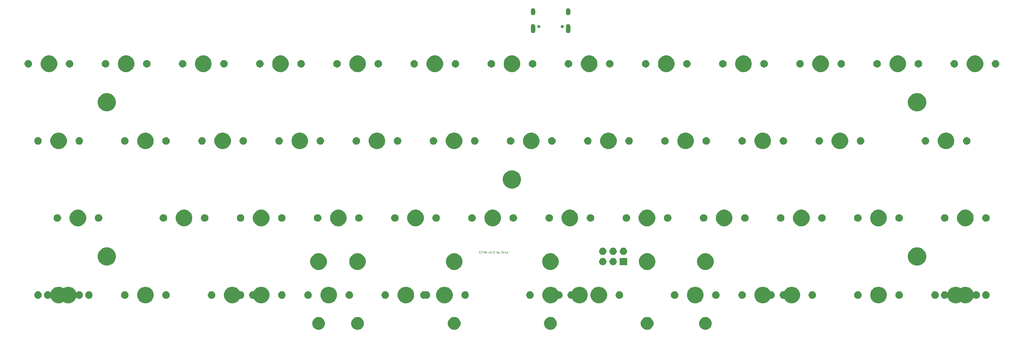
<source format=gbr>
G04 #@! TF.GenerationSoftware,KiCad,Pcbnew,(5.1.6)-1*
G04 #@! TF.CreationDate,2020-06-21T19:34:39+02:00*
G04 #@! TF.ProjectId,CC45,43433435-2e6b-4696-9361-645f70636258,rev?*
G04 #@! TF.SameCoordinates,Original*
G04 #@! TF.FileFunction,Soldermask,Top*
G04 #@! TF.FilePolarity,Negative*
%FSLAX46Y46*%
G04 Gerber Fmt 4.6, Leading zero omitted, Abs format (unit mm)*
G04 Created by KiCad (PCBNEW (5.1.6)-1) date 2020-06-21 19:34:39*
%MOMM*%
%LPD*%
G01*
G04 APERTURE LIST*
%ADD10C,0.125000*%
%ADD11C,0.100000*%
G04 APERTURE END LIST*
D10*
X139521428Y-79878571D02*
X139497619Y-79902380D01*
X139426190Y-79926190D01*
X139378571Y-79926190D01*
X139307142Y-79902380D01*
X139259523Y-79854761D01*
X139235714Y-79807142D01*
X139211904Y-79711904D01*
X139211904Y-79640476D01*
X139235714Y-79545238D01*
X139259523Y-79497619D01*
X139307142Y-79450000D01*
X139378571Y-79426190D01*
X139426190Y-79426190D01*
X139497619Y-79450000D01*
X139521428Y-79473809D01*
X140021428Y-79878571D02*
X139997619Y-79902380D01*
X139926190Y-79926190D01*
X139878571Y-79926190D01*
X139807142Y-79902380D01*
X139759523Y-79854761D01*
X139735714Y-79807142D01*
X139711904Y-79711904D01*
X139711904Y-79640476D01*
X139735714Y-79545238D01*
X139759523Y-79497619D01*
X139807142Y-79450000D01*
X139878571Y-79426190D01*
X139926190Y-79426190D01*
X139997619Y-79450000D01*
X140021428Y-79473809D01*
X140450000Y-79592857D02*
X140450000Y-79926190D01*
X140330952Y-79402380D02*
X140211904Y-79759523D01*
X140521428Y-79759523D01*
X140950000Y-79426190D02*
X140711904Y-79426190D01*
X140688095Y-79664285D01*
X140711904Y-79640476D01*
X140759523Y-79616666D01*
X140878571Y-79616666D01*
X140926190Y-79640476D01*
X140950000Y-79664285D01*
X140973809Y-79711904D01*
X140973809Y-79830952D01*
X140950000Y-79878571D01*
X140926190Y-79902380D01*
X140878571Y-79926190D01*
X140759523Y-79926190D01*
X140711904Y-79902380D01*
X140688095Y-79878571D01*
X141521428Y-79592857D02*
X141640476Y-79926190D01*
X141759523Y-79592857D01*
X142211904Y-79926190D02*
X141926190Y-79926190D01*
X142069047Y-79926190D02*
X142069047Y-79426190D01*
X142021428Y-79497619D01*
X141973809Y-79545238D01*
X141926190Y-79569047D01*
X142426190Y-79878571D02*
X142450000Y-79902380D01*
X142426190Y-79926190D01*
X142402380Y-79902380D01*
X142426190Y-79878571D01*
X142426190Y-79926190D01*
X142759523Y-79426190D02*
X142807142Y-79426190D01*
X142854761Y-79450000D01*
X142878571Y-79473809D01*
X142902380Y-79521428D01*
X142926190Y-79616666D01*
X142926190Y-79735714D01*
X142902380Y-79830952D01*
X142878571Y-79878571D01*
X142854761Y-79902380D01*
X142807142Y-79926190D01*
X142759523Y-79926190D01*
X142711904Y-79902380D01*
X142688095Y-79878571D01*
X142664285Y-79830952D01*
X142640476Y-79735714D01*
X142640476Y-79616666D01*
X142664285Y-79521428D01*
X142688095Y-79473809D01*
X142711904Y-79450000D01*
X142759523Y-79426190D01*
X143521428Y-79926190D02*
X143521428Y-79426190D01*
X143521428Y-79616666D02*
X143569047Y-79592857D01*
X143664285Y-79592857D01*
X143711904Y-79616666D01*
X143735714Y-79640476D01*
X143759523Y-79688095D01*
X143759523Y-79830952D01*
X143735714Y-79878571D01*
X143711904Y-79902380D01*
X143664285Y-79926190D01*
X143569047Y-79926190D01*
X143521428Y-79902380D01*
X143926190Y-79592857D02*
X144045238Y-79926190D01*
X144164285Y-79592857D02*
X144045238Y-79926190D01*
X143997619Y-80045238D01*
X143973809Y-80069047D01*
X143926190Y-80092857D01*
X144735714Y-79926190D02*
X144735714Y-79426190D01*
X144854761Y-79426190D01*
X144926190Y-79450000D01*
X144973809Y-79497619D01*
X144997619Y-79545238D01*
X145021428Y-79640476D01*
X145021428Y-79711904D01*
X144997619Y-79807142D01*
X144973809Y-79854761D01*
X144926190Y-79902380D01*
X144854761Y-79926190D01*
X144735714Y-79926190D01*
X145235714Y-79926190D02*
X145235714Y-79592857D01*
X145235714Y-79688095D02*
X145259523Y-79640476D01*
X145283333Y-79616666D01*
X145330952Y-79592857D01*
X145378571Y-79592857D01*
X145759523Y-79592857D02*
X145759523Y-79926190D01*
X145545238Y-79592857D02*
X145545238Y-79854761D01*
X145569047Y-79902380D01*
X145616666Y-79926190D01*
X145688095Y-79926190D01*
X145735714Y-79902380D01*
X145759523Y-79878571D01*
X145950000Y-79592857D02*
X146211904Y-79592857D01*
X145950000Y-79926190D01*
X146211904Y-79926190D01*
D11*
G36*
X195182267Y-95690263D02*
G01*
X195334411Y-95720526D01*
X195453137Y-95769704D01*
X195621041Y-95839252D01*
X195621042Y-95839253D01*
X195879004Y-96011617D01*
X196098383Y-96230996D01*
X196213553Y-96403361D01*
X196270748Y-96488959D01*
X196389474Y-96775590D01*
X196450000Y-97079875D01*
X196450000Y-97390125D01*
X196389474Y-97694410D01*
X196270748Y-97981041D01*
X196270747Y-97981042D01*
X196098383Y-98239004D01*
X195879004Y-98458383D01*
X195706639Y-98573553D01*
X195621041Y-98630748D01*
X195453137Y-98700296D01*
X195334411Y-98749474D01*
X195182267Y-98779737D01*
X195030125Y-98810000D01*
X194719875Y-98810000D01*
X194567733Y-98779737D01*
X194415589Y-98749474D01*
X194296863Y-98700296D01*
X194128959Y-98630748D01*
X194043361Y-98573553D01*
X193870996Y-98458383D01*
X193651617Y-98239004D01*
X193479253Y-97981042D01*
X193479252Y-97981041D01*
X193360526Y-97694410D01*
X193300000Y-97390125D01*
X193300000Y-97079875D01*
X193360526Y-96775590D01*
X193479252Y-96488959D01*
X193536447Y-96403361D01*
X193651617Y-96230996D01*
X193870996Y-96011617D01*
X194128958Y-95839253D01*
X194128959Y-95839252D01*
X194296863Y-95769704D01*
X194415589Y-95720526D01*
X194719875Y-95660000D01*
X195030125Y-95660000D01*
X195182267Y-95690263D01*
G37*
G36*
X99932267Y-95690263D02*
G01*
X100084411Y-95720526D01*
X100203137Y-95769704D01*
X100371041Y-95839252D01*
X100371042Y-95839253D01*
X100629004Y-96011617D01*
X100848383Y-96230996D01*
X100963553Y-96403361D01*
X101020748Y-96488959D01*
X101139474Y-96775590D01*
X101200000Y-97079875D01*
X101200000Y-97390125D01*
X101139474Y-97694410D01*
X101020748Y-97981041D01*
X101020747Y-97981042D01*
X100848383Y-98239004D01*
X100629004Y-98458383D01*
X100456639Y-98573553D01*
X100371041Y-98630748D01*
X100203137Y-98700296D01*
X100084411Y-98749474D01*
X99932267Y-98779737D01*
X99780125Y-98810000D01*
X99469875Y-98810000D01*
X99317733Y-98779737D01*
X99165589Y-98749474D01*
X99046863Y-98700296D01*
X98878959Y-98630748D01*
X98793361Y-98573553D01*
X98620996Y-98458383D01*
X98401617Y-98239004D01*
X98229253Y-97981042D01*
X98229252Y-97981041D01*
X98110526Y-97694410D01*
X98050000Y-97390125D01*
X98050000Y-97079875D01*
X98110526Y-96775590D01*
X98229252Y-96488959D01*
X98286447Y-96403361D01*
X98401617Y-96230996D01*
X98620996Y-96011617D01*
X98878958Y-95839253D01*
X98878959Y-95839252D01*
X99046863Y-95769704D01*
X99165589Y-95720526D01*
X99469875Y-95660000D01*
X99780125Y-95660000D01*
X99932267Y-95690263D01*
G37*
G36*
X157026017Y-95690263D02*
G01*
X157178161Y-95720526D01*
X157296887Y-95769704D01*
X157464791Y-95839252D01*
X157464792Y-95839253D01*
X157722754Y-96011617D01*
X157942133Y-96230996D01*
X158057303Y-96403361D01*
X158114498Y-96488959D01*
X158233224Y-96775590D01*
X158293750Y-97079875D01*
X158293750Y-97390125D01*
X158233224Y-97694410D01*
X158114498Y-97981041D01*
X158114497Y-97981042D01*
X157942133Y-98239004D01*
X157722754Y-98458383D01*
X157550389Y-98573553D01*
X157464791Y-98630748D01*
X157296887Y-98700296D01*
X157178161Y-98749474D01*
X157026017Y-98779737D01*
X156873875Y-98810000D01*
X156563625Y-98810000D01*
X156411483Y-98779737D01*
X156259339Y-98749474D01*
X156140613Y-98700296D01*
X155972709Y-98630748D01*
X155887111Y-98573553D01*
X155714746Y-98458383D01*
X155495367Y-98239004D01*
X155323003Y-97981042D01*
X155323002Y-97981041D01*
X155204276Y-97694410D01*
X155143750Y-97390125D01*
X155143750Y-97079875D01*
X155204276Y-96775590D01*
X155323002Y-96488959D01*
X155380197Y-96403361D01*
X155495367Y-96230996D01*
X155714746Y-96011617D01*
X155972708Y-95839253D01*
X155972709Y-95839252D01*
X156140613Y-95769704D01*
X156259339Y-95720526D01*
X156563625Y-95660000D01*
X156873875Y-95660000D01*
X157026017Y-95690263D01*
G37*
G36*
X109526017Y-95690263D02*
G01*
X109678161Y-95720526D01*
X109796887Y-95769704D01*
X109964791Y-95839252D01*
X109964792Y-95839253D01*
X110222754Y-96011617D01*
X110442133Y-96230996D01*
X110557303Y-96403361D01*
X110614498Y-96488959D01*
X110733224Y-96775590D01*
X110793750Y-97079875D01*
X110793750Y-97390125D01*
X110733224Y-97694410D01*
X110614498Y-97981041D01*
X110614497Y-97981042D01*
X110442133Y-98239004D01*
X110222754Y-98458383D01*
X110050389Y-98573553D01*
X109964791Y-98630748D01*
X109796887Y-98700296D01*
X109678161Y-98749474D01*
X109526017Y-98779737D01*
X109373875Y-98810000D01*
X109063625Y-98810000D01*
X108911483Y-98779737D01*
X108759339Y-98749474D01*
X108640613Y-98700296D01*
X108472709Y-98630748D01*
X108387111Y-98573553D01*
X108214746Y-98458383D01*
X107995367Y-98239004D01*
X107823003Y-97981042D01*
X107823002Y-97981041D01*
X107704276Y-97694410D01*
X107643750Y-97390125D01*
X107643750Y-97079875D01*
X107704276Y-96775590D01*
X107823002Y-96488959D01*
X107880197Y-96403361D01*
X107995367Y-96230996D01*
X108214746Y-96011617D01*
X108472708Y-95839253D01*
X108472709Y-95839252D01*
X108640613Y-95769704D01*
X108759339Y-95720526D01*
X109063625Y-95660000D01*
X109373875Y-95660000D01*
X109526017Y-95690263D01*
G37*
G36*
X133338517Y-95690263D02*
G01*
X133490661Y-95720526D01*
X133609387Y-95769704D01*
X133777291Y-95839252D01*
X133777292Y-95839253D01*
X134035254Y-96011617D01*
X134254633Y-96230996D01*
X134369803Y-96403361D01*
X134426998Y-96488959D01*
X134545724Y-96775590D01*
X134606250Y-97079875D01*
X134606250Y-97390125D01*
X134545724Y-97694410D01*
X134426998Y-97981041D01*
X134426997Y-97981042D01*
X134254633Y-98239004D01*
X134035254Y-98458383D01*
X133862889Y-98573553D01*
X133777291Y-98630748D01*
X133609387Y-98700296D01*
X133490661Y-98749474D01*
X133338517Y-98779737D01*
X133186375Y-98810000D01*
X132876125Y-98810000D01*
X132723983Y-98779737D01*
X132571839Y-98749474D01*
X132453113Y-98700296D01*
X132285209Y-98630748D01*
X132199611Y-98573553D01*
X132027246Y-98458383D01*
X131807867Y-98239004D01*
X131635503Y-97981042D01*
X131635502Y-97981041D01*
X131516776Y-97694410D01*
X131456250Y-97390125D01*
X131456250Y-97079875D01*
X131516776Y-96775590D01*
X131635502Y-96488959D01*
X131692697Y-96403361D01*
X131807867Y-96230996D01*
X132027246Y-96011617D01*
X132285208Y-95839253D01*
X132285209Y-95839252D01*
X132453113Y-95769704D01*
X132571839Y-95720526D01*
X132876125Y-95660000D01*
X133186375Y-95660000D01*
X133338517Y-95690263D01*
G37*
G36*
X180838517Y-95690263D02*
G01*
X180990661Y-95720526D01*
X181109387Y-95769704D01*
X181277291Y-95839252D01*
X181277292Y-95839253D01*
X181535254Y-96011617D01*
X181754633Y-96230996D01*
X181869803Y-96403361D01*
X181926998Y-96488959D01*
X182045724Y-96775590D01*
X182106250Y-97079875D01*
X182106250Y-97390125D01*
X182045724Y-97694410D01*
X181926998Y-97981041D01*
X181926997Y-97981042D01*
X181754633Y-98239004D01*
X181535254Y-98458383D01*
X181362889Y-98573553D01*
X181277291Y-98630748D01*
X181109387Y-98700296D01*
X180990661Y-98749474D01*
X180838517Y-98779737D01*
X180686375Y-98810000D01*
X180376125Y-98810000D01*
X180223983Y-98779737D01*
X180071839Y-98749474D01*
X179953113Y-98700296D01*
X179785209Y-98630748D01*
X179699611Y-98573553D01*
X179527246Y-98458383D01*
X179307867Y-98239004D01*
X179135503Y-97981042D01*
X179135502Y-97981041D01*
X179016776Y-97694410D01*
X178956250Y-97390125D01*
X178956250Y-97079875D01*
X179016776Y-96775590D01*
X179135502Y-96488959D01*
X179192697Y-96403361D01*
X179307867Y-96230996D01*
X179527246Y-96011617D01*
X179785208Y-95839253D01*
X179785209Y-95839252D01*
X179953113Y-95769704D01*
X180071839Y-95720526D01*
X180376125Y-95660000D01*
X180686375Y-95660000D01*
X180838517Y-95690263D01*
G37*
G36*
X164471474Y-88283684D02*
G01*
X164689474Y-88373983D01*
X164843623Y-88437833D01*
X165178548Y-88661623D01*
X165463377Y-88946452D01*
X165687167Y-89281377D01*
X165719562Y-89359586D01*
X165841316Y-89653526D01*
X165919900Y-90048594D01*
X165919900Y-90451406D01*
X165841316Y-90846474D01*
X165751017Y-91064474D01*
X165687167Y-91218623D01*
X165463377Y-91553548D01*
X165178548Y-91838377D01*
X164843623Y-92062167D01*
X164689474Y-92126017D01*
X164471474Y-92216316D01*
X164076406Y-92294900D01*
X163673594Y-92294900D01*
X163278526Y-92216316D01*
X163060526Y-92126017D01*
X162906377Y-92062167D01*
X162571452Y-91838377D01*
X162286623Y-91553548D01*
X162070411Y-91229965D01*
X162054869Y-91211026D01*
X162035927Y-91195481D01*
X162014316Y-91183930D01*
X161990867Y-91176817D01*
X161966481Y-91174415D01*
X161950394Y-91176000D01*
X161763797Y-91176000D01*
X161584896Y-91140415D01*
X161416374Y-91070611D01*
X161264709Y-90969272D01*
X161135728Y-90840291D01*
X161034389Y-90688626D01*
X160964585Y-90520104D01*
X160929000Y-90341203D01*
X160929000Y-90158797D01*
X160964585Y-89979896D01*
X161034389Y-89811374D01*
X161135728Y-89659709D01*
X161264709Y-89530728D01*
X161416374Y-89429389D01*
X161584896Y-89359585D01*
X161763797Y-89324000D01*
X161950392Y-89324000D01*
X161966477Y-89325585D01*
X161990863Y-89323184D01*
X162014312Y-89316072D01*
X162035923Y-89304521D01*
X162054866Y-89288976D01*
X162070411Y-89270035D01*
X162286623Y-88946452D01*
X162571452Y-88661623D01*
X162906377Y-88437833D01*
X163060526Y-88373983D01*
X163278526Y-88283684D01*
X163673594Y-88205100D01*
X164076406Y-88205100D01*
X164471474Y-88283684D01*
G37*
G36*
X86096474Y-88283684D02*
G01*
X86314474Y-88373983D01*
X86468623Y-88437833D01*
X86803548Y-88661623D01*
X87088377Y-88946452D01*
X87312167Y-89281377D01*
X87344562Y-89359586D01*
X87466316Y-89653526D01*
X87544900Y-90048594D01*
X87544900Y-90451406D01*
X87466316Y-90846474D01*
X87376017Y-91064474D01*
X87312167Y-91218623D01*
X87088377Y-91553548D01*
X86803548Y-91838377D01*
X86468623Y-92062167D01*
X86314474Y-92126017D01*
X86096474Y-92216316D01*
X85701406Y-92294900D01*
X85298594Y-92294900D01*
X84903526Y-92216316D01*
X84685526Y-92126017D01*
X84531377Y-92062167D01*
X84196452Y-91838377D01*
X83911623Y-91553548D01*
X83692480Y-91225578D01*
X83676936Y-91206637D01*
X83657994Y-91191092D01*
X83636383Y-91179541D01*
X83612934Y-91172428D01*
X83588548Y-91170026D01*
X83564162Y-91172428D01*
X83546204Y-91176000D01*
X83363797Y-91176000D01*
X83184896Y-91140415D01*
X83016374Y-91070611D01*
X82864709Y-90969272D01*
X82735728Y-90840291D01*
X82634389Y-90688626D01*
X82564585Y-90520104D01*
X82529000Y-90341203D01*
X82529000Y-90158797D01*
X82564585Y-89979896D01*
X82634389Y-89811374D01*
X82735728Y-89659709D01*
X82864709Y-89530728D01*
X83016374Y-89429389D01*
X83184896Y-89359585D01*
X83363797Y-89324000D01*
X83546204Y-89324000D01*
X83564162Y-89327572D01*
X83588549Y-89329974D01*
X83612935Y-89327572D01*
X83636384Y-89320459D01*
X83657994Y-89308908D01*
X83676936Y-89293362D01*
X83692481Y-89274421D01*
X83911623Y-88946452D01*
X84196452Y-88661623D01*
X84531377Y-88437833D01*
X84685526Y-88373983D01*
X84903526Y-88283684D01*
X85298594Y-88205100D01*
X85701406Y-88205100D01*
X86096474Y-88283684D01*
G37*
G36*
X36221474Y-88283684D02*
G01*
X36439474Y-88373983D01*
X36593623Y-88437833D01*
X36743054Y-88537680D01*
X36764665Y-88549231D01*
X36788114Y-88556344D01*
X36812500Y-88558746D01*
X36836886Y-88556344D01*
X36860335Y-88549231D01*
X36881946Y-88537680D01*
X37031377Y-88437833D01*
X37185526Y-88373983D01*
X37403526Y-88283684D01*
X37798594Y-88205100D01*
X38201406Y-88205100D01*
X38596474Y-88283684D01*
X38814474Y-88373983D01*
X38968623Y-88437833D01*
X39303548Y-88661623D01*
X39588377Y-88946452D01*
X39812167Y-89281377D01*
X39832296Y-89329974D01*
X39902223Y-89498791D01*
X39913774Y-89520402D01*
X39929320Y-89539344D01*
X39948261Y-89554889D01*
X39969872Y-89566440D01*
X39993321Y-89573553D01*
X40017707Y-89575955D01*
X40042093Y-89573553D01*
X40065542Y-89566440D01*
X40087153Y-89554889D01*
X40106084Y-89539353D01*
X40114709Y-89530728D01*
X40266374Y-89429389D01*
X40434896Y-89359585D01*
X40613797Y-89324000D01*
X40796203Y-89324000D01*
X40975104Y-89359585D01*
X41143626Y-89429389D01*
X41295291Y-89530728D01*
X41424272Y-89659709D01*
X41525611Y-89811374D01*
X41595415Y-89979896D01*
X41631000Y-90158797D01*
X41631000Y-90341203D01*
X41595415Y-90520104D01*
X41525611Y-90688626D01*
X41424272Y-90840291D01*
X41295291Y-90969272D01*
X41143626Y-91070611D01*
X40975104Y-91140415D01*
X40796203Y-91176000D01*
X40613797Y-91176000D01*
X40434896Y-91140415D01*
X40266374Y-91070611D01*
X40114709Y-90969272D01*
X40106084Y-90960647D01*
X40087153Y-90945111D01*
X40065542Y-90933560D01*
X40042093Y-90926447D01*
X40017707Y-90924045D01*
X39993321Y-90926447D01*
X39969872Y-90933560D01*
X39948261Y-90945111D01*
X39929319Y-90960656D01*
X39913774Y-90979598D01*
X39902223Y-91001209D01*
X39850573Y-91125903D01*
X39812167Y-91218623D01*
X39588377Y-91553548D01*
X39303548Y-91838377D01*
X38968623Y-92062167D01*
X38814474Y-92126017D01*
X38596474Y-92216316D01*
X38201406Y-92294900D01*
X37798594Y-92294900D01*
X37403526Y-92216316D01*
X37185526Y-92126017D01*
X37031377Y-92062167D01*
X36881944Y-91962319D01*
X36860335Y-91950769D01*
X36836886Y-91943656D01*
X36812500Y-91941254D01*
X36788114Y-91943656D01*
X36764665Y-91950769D01*
X36743056Y-91962319D01*
X36593623Y-92062167D01*
X36439474Y-92126017D01*
X36221474Y-92216316D01*
X35826406Y-92294900D01*
X35423594Y-92294900D01*
X35028526Y-92216316D01*
X34810526Y-92126017D01*
X34656377Y-92062167D01*
X34321452Y-91838377D01*
X34036623Y-91553548D01*
X33812833Y-91218623D01*
X33774427Y-91125903D01*
X33722777Y-91001209D01*
X33711226Y-90979598D01*
X33695680Y-90960656D01*
X33676739Y-90945111D01*
X33655128Y-90933560D01*
X33631679Y-90926447D01*
X33607293Y-90924045D01*
X33582907Y-90926447D01*
X33559458Y-90933560D01*
X33537847Y-90945111D01*
X33518916Y-90960647D01*
X33510291Y-90969272D01*
X33358626Y-91070611D01*
X33190104Y-91140415D01*
X33011203Y-91176000D01*
X32828797Y-91176000D01*
X32649896Y-91140415D01*
X32481374Y-91070611D01*
X32329709Y-90969272D01*
X32200728Y-90840291D01*
X32099389Y-90688626D01*
X32029585Y-90520104D01*
X31994000Y-90341203D01*
X31994000Y-90158797D01*
X32029585Y-89979896D01*
X32099389Y-89811374D01*
X32200728Y-89659709D01*
X32329709Y-89530728D01*
X32481374Y-89429389D01*
X32649896Y-89359585D01*
X32828797Y-89324000D01*
X33011203Y-89324000D01*
X33190104Y-89359585D01*
X33358626Y-89429389D01*
X33510291Y-89530728D01*
X33518916Y-89539353D01*
X33537847Y-89554889D01*
X33559458Y-89566440D01*
X33582907Y-89573553D01*
X33607293Y-89575955D01*
X33631679Y-89573553D01*
X33655128Y-89566440D01*
X33676739Y-89554889D01*
X33695681Y-89539344D01*
X33711226Y-89520402D01*
X33722777Y-89498791D01*
X33792704Y-89329974D01*
X33812833Y-89281377D01*
X34036623Y-88946452D01*
X34321452Y-88661623D01*
X34656377Y-88437833D01*
X34810526Y-88373983D01*
X35028526Y-88283684D01*
X35423594Y-88205100D01*
X35826406Y-88205100D01*
X36221474Y-88283684D01*
G37*
G36*
X131221474Y-88283684D02*
G01*
X131439474Y-88373983D01*
X131593623Y-88437833D01*
X131928548Y-88661623D01*
X132213377Y-88946452D01*
X132437167Y-89281377D01*
X132469562Y-89359586D01*
X132591316Y-89653526D01*
X132669900Y-90048594D01*
X132669900Y-90451406D01*
X132591316Y-90846474D01*
X132501017Y-91064474D01*
X132437167Y-91218623D01*
X132213377Y-91553548D01*
X131928548Y-91838377D01*
X131593623Y-92062167D01*
X131439474Y-92126017D01*
X131221474Y-92216316D01*
X130826406Y-92294900D01*
X130423594Y-92294900D01*
X130028526Y-92216316D01*
X129810526Y-92126017D01*
X129656377Y-92062167D01*
X129321452Y-91838377D01*
X129036623Y-91553548D01*
X128812833Y-91218623D01*
X128748983Y-91064474D01*
X128658684Y-90846474D01*
X128580100Y-90451406D01*
X128580100Y-90048594D01*
X128658684Y-89653526D01*
X128780438Y-89359586D01*
X128812833Y-89281377D01*
X129036623Y-88946452D01*
X129321452Y-88661623D01*
X129656377Y-88437833D01*
X129810526Y-88373983D01*
X130028526Y-88283684D01*
X130423594Y-88205100D01*
X130826406Y-88205100D01*
X131221474Y-88283684D01*
G37*
G36*
X121721474Y-88283684D02*
G01*
X121939474Y-88373983D01*
X122093623Y-88437833D01*
X122428548Y-88661623D01*
X122713377Y-88946452D01*
X122937167Y-89281377D01*
X122969562Y-89359586D01*
X123091316Y-89653526D01*
X123169900Y-90048594D01*
X123169900Y-90451406D01*
X123091316Y-90846474D01*
X123001017Y-91064474D01*
X122937167Y-91218623D01*
X122713377Y-91553548D01*
X122428548Y-91838377D01*
X122093623Y-92062167D01*
X121939474Y-92126017D01*
X121721474Y-92216316D01*
X121326406Y-92294900D01*
X120923594Y-92294900D01*
X120528526Y-92216316D01*
X120310526Y-92126017D01*
X120156377Y-92062167D01*
X119821452Y-91838377D01*
X119536623Y-91553548D01*
X119312833Y-91218623D01*
X119248983Y-91064474D01*
X119158684Y-90846474D01*
X119080100Y-90451406D01*
X119080100Y-90048594D01*
X119158684Y-89653526D01*
X119280438Y-89359586D01*
X119312833Y-89281377D01*
X119536623Y-88946452D01*
X119821452Y-88661623D01*
X120156377Y-88437833D01*
X120310526Y-88373983D01*
X120528526Y-88283684D01*
X120923594Y-88205100D01*
X121326406Y-88205100D01*
X121721474Y-88283684D01*
G37*
G36*
X169221474Y-88283684D02*
G01*
X169439474Y-88373983D01*
X169593623Y-88437833D01*
X169928548Y-88661623D01*
X170213377Y-88946452D01*
X170437167Y-89281377D01*
X170469562Y-89359586D01*
X170591316Y-89653526D01*
X170669900Y-90048594D01*
X170669900Y-90451406D01*
X170591316Y-90846474D01*
X170501017Y-91064474D01*
X170437167Y-91218623D01*
X170213377Y-91553548D01*
X169928548Y-91838377D01*
X169593623Y-92062167D01*
X169439474Y-92126017D01*
X169221474Y-92216316D01*
X168826406Y-92294900D01*
X168423594Y-92294900D01*
X168028526Y-92216316D01*
X167810526Y-92126017D01*
X167656377Y-92062167D01*
X167321452Y-91838377D01*
X167036623Y-91553548D01*
X166812833Y-91218623D01*
X166748983Y-91064474D01*
X166658684Y-90846474D01*
X166580100Y-90451406D01*
X166580100Y-90048594D01*
X166658684Y-89653526D01*
X166780438Y-89359586D01*
X166812833Y-89281377D01*
X167036623Y-88946452D01*
X167321452Y-88661623D01*
X167656377Y-88437833D01*
X167810526Y-88373983D01*
X168028526Y-88283684D01*
X168423594Y-88205100D01*
X168826406Y-88205100D01*
X169221474Y-88283684D01*
G37*
G36*
X157371474Y-88283684D02*
G01*
X157589474Y-88373983D01*
X157743623Y-88437833D01*
X158078548Y-88661623D01*
X158363377Y-88946452D01*
X158579589Y-89270035D01*
X158595131Y-89288974D01*
X158614073Y-89304519D01*
X158635684Y-89316070D01*
X158659133Y-89323183D01*
X158683519Y-89325585D01*
X158699606Y-89324000D01*
X158886203Y-89324000D01*
X159065104Y-89359585D01*
X159233626Y-89429389D01*
X159385291Y-89530728D01*
X159514272Y-89659709D01*
X159615611Y-89811374D01*
X159685415Y-89979896D01*
X159721000Y-90158797D01*
X159721000Y-90341203D01*
X159685415Y-90520104D01*
X159615611Y-90688626D01*
X159514272Y-90840291D01*
X159385291Y-90969272D01*
X159233626Y-91070611D01*
X159065104Y-91140415D01*
X158886203Y-91176000D01*
X158699608Y-91176000D01*
X158683523Y-91174415D01*
X158659137Y-91176816D01*
X158635688Y-91183928D01*
X158614077Y-91195479D01*
X158595134Y-91211024D01*
X158579589Y-91229965D01*
X158363377Y-91553548D01*
X158078548Y-91838377D01*
X157743623Y-92062167D01*
X157589474Y-92126017D01*
X157371474Y-92216316D01*
X156976406Y-92294900D01*
X156573594Y-92294900D01*
X156178526Y-92216316D01*
X155960526Y-92126017D01*
X155806377Y-92062167D01*
X155471452Y-91838377D01*
X155186623Y-91553548D01*
X154962833Y-91218623D01*
X154898983Y-91064474D01*
X154808684Y-90846474D01*
X154730100Y-90451406D01*
X154730100Y-90048594D01*
X154808684Y-89653526D01*
X154930438Y-89359586D01*
X154962833Y-89281377D01*
X155186623Y-88946452D01*
X155471452Y-88661623D01*
X155806377Y-88437833D01*
X155960526Y-88373983D01*
X156178526Y-88283684D01*
X156573594Y-88205100D01*
X156976406Y-88205100D01*
X157371474Y-88283684D01*
G37*
G36*
X102721474Y-88283684D02*
G01*
X102939474Y-88373983D01*
X103093623Y-88437833D01*
X103428548Y-88661623D01*
X103713377Y-88946452D01*
X103937167Y-89281377D01*
X103969562Y-89359586D01*
X104091316Y-89653526D01*
X104169900Y-90048594D01*
X104169900Y-90451406D01*
X104091316Y-90846474D01*
X104001017Y-91064474D01*
X103937167Y-91218623D01*
X103713377Y-91553548D01*
X103428548Y-91838377D01*
X103093623Y-92062167D01*
X102939474Y-92126017D01*
X102721474Y-92216316D01*
X102326406Y-92294900D01*
X101923594Y-92294900D01*
X101528526Y-92216316D01*
X101310526Y-92126017D01*
X101156377Y-92062167D01*
X100821452Y-91838377D01*
X100536623Y-91553548D01*
X100312833Y-91218623D01*
X100248983Y-91064474D01*
X100158684Y-90846474D01*
X100080100Y-90451406D01*
X100080100Y-90048594D01*
X100158684Y-89653526D01*
X100280438Y-89359586D01*
X100312833Y-89281377D01*
X100536623Y-88946452D01*
X100821452Y-88661623D01*
X101156377Y-88437833D01*
X101310526Y-88373983D01*
X101528526Y-88283684D01*
X101923594Y-88205100D01*
X102326406Y-88205100D01*
X102721474Y-88283684D01*
G37*
G36*
X192971474Y-88283684D02*
G01*
X193189474Y-88373983D01*
X193343623Y-88437833D01*
X193678548Y-88661623D01*
X193963377Y-88946452D01*
X194187167Y-89281377D01*
X194219562Y-89359586D01*
X194341316Y-89653526D01*
X194419900Y-90048594D01*
X194419900Y-90451406D01*
X194341316Y-90846474D01*
X194251017Y-91064474D01*
X194187167Y-91218623D01*
X193963377Y-91553548D01*
X193678548Y-91838377D01*
X193343623Y-92062167D01*
X193189474Y-92126017D01*
X192971474Y-92216316D01*
X192576406Y-92294900D01*
X192173594Y-92294900D01*
X191778526Y-92216316D01*
X191560526Y-92126017D01*
X191406377Y-92062167D01*
X191071452Y-91838377D01*
X190786623Y-91553548D01*
X190562833Y-91218623D01*
X190498983Y-91064474D01*
X190408684Y-90846474D01*
X190330100Y-90451406D01*
X190330100Y-90048594D01*
X190408684Y-89653526D01*
X190530438Y-89359586D01*
X190562833Y-89281377D01*
X190786623Y-88946452D01*
X191071452Y-88661623D01*
X191406377Y-88437833D01*
X191560526Y-88373983D01*
X191778526Y-88283684D01*
X192173594Y-88205100D01*
X192576406Y-88205100D01*
X192971474Y-88283684D01*
G37*
G36*
X216721474Y-88283684D02*
G01*
X216939474Y-88373983D01*
X217093623Y-88437833D01*
X217428548Y-88661623D01*
X217713377Y-88946452D01*
X217937167Y-89281377D01*
X217969562Y-89359586D01*
X218091316Y-89653526D01*
X218169900Y-90048594D01*
X218169900Y-90451406D01*
X218091316Y-90846474D01*
X218001017Y-91064474D01*
X217937167Y-91218623D01*
X217713377Y-91553548D01*
X217428548Y-91838377D01*
X217093623Y-92062167D01*
X216939474Y-92126017D01*
X216721474Y-92216316D01*
X216326406Y-92294900D01*
X215923594Y-92294900D01*
X215528526Y-92216316D01*
X215310526Y-92126017D01*
X215156377Y-92062167D01*
X214821452Y-91838377D01*
X214536623Y-91553548D01*
X214317480Y-91225578D01*
X214301936Y-91206637D01*
X214282994Y-91191092D01*
X214261383Y-91179541D01*
X214237934Y-91172428D01*
X214213548Y-91170026D01*
X214189162Y-91172428D01*
X214171204Y-91176000D01*
X213988797Y-91176000D01*
X213809896Y-91140415D01*
X213641374Y-91070611D01*
X213489709Y-90969272D01*
X213360728Y-90840291D01*
X213259389Y-90688626D01*
X213189585Y-90520104D01*
X213154000Y-90341203D01*
X213154000Y-90158797D01*
X213189585Y-89979896D01*
X213259389Y-89811374D01*
X213360728Y-89659709D01*
X213489709Y-89530728D01*
X213641374Y-89429389D01*
X213809896Y-89359585D01*
X213988797Y-89324000D01*
X214171204Y-89324000D01*
X214189162Y-89327572D01*
X214213549Y-89329974D01*
X214237935Y-89327572D01*
X214261384Y-89320459D01*
X214282994Y-89308908D01*
X214301936Y-89293362D01*
X214317481Y-89274421D01*
X214536623Y-88946452D01*
X214821452Y-88661623D01*
X215156377Y-88437833D01*
X215310526Y-88373983D01*
X215528526Y-88283684D01*
X215923594Y-88205100D01*
X216326406Y-88205100D01*
X216721474Y-88283684D01*
G37*
G36*
X209596474Y-88283684D02*
G01*
X209814474Y-88373983D01*
X209968623Y-88437833D01*
X210303548Y-88661623D01*
X210588377Y-88946452D01*
X210807519Y-89274421D01*
X210823064Y-89293363D01*
X210842006Y-89308908D01*
X210863617Y-89320459D01*
X210887066Y-89327572D01*
X210911452Y-89329974D01*
X210935838Y-89327572D01*
X210953796Y-89324000D01*
X211136203Y-89324000D01*
X211315104Y-89359585D01*
X211483626Y-89429389D01*
X211635291Y-89530728D01*
X211764272Y-89659709D01*
X211865611Y-89811374D01*
X211935415Y-89979896D01*
X211971000Y-90158797D01*
X211971000Y-90341203D01*
X211935415Y-90520104D01*
X211865611Y-90688626D01*
X211764272Y-90840291D01*
X211635291Y-90969272D01*
X211483626Y-91070611D01*
X211315104Y-91140415D01*
X211136203Y-91176000D01*
X210953796Y-91176000D01*
X210935838Y-91172428D01*
X210911451Y-91170026D01*
X210887065Y-91172428D01*
X210863616Y-91179541D01*
X210842006Y-91191092D01*
X210823064Y-91206638D01*
X210807520Y-91225578D01*
X210588377Y-91553548D01*
X210303548Y-91838377D01*
X209968623Y-92062167D01*
X209814474Y-92126017D01*
X209596474Y-92216316D01*
X209201406Y-92294900D01*
X208798594Y-92294900D01*
X208403526Y-92216316D01*
X208185526Y-92126017D01*
X208031377Y-92062167D01*
X207696452Y-91838377D01*
X207411623Y-91553548D01*
X207187833Y-91218623D01*
X207123983Y-91064474D01*
X207033684Y-90846474D01*
X206955100Y-90451406D01*
X206955100Y-90048594D01*
X207033684Y-89653526D01*
X207155438Y-89359586D01*
X207187833Y-89281377D01*
X207411623Y-88946452D01*
X207696452Y-88661623D01*
X208031377Y-88437833D01*
X208185526Y-88373983D01*
X208403526Y-88283684D01*
X208798594Y-88205100D01*
X209201406Y-88205100D01*
X209596474Y-88283684D01*
G37*
G36*
X57596474Y-88283684D02*
G01*
X57814474Y-88373983D01*
X57968623Y-88437833D01*
X58303548Y-88661623D01*
X58588377Y-88946452D01*
X58812167Y-89281377D01*
X58844562Y-89359586D01*
X58966316Y-89653526D01*
X59044900Y-90048594D01*
X59044900Y-90451406D01*
X58966316Y-90846474D01*
X58876017Y-91064474D01*
X58812167Y-91218623D01*
X58588377Y-91553548D01*
X58303548Y-91838377D01*
X57968623Y-92062167D01*
X57814474Y-92126017D01*
X57596474Y-92216316D01*
X57201406Y-92294900D01*
X56798594Y-92294900D01*
X56403526Y-92216316D01*
X56185526Y-92126017D01*
X56031377Y-92062167D01*
X55696452Y-91838377D01*
X55411623Y-91553548D01*
X55187833Y-91218623D01*
X55123983Y-91064474D01*
X55033684Y-90846474D01*
X54955100Y-90451406D01*
X54955100Y-90048594D01*
X55033684Y-89653526D01*
X55155438Y-89359586D01*
X55187833Y-89281377D01*
X55411623Y-88946452D01*
X55696452Y-88661623D01*
X56031377Y-88437833D01*
X56185526Y-88373983D01*
X56403526Y-88283684D01*
X56798594Y-88205100D01*
X57201406Y-88205100D01*
X57596474Y-88283684D01*
G37*
G36*
X257096474Y-88283684D02*
G01*
X257314474Y-88373983D01*
X257468623Y-88437833D01*
X257618054Y-88537680D01*
X257639665Y-88549231D01*
X257663114Y-88556344D01*
X257687500Y-88558746D01*
X257711886Y-88556344D01*
X257735335Y-88549231D01*
X257756946Y-88537680D01*
X257906377Y-88437833D01*
X258060526Y-88373983D01*
X258278526Y-88283684D01*
X258673594Y-88205100D01*
X259076406Y-88205100D01*
X259471474Y-88283684D01*
X259689474Y-88373983D01*
X259843623Y-88437833D01*
X260178548Y-88661623D01*
X260463377Y-88946452D01*
X260687167Y-89281377D01*
X260707296Y-89329974D01*
X260777223Y-89498791D01*
X260788774Y-89520402D01*
X260804320Y-89539344D01*
X260823261Y-89554889D01*
X260844872Y-89566440D01*
X260868321Y-89573553D01*
X260892707Y-89575955D01*
X260917093Y-89573553D01*
X260940542Y-89566440D01*
X260962153Y-89554889D01*
X260981084Y-89539353D01*
X260989709Y-89530728D01*
X261141374Y-89429389D01*
X261309896Y-89359585D01*
X261488797Y-89324000D01*
X261671203Y-89324000D01*
X261850104Y-89359585D01*
X262018626Y-89429389D01*
X262170291Y-89530728D01*
X262299272Y-89659709D01*
X262400611Y-89811374D01*
X262470415Y-89979896D01*
X262506000Y-90158797D01*
X262506000Y-90341203D01*
X262470415Y-90520104D01*
X262400611Y-90688626D01*
X262299272Y-90840291D01*
X262170291Y-90969272D01*
X262018626Y-91070611D01*
X261850104Y-91140415D01*
X261671203Y-91176000D01*
X261488797Y-91176000D01*
X261309896Y-91140415D01*
X261141374Y-91070611D01*
X260989709Y-90969272D01*
X260981084Y-90960647D01*
X260962153Y-90945111D01*
X260940542Y-90933560D01*
X260917093Y-90926447D01*
X260892707Y-90924045D01*
X260868321Y-90926447D01*
X260844872Y-90933560D01*
X260823261Y-90945111D01*
X260804319Y-90960656D01*
X260788774Y-90979598D01*
X260777223Y-91001209D01*
X260725573Y-91125903D01*
X260687167Y-91218623D01*
X260463377Y-91553548D01*
X260178548Y-91838377D01*
X259843623Y-92062167D01*
X259689474Y-92126017D01*
X259471474Y-92216316D01*
X259076406Y-92294900D01*
X258673594Y-92294900D01*
X258278526Y-92216316D01*
X258060526Y-92126017D01*
X257906377Y-92062167D01*
X257756944Y-91962319D01*
X257735335Y-91950769D01*
X257711886Y-91943656D01*
X257687500Y-91941254D01*
X257663114Y-91943656D01*
X257639665Y-91950769D01*
X257618056Y-91962319D01*
X257468623Y-92062167D01*
X257314474Y-92126017D01*
X257096474Y-92216316D01*
X256701406Y-92294900D01*
X256298594Y-92294900D01*
X255903526Y-92216316D01*
X255685526Y-92126017D01*
X255531377Y-92062167D01*
X255196452Y-91838377D01*
X254911623Y-91553548D01*
X254687833Y-91218623D01*
X254649427Y-91125903D01*
X254597777Y-91001209D01*
X254586226Y-90979598D01*
X254570680Y-90960656D01*
X254551739Y-90945111D01*
X254530128Y-90933560D01*
X254506679Y-90926447D01*
X254482293Y-90924045D01*
X254457907Y-90926447D01*
X254434458Y-90933560D01*
X254412847Y-90945111D01*
X254393916Y-90960647D01*
X254385291Y-90969272D01*
X254233626Y-91070611D01*
X254065104Y-91140415D01*
X253886203Y-91176000D01*
X253703797Y-91176000D01*
X253524896Y-91140415D01*
X253356374Y-91070611D01*
X253204709Y-90969272D01*
X253075728Y-90840291D01*
X252974389Y-90688626D01*
X252904585Y-90520104D01*
X252869000Y-90341203D01*
X252869000Y-90158797D01*
X252904585Y-89979896D01*
X252974389Y-89811374D01*
X253075728Y-89659709D01*
X253204709Y-89530728D01*
X253356374Y-89429389D01*
X253524896Y-89359585D01*
X253703797Y-89324000D01*
X253886203Y-89324000D01*
X254065104Y-89359585D01*
X254233626Y-89429389D01*
X254385291Y-89530728D01*
X254393916Y-89539353D01*
X254412847Y-89554889D01*
X254434458Y-89566440D01*
X254457907Y-89573553D01*
X254482293Y-89575955D01*
X254506679Y-89573553D01*
X254530128Y-89566440D01*
X254551739Y-89554889D01*
X254570681Y-89539344D01*
X254586226Y-89520402D01*
X254597777Y-89498791D01*
X254667704Y-89329974D01*
X254687833Y-89281377D01*
X254911623Y-88946452D01*
X255196452Y-88661623D01*
X255531377Y-88437833D01*
X255685526Y-88373983D01*
X255903526Y-88283684D01*
X256298594Y-88205100D01*
X256701406Y-88205100D01*
X257096474Y-88283684D01*
G37*
G36*
X78971474Y-88283684D02*
G01*
X79189474Y-88373983D01*
X79343623Y-88437833D01*
X79678548Y-88661623D01*
X79963377Y-88946452D01*
X80182519Y-89274421D01*
X80198064Y-89293363D01*
X80217006Y-89308908D01*
X80238617Y-89320459D01*
X80262066Y-89327572D01*
X80286452Y-89329974D01*
X80310838Y-89327572D01*
X80328796Y-89324000D01*
X80511203Y-89324000D01*
X80690104Y-89359585D01*
X80858626Y-89429389D01*
X81010291Y-89530728D01*
X81139272Y-89659709D01*
X81240611Y-89811374D01*
X81310415Y-89979896D01*
X81346000Y-90158797D01*
X81346000Y-90341203D01*
X81310415Y-90520104D01*
X81240611Y-90688626D01*
X81139272Y-90840291D01*
X81010291Y-90969272D01*
X80858626Y-91070611D01*
X80690104Y-91140415D01*
X80511203Y-91176000D01*
X80328796Y-91176000D01*
X80310838Y-91172428D01*
X80286451Y-91170026D01*
X80262065Y-91172428D01*
X80238616Y-91179541D01*
X80217006Y-91191092D01*
X80198064Y-91206638D01*
X80182520Y-91225578D01*
X79963377Y-91553548D01*
X79678548Y-91838377D01*
X79343623Y-92062167D01*
X79189474Y-92126017D01*
X78971474Y-92216316D01*
X78576406Y-92294900D01*
X78173594Y-92294900D01*
X77778526Y-92216316D01*
X77560526Y-92126017D01*
X77406377Y-92062167D01*
X77071452Y-91838377D01*
X76786623Y-91553548D01*
X76562833Y-91218623D01*
X76498983Y-91064474D01*
X76408684Y-90846474D01*
X76330100Y-90451406D01*
X76330100Y-90048594D01*
X76408684Y-89653526D01*
X76530438Y-89359586D01*
X76562833Y-89281377D01*
X76786623Y-88946452D01*
X77071452Y-88661623D01*
X77406377Y-88437833D01*
X77560526Y-88373983D01*
X77778526Y-88283684D01*
X78173594Y-88205100D01*
X78576406Y-88205100D01*
X78971474Y-88283684D01*
G37*
G36*
X238096474Y-88283684D02*
G01*
X238314474Y-88373983D01*
X238468623Y-88437833D01*
X238803548Y-88661623D01*
X239088377Y-88946452D01*
X239312167Y-89281377D01*
X239344562Y-89359586D01*
X239466316Y-89653526D01*
X239544900Y-90048594D01*
X239544900Y-90451406D01*
X239466316Y-90846474D01*
X239376017Y-91064474D01*
X239312167Y-91218623D01*
X239088377Y-91553548D01*
X238803548Y-91838377D01*
X238468623Y-92062167D01*
X238314474Y-92126017D01*
X238096474Y-92216316D01*
X237701406Y-92294900D01*
X237298594Y-92294900D01*
X236903526Y-92216316D01*
X236685526Y-92126017D01*
X236531377Y-92062167D01*
X236196452Y-91838377D01*
X235911623Y-91553548D01*
X235687833Y-91218623D01*
X235623983Y-91064474D01*
X235533684Y-90846474D01*
X235455100Y-90451406D01*
X235455100Y-90048594D01*
X235533684Y-89653526D01*
X235655438Y-89359586D01*
X235687833Y-89281377D01*
X235911623Y-88946452D01*
X236196452Y-88661623D01*
X236531377Y-88437833D01*
X236685526Y-88373983D01*
X236903526Y-88283684D01*
X237298594Y-88205100D01*
X237701406Y-88205100D01*
X238096474Y-88283684D01*
G37*
G36*
X125815104Y-89359585D02*
G01*
X125827176Y-89364585D01*
X125850614Y-89371695D01*
X125875000Y-89374097D01*
X125899387Y-89371695D01*
X125922824Y-89364585D01*
X125934896Y-89359585D01*
X126113797Y-89324000D01*
X126296203Y-89324000D01*
X126475104Y-89359585D01*
X126643626Y-89429389D01*
X126795291Y-89530728D01*
X126924272Y-89659709D01*
X127025611Y-89811374D01*
X127095415Y-89979896D01*
X127131000Y-90158797D01*
X127131000Y-90341203D01*
X127095415Y-90520104D01*
X127025611Y-90688626D01*
X126924272Y-90840291D01*
X126795291Y-90969272D01*
X126643626Y-91070611D01*
X126475104Y-91140415D01*
X126296203Y-91176000D01*
X126113797Y-91176000D01*
X125934896Y-91140415D01*
X125922824Y-91135415D01*
X125899386Y-91128305D01*
X125875000Y-91125903D01*
X125850613Y-91128305D01*
X125827176Y-91135415D01*
X125815104Y-91140415D01*
X125636203Y-91176000D01*
X125453797Y-91176000D01*
X125274896Y-91140415D01*
X125106374Y-91070611D01*
X124954709Y-90969272D01*
X124825728Y-90840291D01*
X124724389Y-90688626D01*
X124654585Y-90520104D01*
X124619000Y-90341203D01*
X124619000Y-90158797D01*
X124654585Y-89979896D01*
X124724389Y-89811374D01*
X124825728Y-89659709D01*
X124954709Y-89530728D01*
X125106374Y-89429389D01*
X125274896Y-89359585D01*
X125453797Y-89324000D01*
X125636203Y-89324000D01*
X125815104Y-89359585D01*
G37*
G36*
X97315104Y-89359585D02*
G01*
X97483626Y-89429389D01*
X97635291Y-89530728D01*
X97764272Y-89659709D01*
X97865611Y-89811374D01*
X97935415Y-89979896D01*
X97971000Y-90158797D01*
X97971000Y-90341203D01*
X97935415Y-90520104D01*
X97865611Y-90688626D01*
X97764272Y-90840291D01*
X97635291Y-90969272D01*
X97483626Y-91070611D01*
X97315104Y-91140415D01*
X97136203Y-91176000D01*
X96953797Y-91176000D01*
X96774896Y-91140415D01*
X96606374Y-91070611D01*
X96454709Y-90969272D01*
X96325728Y-90840291D01*
X96224389Y-90688626D01*
X96154585Y-90520104D01*
X96119000Y-90341203D01*
X96119000Y-90158797D01*
X96154585Y-89979896D01*
X96224389Y-89811374D01*
X96325728Y-89659709D01*
X96454709Y-89530728D01*
X96606374Y-89429389D01*
X96774896Y-89359585D01*
X96953797Y-89324000D01*
X97136203Y-89324000D01*
X97315104Y-89359585D01*
G37*
G36*
X30815104Y-89359585D02*
G01*
X30983626Y-89429389D01*
X31135291Y-89530728D01*
X31264272Y-89659709D01*
X31365611Y-89811374D01*
X31435415Y-89979896D01*
X31471000Y-90158797D01*
X31471000Y-90341203D01*
X31435415Y-90520104D01*
X31365611Y-90688626D01*
X31264272Y-90840291D01*
X31135291Y-90969272D01*
X30983626Y-91070611D01*
X30815104Y-91140415D01*
X30636203Y-91176000D01*
X30453797Y-91176000D01*
X30274896Y-91140415D01*
X30106374Y-91070611D01*
X29954709Y-90969272D01*
X29825728Y-90840291D01*
X29724389Y-90688626D01*
X29654585Y-90520104D01*
X29619000Y-90341203D01*
X29619000Y-90158797D01*
X29654585Y-89979896D01*
X29724389Y-89811374D01*
X29825728Y-89659709D01*
X29954709Y-89530728D01*
X30106374Y-89429389D01*
X30274896Y-89359585D01*
X30453797Y-89324000D01*
X30636203Y-89324000D01*
X30815104Y-89359585D01*
G37*
G36*
X73565104Y-89359585D02*
G01*
X73733626Y-89429389D01*
X73885291Y-89530728D01*
X74014272Y-89659709D01*
X74115611Y-89811374D01*
X74185415Y-89979896D01*
X74221000Y-90158797D01*
X74221000Y-90341203D01*
X74185415Y-90520104D01*
X74115611Y-90688626D01*
X74014272Y-90840291D01*
X73885291Y-90969272D01*
X73733626Y-91070611D01*
X73565104Y-91140415D01*
X73386203Y-91176000D01*
X73203797Y-91176000D01*
X73024896Y-91140415D01*
X72856374Y-91070611D01*
X72704709Y-90969272D01*
X72575728Y-90840291D01*
X72474389Y-90688626D01*
X72404585Y-90520104D01*
X72369000Y-90341203D01*
X72369000Y-90158797D01*
X72404585Y-89979896D01*
X72474389Y-89811374D01*
X72575728Y-89659709D01*
X72704709Y-89530728D01*
X72856374Y-89429389D01*
X73024896Y-89359585D01*
X73203797Y-89324000D01*
X73386203Y-89324000D01*
X73565104Y-89359585D01*
G37*
G36*
X107475104Y-89359585D02*
G01*
X107643626Y-89429389D01*
X107795291Y-89530728D01*
X107924272Y-89659709D01*
X108025611Y-89811374D01*
X108095415Y-89979896D01*
X108131000Y-90158797D01*
X108131000Y-90341203D01*
X108095415Y-90520104D01*
X108025611Y-90688626D01*
X107924272Y-90840291D01*
X107795291Y-90969272D01*
X107643626Y-91070611D01*
X107475104Y-91140415D01*
X107296203Y-91176000D01*
X107113797Y-91176000D01*
X106934896Y-91140415D01*
X106766374Y-91070611D01*
X106614709Y-90969272D01*
X106485728Y-90840291D01*
X106384389Y-90688626D01*
X106314585Y-90520104D01*
X106279000Y-90341203D01*
X106279000Y-90158797D01*
X106314585Y-89979896D01*
X106384389Y-89811374D01*
X106485728Y-89659709D01*
X106614709Y-89530728D01*
X106766374Y-89429389D01*
X106934896Y-89359585D01*
X107113797Y-89324000D01*
X107296203Y-89324000D01*
X107475104Y-89359585D01*
G37*
G36*
X197725104Y-89359585D02*
G01*
X197893626Y-89429389D01*
X198045291Y-89530728D01*
X198174272Y-89659709D01*
X198275611Y-89811374D01*
X198345415Y-89979896D01*
X198381000Y-90158797D01*
X198381000Y-90341203D01*
X198345415Y-90520104D01*
X198275611Y-90688626D01*
X198174272Y-90840291D01*
X198045291Y-90969272D01*
X197893626Y-91070611D01*
X197725104Y-91140415D01*
X197546203Y-91176000D01*
X197363797Y-91176000D01*
X197184896Y-91140415D01*
X197016374Y-91070611D01*
X196864709Y-90969272D01*
X196735728Y-90840291D01*
X196634389Y-90688626D01*
X196564585Y-90520104D01*
X196529000Y-90341203D01*
X196529000Y-90158797D01*
X196564585Y-89979896D01*
X196634389Y-89811374D01*
X196735728Y-89659709D01*
X196864709Y-89530728D01*
X197016374Y-89429389D01*
X197184896Y-89359585D01*
X197363797Y-89324000D01*
X197546203Y-89324000D01*
X197725104Y-89359585D01*
G37*
G36*
X187565104Y-89359585D02*
G01*
X187733626Y-89429389D01*
X187885291Y-89530728D01*
X188014272Y-89659709D01*
X188115611Y-89811374D01*
X188185415Y-89979896D01*
X188221000Y-90158797D01*
X188221000Y-90341203D01*
X188185415Y-90520104D01*
X188115611Y-90688626D01*
X188014272Y-90840291D01*
X187885291Y-90969272D01*
X187733626Y-91070611D01*
X187565104Y-91140415D01*
X187386203Y-91176000D01*
X187203797Y-91176000D01*
X187024896Y-91140415D01*
X186856374Y-91070611D01*
X186704709Y-90969272D01*
X186575728Y-90840291D01*
X186474389Y-90688626D01*
X186404585Y-90520104D01*
X186369000Y-90341203D01*
X186369000Y-90158797D01*
X186404585Y-89979896D01*
X186474389Y-89811374D01*
X186575728Y-89659709D01*
X186704709Y-89530728D01*
X186856374Y-89429389D01*
X187024896Y-89359585D01*
X187203797Y-89324000D01*
X187386203Y-89324000D01*
X187565104Y-89359585D01*
G37*
G36*
X264225104Y-89359585D02*
G01*
X264393626Y-89429389D01*
X264545291Y-89530728D01*
X264674272Y-89659709D01*
X264775611Y-89811374D01*
X264845415Y-89979896D01*
X264881000Y-90158797D01*
X264881000Y-90341203D01*
X264845415Y-90520104D01*
X264775611Y-90688626D01*
X264674272Y-90840291D01*
X264545291Y-90969272D01*
X264393626Y-91070611D01*
X264225104Y-91140415D01*
X264046203Y-91176000D01*
X263863797Y-91176000D01*
X263684896Y-91140415D01*
X263516374Y-91070611D01*
X263364709Y-90969272D01*
X263235728Y-90840291D01*
X263134389Y-90688626D01*
X263064585Y-90520104D01*
X263029000Y-90341203D01*
X263029000Y-90158797D01*
X263064585Y-89979896D01*
X263134389Y-89811374D01*
X263235728Y-89659709D01*
X263364709Y-89530728D01*
X263516374Y-89429389D01*
X263684896Y-89359585D01*
X263863797Y-89324000D01*
X264046203Y-89324000D01*
X264225104Y-89359585D01*
G37*
G36*
X151965104Y-89359585D02*
G01*
X152133626Y-89429389D01*
X152285291Y-89530728D01*
X152414272Y-89659709D01*
X152515611Y-89811374D01*
X152585415Y-89979896D01*
X152621000Y-90158797D01*
X152621000Y-90341203D01*
X152585415Y-90520104D01*
X152515611Y-90688626D01*
X152414272Y-90840291D01*
X152285291Y-90969272D01*
X152133626Y-91070611D01*
X151965104Y-91140415D01*
X151786203Y-91176000D01*
X151603797Y-91176000D01*
X151424896Y-91140415D01*
X151256374Y-91070611D01*
X151104709Y-90969272D01*
X150975728Y-90840291D01*
X150874389Y-90688626D01*
X150804585Y-90520104D01*
X150769000Y-90341203D01*
X150769000Y-90158797D01*
X150804585Y-89979896D01*
X150874389Y-89811374D01*
X150975728Y-89659709D01*
X151104709Y-89530728D01*
X151256374Y-89429389D01*
X151424896Y-89359585D01*
X151603797Y-89324000D01*
X151786203Y-89324000D01*
X151965104Y-89359585D01*
G37*
G36*
X221475104Y-89359585D02*
G01*
X221643626Y-89429389D01*
X221795291Y-89530728D01*
X221924272Y-89659709D01*
X222025611Y-89811374D01*
X222095415Y-89979896D01*
X222131000Y-90158797D01*
X222131000Y-90341203D01*
X222095415Y-90520104D01*
X222025611Y-90688626D01*
X221924272Y-90840291D01*
X221795291Y-90969272D01*
X221643626Y-91070611D01*
X221475104Y-91140415D01*
X221296203Y-91176000D01*
X221113797Y-91176000D01*
X220934896Y-91140415D01*
X220766374Y-91070611D01*
X220614709Y-90969272D01*
X220485728Y-90840291D01*
X220384389Y-90688626D01*
X220314585Y-90520104D01*
X220279000Y-90341203D01*
X220279000Y-90158797D01*
X220314585Y-89979896D01*
X220384389Y-89811374D01*
X220485728Y-89659709D01*
X220614709Y-89530728D01*
X220766374Y-89429389D01*
X220934896Y-89359585D01*
X221113797Y-89324000D01*
X221296203Y-89324000D01*
X221475104Y-89359585D01*
G37*
G36*
X173975104Y-89359585D02*
G01*
X174143626Y-89429389D01*
X174295291Y-89530728D01*
X174424272Y-89659709D01*
X174525611Y-89811374D01*
X174595415Y-89979896D01*
X174631000Y-90158797D01*
X174631000Y-90341203D01*
X174595415Y-90520104D01*
X174525611Y-90688626D01*
X174424272Y-90840291D01*
X174295291Y-90969272D01*
X174143626Y-91070611D01*
X173975104Y-91140415D01*
X173796203Y-91176000D01*
X173613797Y-91176000D01*
X173434896Y-91140415D01*
X173266374Y-91070611D01*
X173114709Y-90969272D01*
X172985728Y-90840291D01*
X172884389Y-90688626D01*
X172814585Y-90520104D01*
X172779000Y-90341203D01*
X172779000Y-90158797D01*
X172814585Y-89979896D01*
X172884389Y-89811374D01*
X172985728Y-89659709D01*
X173114709Y-89530728D01*
X173266374Y-89429389D01*
X173434896Y-89359585D01*
X173613797Y-89324000D01*
X173796203Y-89324000D01*
X173975104Y-89359585D01*
G37*
G36*
X135975104Y-89359585D02*
G01*
X136143626Y-89429389D01*
X136295291Y-89530728D01*
X136424272Y-89659709D01*
X136525611Y-89811374D01*
X136595415Y-89979896D01*
X136631000Y-90158797D01*
X136631000Y-90341203D01*
X136595415Y-90520104D01*
X136525611Y-90688626D01*
X136424272Y-90840291D01*
X136295291Y-90969272D01*
X136143626Y-91070611D01*
X135975104Y-91140415D01*
X135796203Y-91176000D01*
X135613797Y-91176000D01*
X135434896Y-91140415D01*
X135266374Y-91070611D01*
X135114709Y-90969272D01*
X134985728Y-90840291D01*
X134884389Y-90688626D01*
X134814585Y-90520104D01*
X134779000Y-90341203D01*
X134779000Y-90158797D01*
X134814585Y-89979896D01*
X134884389Y-89811374D01*
X134985728Y-89659709D01*
X135114709Y-89530728D01*
X135266374Y-89429389D01*
X135434896Y-89359585D01*
X135613797Y-89324000D01*
X135796203Y-89324000D01*
X135975104Y-89359585D01*
G37*
G36*
X62350104Y-89359585D02*
G01*
X62518626Y-89429389D01*
X62670291Y-89530728D01*
X62799272Y-89659709D01*
X62900611Y-89811374D01*
X62970415Y-89979896D01*
X63006000Y-90158797D01*
X63006000Y-90341203D01*
X62970415Y-90520104D01*
X62900611Y-90688626D01*
X62799272Y-90840291D01*
X62670291Y-90969272D01*
X62518626Y-91070611D01*
X62350104Y-91140415D01*
X62171203Y-91176000D01*
X61988797Y-91176000D01*
X61809896Y-91140415D01*
X61641374Y-91070611D01*
X61489709Y-90969272D01*
X61360728Y-90840291D01*
X61259389Y-90688626D01*
X61189585Y-90520104D01*
X61154000Y-90341203D01*
X61154000Y-90158797D01*
X61189585Y-89979896D01*
X61259389Y-89811374D01*
X61360728Y-89659709D01*
X61489709Y-89530728D01*
X61641374Y-89429389D01*
X61809896Y-89359585D01*
X61988797Y-89324000D01*
X62171203Y-89324000D01*
X62350104Y-89359585D01*
G37*
G36*
X52190104Y-89359585D02*
G01*
X52358626Y-89429389D01*
X52510291Y-89530728D01*
X52639272Y-89659709D01*
X52740611Y-89811374D01*
X52810415Y-89979896D01*
X52846000Y-90158797D01*
X52846000Y-90341203D01*
X52810415Y-90520104D01*
X52740611Y-90688626D01*
X52639272Y-90840291D01*
X52510291Y-90969272D01*
X52358626Y-91070611D01*
X52190104Y-91140415D01*
X52011203Y-91176000D01*
X51828797Y-91176000D01*
X51649896Y-91140415D01*
X51481374Y-91070611D01*
X51329709Y-90969272D01*
X51200728Y-90840291D01*
X51099389Y-90688626D01*
X51029585Y-90520104D01*
X50994000Y-90341203D01*
X50994000Y-90158797D01*
X51029585Y-89979896D01*
X51099389Y-89811374D01*
X51200728Y-89659709D01*
X51329709Y-89530728D01*
X51481374Y-89429389D01*
X51649896Y-89359585D01*
X51828797Y-89324000D01*
X52011203Y-89324000D01*
X52190104Y-89359585D01*
G37*
G36*
X116315104Y-89359585D02*
G01*
X116483626Y-89429389D01*
X116635291Y-89530728D01*
X116764272Y-89659709D01*
X116865611Y-89811374D01*
X116935415Y-89979896D01*
X116971000Y-90158797D01*
X116971000Y-90341203D01*
X116935415Y-90520104D01*
X116865611Y-90688626D01*
X116764272Y-90840291D01*
X116635291Y-90969272D01*
X116483626Y-91070611D01*
X116315104Y-91140415D01*
X116136203Y-91176000D01*
X115953797Y-91176000D01*
X115774896Y-91140415D01*
X115606374Y-91070611D01*
X115454709Y-90969272D01*
X115325728Y-90840291D01*
X115224389Y-90688626D01*
X115154585Y-90520104D01*
X115119000Y-90341203D01*
X115119000Y-90158797D01*
X115154585Y-89979896D01*
X115224389Y-89811374D01*
X115325728Y-89659709D01*
X115454709Y-89530728D01*
X115606374Y-89429389D01*
X115774896Y-89359585D01*
X115953797Y-89324000D01*
X116136203Y-89324000D01*
X116315104Y-89359585D01*
G37*
G36*
X251690104Y-89359585D02*
G01*
X251858626Y-89429389D01*
X252010291Y-89530728D01*
X252139272Y-89659709D01*
X252240611Y-89811374D01*
X252310415Y-89979896D01*
X252346000Y-90158797D01*
X252346000Y-90341203D01*
X252310415Y-90520104D01*
X252240611Y-90688626D01*
X252139272Y-90840291D01*
X252010291Y-90969272D01*
X251858626Y-91070611D01*
X251690104Y-91140415D01*
X251511203Y-91176000D01*
X251328797Y-91176000D01*
X251149896Y-91140415D01*
X250981374Y-91070611D01*
X250829709Y-90969272D01*
X250700728Y-90840291D01*
X250599389Y-90688626D01*
X250529585Y-90520104D01*
X250494000Y-90341203D01*
X250494000Y-90158797D01*
X250529585Y-89979896D01*
X250599389Y-89811374D01*
X250700728Y-89659709D01*
X250829709Y-89530728D01*
X250981374Y-89429389D01*
X251149896Y-89359585D01*
X251328797Y-89324000D01*
X251511203Y-89324000D01*
X251690104Y-89359585D01*
G37*
G36*
X232690104Y-89359585D02*
G01*
X232858626Y-89429389D01*
X233010291Y-89530728D01*
X233139272Y-89659709D01*
X233240611Y-89811374D01*
X233310415Y-89979896D01*
X233346000Y-90158797D01*
X233346000Y-90341203D01*
X233310415Y-90520104D01*
X233240611Y-90688626D01*
X233139272Y-90840291D01*
X233010291Y-90969272D01*
X232858626Y-91070611D01*
X232690104Y-91140415D01*
X232511203Y-91176000D01*
X232328797Y-91176000D01*
X232149896Y-91140415D01*
X231981374Y-91070611D01*
X231829709Y-90969272D01*
X231700728Y-90840291D01*
X231599389Y-90688626D01*
X231529585Y-90520104D01*
X231494000Y-90341203D01*
X231494000Y-90158797D01*
X231529585Y-89979896D01*
X231599389Y-89811374D01*
X231700728Y-89659709D01*
X231829709Y-89530728D01*
X231981374Y-89429389D01*
X232149896Y-89359585D01*
X232328797Y-89324000D01*
X232511203Y-89324000D01*
X232690104Y-89359585D01*
G37*
G36*
X242850104Y-89359585D02*
G01*
X243018626Y-89429389D01*
X243170291Y-89530728D01*
X243299272Y-89659709D01*
X243400611Y-89811374D01*
X243470415Y-89979896D01*
X243506000Y-90158797D01*
X243506000Y-90341203D01*
X243470415Y-90520104D01*
X243400611Y-90688626D01*
X243299272Y-90840291D01*
X243170291Y-90969272D01*
X243018626Y-91070611D01*
X242850104Y-91140415D01*
X242671203Y-91176000D01*
X242488797Y-91176000D01*
X242309896Y-91140415D01*
X242141374Y-91070611D01*
X241989709Y-90969272D01*
X241860728Y-90840291D01*
X241759389Y-90688626D01*
X241689585Y-90520104D01*
X241654000Y-90341203D01*
X241654000Y-90158797D01*
X241689585Y-89979896D01*
X241759389Y-89811374D01*
X241860728Y-89659709D01*
X241989709Y-89530728D01*
X242141374Y-89429389D01*
X242309896Y-89359585D01*
X242488797Y-89324000D01*
X242671203Y-89324000D01*
X242850104Y-89359585D01*
G37*
G36*
X204190104Y-89359585D02*
G01*
X204358626Y-89429389D01*
X204510291Y-89530728D01*
X204639272Y-89659709D01*
X204740611Y-89811374D01*
X204810415Y-89979896D01*
X204846000Y-90158797D01*
X204846000Y-90341203D01*
X204810415Y-90520104D01*
X204740611Y-90688626D01*
X204639272Y-90840291D01*
X204510291Y-90969272D01*
X204358626Y-91070611D01*
X204190104Y-91140415D01*
X204011203Y-91176000D01*
X203828797Y-91176000D01*
X203649896Y-91140415D01*
X203481374Y-91070611D01*
X203329709Y-90969272D01*
X203200728Y-90840291D01*
X203099389Y-90688626D01*
X203029585Y-90520104D01*
X202994000Y-90341203D01*
X202994000Y-90158797D01*
X203029585Y-89979896D01*
X203099389Y-89811374D01*
X203200728Y-89659709D01*
X203329709Y-89530728D01*
X203481374Y-89429389D01*
X203649896Y-89359585D01*
X203828797Y-89324000D01*
X204011203Y-89324000D01*
X204190104Y-89359585D01*
G37*
G36*
X90850104Y-89359585D02*
G01*
X91018626Y-89429389D01*
X91170291Y-89530728D01*
X91299272Y-89659709D01*
X91400611Y-89811374D01*
X91470415Y-89979896D01*
X91506000Y-90158797D01*
X91506000Y-90341203D01*
X91470415Y-90520104D01*
X91400611Y-90688626D01*
X91299272Y-90840291D01*
X91170291Y-90969272D01*
X91018626Y-91070611D01*
X90850104Y-91140415D01*
X90671203Y-91176000D01*
X90488797Y-91176000D01*
X90309896Y-91140415D01*
X90141374Y-91070611D01*
X89989709Y-90969272D01*
X89860728Y-90840291D01*
X89759389Y-90688626D01*
X89689585Y-90520104D01*
X89654000Y-90341203D01*
X89654000Y-90158797D01*
X89689585Y-89979896D01*
X89759389Y-89811374D01*
X89860728Y-89659709D01*
X89989709Y-89530728D01*
X90141374Y-89429389D01*
X90309896Y-89359585D01*
X90488797Y-89324000D01*
X90671203Y-89324000D01*
X90850104Y-89359585D01*
G37*
G36*
X43350104Y-89359585D02*
G01*
X43518626Y-89429389D01*
X43670291Y-89530728D01*
X43799272Y-89659709D01*
X43900611Y-89811374D01*
X43970415Y-89979896D01*
X44006000Y-90158797D01*
X44006000Y-90341203D01*
X43970415Y-90520104D01*
X43900611Y-90688626D01*
X43799272Y-90840291D01*
X43670291Y-90969272D01*
X43518626Y-91070611D01*
X43350104Y-91140415D01*
X43171203Y-91176000D01*
X42988797Y-91176000D01*
X42809896Y-91140415D01*
X42641374Y-91070611D01*
X42489709Y-90969272D01*
X42360728Y-90840291D01*
X42259389Y-90688626D01*
X42189585Y-90520104D01*
X42154000Y-90341203D01*
X42154000Y-90158797D01*
X42189585Y-89979896D01*
X42259389Y-89811374D01*
X42360728Y-89659709D01*
X42489709Y-89530728D01*
X42641374Y-89429389D01*
X42809896Y-89359585D01*
X42988797Y-89324000D01*
X43171203Y-89324000D01*
X43350104Y-89359585D01*
G37*
G36*
X109815224Y-80028684D02*
G01*
X110033224Y-80118983D01*
X110187373Y-80182833D01*
X110522298Y-80406623D01*
X110807127Y-80691452D01*
X111030917Y-81026377D01*
X111083624Y-81153624D01*
X111185066Y-81398526D01*
X111263650Y-81793594D01*
X111263650Y-82196406D01*
X111185066Y-82591474D01*
X111094767Y-82809474D01*
X111030917Y-82963623D01*
X110807127Y-83298548D01*
X110522298Y-83583377D01*
X110187373Y-83807167D01*
X110033224Y-83871017D01*
X109815224Y-83961316D01*
X109420156Y-84039900D01*
X109017344Y-84039900D01*
X108622276Y-83961316D01*
X108404276Y-83871017D01*
X108250127Y-83807167D01*
X107915202Y-83583377D01*
X107630373Y-83298548D01*
X107406583Y-82963623D01*
X107342733Y-82809474D01*
X107252434Y-82591474D01*
X107173850Y-82196406D01*
X107173850Y-81793594D01*
X107252434Y-81398526D01*
X107353876Y-81153624D01*
X107406583Y-81026377D01*
X107630373Y-80691452D01*
X107915202Y-80406623D01*
X108250127Y-80182833D01*
X108404276Y-80118983D01*
X108622276Y-80028684D01*
X109017344Y-79950100D01*
X109420156Y-79950100D01*
X109815224Y-80028684D01*
G37*
G36*
X133627724Y-80028684D02*
G01*
X133845724Y-80118983D01*
X133999873Y-80182833D01*
X134334798Y-80406623D01*
X134619627Y-80691452D01*
X134843417Y-81026377D01*
X134896124Y-81153624D01*
X134997566Y-81398526D01*
X135076150Y-81793594D01*
X135076150Y-82196406D01*
X134997566Y-82591474D01*
X134907267Y-82809474D01*
X134843417Y-82963623D01*
X134619627Y-83298548D01*
X134334798Y-83583377D01*
X133999873Y-83807167D01*
X133845724Y-83871017D01*
X133627724Y-83961316D01*
X133232656Y-84039900D01*
X132829844Y-84039900D01*
X132434776Y-83961316D01*
X132216776Y-83871017D01*
X132062627Y-83807167D01*
X131727702Y-83583377D01*
X131442873Y-83298548D01*
X131219083Y-82963623D01*
X131155233Y-82809474D01*
X131064934Y-82591474D01*
X130986350Y-82196406D01*
X130986350Y-81793594D01*
X131064934Y-81398526D01*
X131166376Y-81153624D01*
X131219083Y-81026377D01*
X131442873Y-80691452D01*
X131727702Y-80406623D01*
X132062627Y-80182833D01*
X132216776Y-80118983D01*
X132434776Y-80028684D01*
X132829844Y-79950100D01*
X133232656Y-79950100D01*
X133627724Y-80028684D01*
G37*
G36*
X181127724Y-80028684D02*
G01*
X181345724Y-80118983D01*
X181499873Y-80182833D01*
X181834798Y-80406623D01*
X182119627Y-80691452D01*
X182343417Y-81026377D01*
X182396124Y-81153624D01*
X182497566Y-81398526D01*
X182576150Y-81793594D01*
X182576150Y-82196406D01*
X182497566Y-82591474D01*
X182407267Y-82809474D01*
X182343417Y-82963623D01*
X182119627Y-83298548D01*
X181834798Y-83583377D01*
X181499873Y-83807167D01*
X181345724Y-83871017D01*
X181127724Y-83961316D01*
X180732656Y-84039900D01*
X180329844Y-84039900D01*
X179934776Y-83961316D01*
X179716776Y-83871017D01*
X179562627Y-83807167D01*
X179227702Y-83583377D01*
X178942873Y-83298548D01*
X178719083Y-82963623D01*
X178655233Y-82809474D01*
X178564934Y-82591474D01*
X178486350Y-82196406D01*
X178486350Y-81793594D01*
X178564934Y-81398526D01*
X178666376Y-81153624D01*
X178719083Y-81026377D01*
X178942873Y-80691452D01*
X179227702Y-80406623D01*
X179562627Y-80182833D01*
X179716776Y-80118983D01*
X179934776Y-80028684D01*
X180329844Y-79950100D01*
X180732656Y-79950100D01*
X181127724Y-80028684D01*
G37*
G36*
X157315224Y-80028684D02*
G01*
X157533224Y-80118983D01*
X157687373Y-80182833D01*
X158022298Y-80406623D01*
X158307127Y-80691452D01*
X158530917Y-81026377D01*
X158583624Y-81153624D01*
X158685066Y-81398526D01*
X158763650Y-81793594D01*
X158763650Y-82196406D01*
X158685066Y-82591474D01*
X158594767Y-82809474D01*
X158530917Y-82963623D01*
X158307127Y-83298548D01*
X158022298Y-83583377D01*
X157687373Y-83807167D01*
X157533224Y-83871017D01*
X157315224Y-83961316D01*
X156920156Y-84039900D01*
X156517344Y-84039900D01*
X156122276Y-83961316D01*
X155904276Y-83871017D01*
X155750127Y-83807167D01*
X155415202Y-83583377D01*
X155130373Y-83298548D01*
X154906583Y-82963623D01*
X154842733Y-82809474D01*
X154752434Y-82591474D01*
X154673850Y-82196406D01*
X154673850Y-81793594D01*
X154752434Y-81398526D01*
X154853876Y-81153624D01*
X154906583Y-81026377D01*
X155130373Y-80691452D01*
X155415202Y-80406623D01*
X155750127Y-80182833D01*
X155904276Y-80118983D01*
X156122276Y-80028684D01*
X156517344Y-79950100D01*
X156920156Y-79950100D01*
X157315224Y-80028684D01*
G37*
G36*
X195471474Y-80028684D02*
G01*
X195689474Y-80118983D01*
X195843623Y-80182833D01*
X196178548Y-80406623D01*
X196463377Y-80691452D01*
X196687167Y-81026377D01*
X196739874Y-81153624D01*
X196841316Y-81398526D01*
X196919900Y-81793594D01*
X196919900Y-82196406D01*
X196841316Y-82591474D01*
X196751017Y-82809474D01*
X196687167Y-82963623D01*
X196463377Y-83298548D01*
X196178548Y-83583377D01*
X195843623Y-83807167D01*
X195689474Y-83871017D01*
X195471474Y-83961316D01*
X195076406Y-84039900D01*
X194673594Y-84039900D01*
X194278526Y-83961316D01*
X194060526Y-83871017D01*
X193906377Y-83807167D01*
X193571452Y-83583377D01*
X193286623Y-83298548D01*
X193062833Y-82963623D01*
X192998983Y-82809474D01*
X192908684Y-82591474D01*
X192830100Y-82196406D01*
X192830100Y-81793594D01*
X192908684Y-81398526D01*
X193010126Y-81153624D01*
X193062833Y-81026377D01*
X193286623Y-80691452D01*
X193571452Y-80406623D01*
X193906377Y-80182833D01*
X194060526Y-80118983D01*
X194278526Y-80028684D01*
X194673594Y-79950100D01*
X195076406Y-79950100D01*
X195471474Y-80028684D01*
G37*
G36*
X100221474Y-80028684D02*
G01*
X100439474Y-80118983D01*
X100593623Y-80182833D01*
X100928548Y-80406623D01*
X101213377Y-80691452D01*
X101437167Y-81026377D01*
X101489874Y-81153624D01*
X101591316Y-81398526D01*
X101669900Y-81793594D01*
X101669900Y-82196406D01*
X101591316Y-82591474D01*
X101501017Y-82809474D01*
X101437167Y-82963623D01*
X101213377Y-83298548D01*
X100928548Y-83583377D01*
X100593623Y-83807167D01*
X100439474Y-83871017D01*
X100221474Y-83961316D01*
X99826406Y-84039900D01*
X99423594Y-84039900D01*
X99028526Y-83961316D01*
X98810526Y-83871017D01*
X98656377Y-83807167D01*
X98321452Y-83583377D01*
X98036623Y-83298548D01*
X97812833Y-82963623D01*
X97748983Y-82809474D01*
X97658684Y-82591474D01*
X97580100Y-82196406D01*
X97580100Y-81793594D01*
X97658684Y-81398526D01*
X97760126Y-81153624D01*
X97812833Y-81026377D01*
X98036623Y-80691452D01*
X98321452Y-80406623D01*
X98656377Y-80182833D01*
X98810526Y-80118983D01*
X99028526Y-80028684D01*
X99423594Y-79950100D01*
X99826406Y-79950100D01*
X100221474Y-80028684D01*
G37*
G36*
X247275880Y-78509776D02*
G01*
X247656593Y-78585504D01*
X248066249Y-78755189D01*
X248434929Y-79001534D01*
X248748466Y-79315071D01*
X248994811Y-79683751D01*
X249164496Y-80093407D01*
X249251000Y-80528296D01*
X249251000Y-80971704D01*
X249164496Y-81406593D01*
X248994811Y-81816249D01*
X248748466Y-82184929D01*
X248434929Y-82498466D01*
X248066249Y-82744811D01*
X247656593Y-82914496D01*
X247275880Y-82990224D01*
X247221705Y-83001000D01*
X246778295Y-83001000D01*
X246724120Y-82990224D01*
X246343407Y-82914496D01*
X245933751Y-82744811D01*
X245565071Y-82498466D01*
X245251534Y-82184929D01*
X245005189Y-81816249D01*
X244835504Y-81406593D01*
X244749000Y-80971704D01*
X244749000Y-80528296D01*
X244835504Y-80093407D01*
X245005189Y-79683751D01*
X245251534Y-79315071D01*
X245565071Y-79001534D01*
X245933751Y-78755189D01*
X246343407Y-78585504D01*
X246724120Y-78509776D01*
X246778295Y-78499000D01*
X247221705Y-78499000D01*
X247275880Y-78509776D01*
G37*
G36*
X47775880Y-78509776D02*
G01*
X48156593Y-78585504D01*
X48566249Y-78755189D01*
X48934929Y-79001534D01*
X49248466Y-79315071D01*
X49494811Y-79683751D01*
X49664496Y-80093407D01*
X49751000Y-80528296D01*
X49751000Y-80971704D01*
X49664496Y-81406593D01*
X49494811Y-81816249D01*
X49248466Y-82184929D01*
X48934929Y-82498466D01*
X48566249Y-82744811D01*
X48156593Y-82914496D01*
X47775880Y-82990224D01*
X47721705Y-83001000D01*
X47278295Y-83001000D01*
X47224120Y-82990224D01*
X46843407Y-82914496D01*
X46433751Y-82744811D01*
X46065071Y-82498466D01*
X45751534Y-82184929D01*
X45505189Y-81816249D01*
X45335504Y-81406593D01*
X45249000Y-80971704D01*
X45249000Y-80528296D01*
X45335504Y-80093407D01*
X45505189Y-79683751D01*
X45751534Y-79315071D01*
X46065071Y-79001534D01*
X46433751Y-78755189D01*
X46843407Y-78585504D01*
X47224120Y-78509776D01*
X47278295Y-78499000D01*
X47721705Y-78499000D01*
X47775880Y-78509776D01*
G37*
G36*
X172263512Y-81123927D02*
G01*
X172412812Y-81153624D01*
X172576784Y-81221544D01*
X172724354Y-81320147D01*
X172849853Y-81445646D01*
X172948456Y-81593216D01*
X173016376Y-81757188D01*
X173051000Y-81931259D01*
X173051000Y-82108741D01*
X173016376Y-82282812D01*
X172948456Y-82446784D01*
X172849853Y-82594354D01*
X172724354Y-82719853D01*
X172576784Y-82818456D01*
X172412812Y-82886376D01*
X172263512Y-82916073D01*
X172238742Y-82921000D01*
X172061258Y-82921000D01*
X172036488Y-82916073D01*
X171887188Y-82886376D01*
X171723216Y-82818456D01*
X171575646Y-82719853D01*
X171450147Y-82594354D01*
X171351544Y-82446784D01*
X171283624Y-82282812D01*
X171249000Y-82108741D01*
X171249000Y-81931259D01*
X171283624Y-81757188D01*
X171351544Y-81593216D01*
X171450147Y-81445646D01*
X171575646Y-81320147D01*
X171723216Y-81221544D01*
X171887188Y-81153624D01*
X172036488Y-81123927D01*
X172061258Y-81119000D01*
X172238742Y-81119000D01*
X172263512Y-81123927D01*
G37*
G36*
X169723512Y-81123927D02*
G01*
X169872812Y-81153624D01*
X170036784Y-81221544D01*
X170184354Y-81320147D01*
X170309853Y-81445646D01*
X170408456Y-81593216D01*
X170476376Y-81757188D01*
X170511000Y-81931259D01*
X170511000Y-82108741D01*
X170476376Y-82282812D01*
X170408456Y-82446784D01*
X170309853Y-82594354D01*
X170184354Y-82719853D01*
X170036784Y-82818456D01*
X169872812Y-82886376D01*
X169723512Y-82916073D01*
X169698742Y-82921000D01*
X169521258Y-82921000D01*
X169496488Y-82916073D01*
X169347188Y-82886376D01*
X169183216Y-82818456D01*
X169035646Y-82719853D01*
X168910147Y-82594354D01*
X168811544Y-82446784D01*
X168743624Y-82282812D01*
X168709000Y-82108741D01*
X168709000Y-81931259D01*
X168743624Y-81757188D01*
X168811544Y-81593216D01*
X168910147Y-81445646D01*
X169035646Y-81320147D01*
X169183216Y-81221544D01*
X169347188Y-81153624D01*
X169496488Y-81123927D01*
X169521258Y-81119000D01*
X169698742Y-81119000D01*
X169723512Y-81123927D01*
G37*
G36*
X175591000Y-82921000D02*
G01*
X173789000Y-82921000D01*
X173789000Y-81119000D01*
X175591000Y-81119000D01*
X175591000Y-82921000D01*
G37*
G36*
X174803512Y-78583927D02*
G01*
X174952812Y-78613624D01*
X175116784Y-78681544D01*
X175264354Y-78780147D01*
X175389853Y-78905646D01*
X175488456Y-79053216D01*
X175556376Y-79217188D01*
X175591000Y-79391259D01*
X175591000Y-79568741D01*
X175556376Y-79742812D01*
X175488456Y-79906784D01*
X175389853Y-80054354D01*
X175264354Y-80179853D01*
X175116784Y-80278456D01*
X174952812Y-80346376D01*
X174803512Y-80376073D01*
X174778742Y-80381000D01*
X174601258Y-80381000D01*
X174576488Y-80376073D01*
X174427188Y-80346376D01*
X174263216Y-80278456D01*
X174115646Y-80179853D01*
X173990147Y-80054354D01*
X173891544Y-79906784D01*
X173823624Y-79742812D01*
X173789000Y-79568741D01*
X173789000Y-79391259D01*
X173823624Y-79217188D01*
X173891544Y-79053216D01*
X173990147Y-78905646D01*
X174115646Y-78780147D01*
X174263216Y-78681544D01*
X174427188Y-78613624D01*
X174576488Y-78583927D01*
X174601258Y-78579000D01*
X174778742Y-78579000D01*
X174803512Y-78583927D01*
G37*
G36*
X169723512Y-78583927D02*
G01*
X169872812Y-78613624D01*
X170036784Y-78681544D01*
X170184354Y-78780147D01*
X170309853Y-78905646D01*
X170408456Y-79053216D01*
X170476376Y-79217188D01*
X170511000Y-79391259D01*
X170511000Y-79568741D01*
X170476376Y-79742812D01*
X170408456Y-79906784D01*
X170309853Y-80054354D01*
X170184354Y-80179853D01*
X170036784Y-80278456D01*
X169872812Y-80346376D01*
X169723512Y-80376073D01*
X169698742Y-80381000D01*
X169521258Y-80381000D01*
X169496488Y-80376073D01*
X169347188Y-80346376D01*
X169183216Y-80278456D01*
X169035646Y-80179853D01*
X168910147Y-80054354D01*
X168811544Y-79906784D01*
X168743624Y-79742812D01*
X168709000Y-79568741D01*
X168709000Y-79391259D01*
X168743624Y-79217188D01*
X168811544Y-79053216D01*
X168910147Y-78905646D01*
X169035646Y-78780147D01*
X169183216Y-78681544D01*
X169347188Y-78613624D01*
X169496488Y-78583927D01*
X169521258Y-78579000D01*
X169698742Y-78579000D01*
X169723512Y-78583927D01*
G37*
G36*
X172263512Y-78583927D02*
G01*
X172412812Y-78613624D01*
X172576784Y-78681544D01*
X172724354Y-78780147D01*
X172849853Y-78905646D01*
X172948456Y-79053216D01*
X173016376Y-79217188D01*
X173051000Y-79391259D01*
X173051000Y-79568741D01*
X173016376Y-79742812D01*
X172948456Y-79906784D01*
X172849853Y-80054354D01*
X172724354Y-80179853D01*
X172576784Y-80278456D01*
X172412812Y-80346376D01*
X172263512Y-80376073D01*
X172238742Y-80381000D01*
X172061258Y-80381000D01*
X172036488Y-80376073D01*
X171887188Y-80346376D01*
X171723216Y-80278456D01*
X171575646Y-80179853D01*
X171450147Y-80054354D01*
X171351544Y-79906784D01*
X171283624Y-79742812D01*
X171249000Y-79568741D01*
X171249000Y-79391259D01*
X171283624Y-79217188D01*
X171351544Y-79053216D01*
X171450147Y-78905646D01*
X171575646Y-78780147D01*
X171723216Y-78681544D01*
X171887188Y-78613624D01*
X172036488Y-78583927D01*
X172061258Y-78579000D01*
X172238742Y-78579000D01*
X172263512Y-78583927D01*
G37*
G36*
X238096474Y-69283684D02*
G01*
X238314474Y-69373983D01*
X238468623Y-69437833D01*
X238803548Y-69661623D01*
X239088377Y-69946452D01*
X239312167Y-70281377D01*
X239344562Y-70359586D01*
X239466316Y-70653526D01*
X239544900Y-71048594D01*
X239544900Y-71451406D01*
X239466316Y-71846474D01*
X239415451Y-71969272D01*
X239312167Y-72218623D01*
X239088377Y-72553548D01*
X238803548Y-72838377D01*
X238468623Y-73062167D01*
X238314474Y-73126017D01*
X238096474Y-73216316D01*
X237701406Y-73294900D01*
X237298594Y-73294900D01*
X236903526Y-73216316D01*
X236685526Y-73126017D01*
X236531377Y-73062167D01*
X236196452Y-72838377D01*
X235911623Y-72553548D01*
X235687833Y-72218623D01*
X235584549Y-71969272D01*
X235533684Y-71846474D01*
X235455100Y-71451406D01*
X235455100Y-71048594D01*
X235533684Y-70653526D01*
X235655438Y-70359586D01*
X235687833Y-70281377D01*
X235911623Y-69946452D01*
X236196452Y-69661623D01*
X236531377Y-69437833D01*
X236685526Y-69373983D01*
X236903526Y-69283684D01*
X237298594Y-69205100D01*
X237701406Y-69205100D01*
X238096474Y-69283684D01*
G37*
G36*
X86096474Y-69283684D02*
G01*
X86314474Y-69373983D01*
X86468623Y-69437833D01*
X86803548Y-69661623D01*
X87088377Y-69946452D01*
X87312167Y-70281377D01*
X87344562Y-70359586D01*
X87466316Y-70653526D01*
X87544900Y-71048594D01*
X87544900Y-71451406D01*
X87466316Y-71846474D01*
X87415451Y-71969272D01*
X87312167Y-72218623D01*
X87088377Y-72553548D01*
X86803548Y-72838377D01*
X86468623Y-73062167D01*
X86314474Y-73126017D01*
X86096474Y-73216316D01*
X85701406Y-73294900D01*
X85298594Y-73294900D01*
X84903526Y-73216316D01*
X84685526Y-73126017D01*
X84531377Y-73062167D01*
X84196452Y-72838377D01*
X83911623Y-72553548D01*
X83687833Y-72218623D01*
X83584549Y-71969272D01*
X83533684Y-71846474D01*
X83455100Y-71451406D01*
X83455100Y-71048594D01*
X83533684Y-70653526D01*
X83655438Y-70359586D01*
X83687833Y-70281377D01*
X83911623Y-69946452D01*
X84196452Y-69661623D01*
X84531377Y-69437833D01*
X84685526Y-69373983D01*
X84903526Y-69283684D01*
X85298594Y-69205100D01*
X85701406Y-69205100D01*
X86096474Y-69283684D01*
G37*
G36*
X40971474Y-69283684D02*
G01*
X41189474Y-69373983D01*
X41343623Y-69437833D01*
X41678548Y-69661623D01*
X41963377Y-69946452D01*
X42187167Y-70281377D01*
X42219562Y-70359586D01*
X42341316Y-70653526D01*
X42419900Y-71048594D01*
X42419900Y-71451406D01*
X42341316Y-71846474D01*
X42290451Y-71969272D01*
X42187167Y-72218623D01*
X41963377Y-72553548D01*
X41678548Y-72838377D01*
X41343623Y-73062167D01*
X41189474Y-73126017D01*
X40971474Y-73216316D01*
X40576406Y-73294900D01*
X40173594Y-73294900D01*
X39778526Y-73216316D01*
X39560526Y-73126017D01*
X39406377Y-73062167D01*
X39071452Y-72838377D01*
X38786623Y-72553548D01*
X38562833Y-72218623D01*
X38459549Y-71969272D01*
X38408684Y-71846474D01*
X38330100Y-71451406D01*
X38330100Y-71048594D01*
X38408684Y-70653526D01*
X38530438Y-70359586D01*
X38562833Y-70281377D01*
X38786623Y-69946452D01*
X39071452Y-69661623D01*
X39406377Y-69437833D01*
X39560526Y-69373983D01*
X39778526Y-69283684D01*
X40173594Y-69205100D01*
X40576406Y-69205100D01*
X40971474Y-69283684D01*
G37*
G36*
X259471474Y-69283684D02*
G01*
X259689474Y-69373983D01*
X259843623Y-69437833D01*
X260178548Y-69661623D01*
X260463377Y-69946452D01*
X260687167Y-70281377D01*
X260719562Y-70359586D01*
X260841316Y-70653526D01*
X260919900Y-71048594D01*
X260919900Y-71451406D01*
X260841316Y-71846474D01*
X260790451Y-71969272D01*
X260687167Y-72218623D01*
X260463377Y-72553548D01*
X260178548Y-72838377D01*
X259843623Y-73062167D01*
X259689474Y-73126017D01*
X259471474Y-73216316D01*
X259076406Y-73294900D01*
X258673594Y-73294900D01*
X258278526Y-73216316D01*
X258060526Y-73126017D01*
X257906377Y-73062167D01*
X257571452Y-72838377D01*
X257286623Y-72553548D01*
X257062833Y-72218623D01*
X256959549Y-71969272D01*
X256908684Y-71846474D01*
X256830100Y-71451406D01*
X256830100Y-71048594D01*
X256908684Y-70653526D01*
X257030438Y-70359586D01*
X257062833Y-70281377D01*
X257286623Y-69946452D01*
X257571452Y-69661623D01*
X257906377Y-69437833D01*
X258060526Y-69373983D01*
X258278526Y-69283684D01*
X258673594Y-69205100D01*
X259076406Y-69205100D01*
X259471474Y-69283684D01*
G37*
G36*
X219096474Y-69283684D02*
G01*
X219314474Y-69373983D01*
X219468623Y-69437833D01*
X219803548Y-69661623D01*
X220088377Y-69946452D01*
X220312167Y-70281377D01*
X220344562Y-70359586D01*
X220466316Y-70653526D01*
X220544900Y-71048594D01*
X220544900Y-71451406D01*
X220466316Y-71846474D01*
X220415451Y-71969272D01*
X220312167Y-72218623D01*
X220088377Y-72553548D01*
X219803548Y-72838377D01*
X219468623Y-73062167D01*
X219314474Y-73126017D01*
X219096474Y-73216316D01*
X218701406Y-73294900D01*
X218298594Y-73294900D01*
X217903526Y-73216316D01*
X217685526Y-73126017D01*
X217531377Y-73062167D01*
X217196452Y-72838377D01*
X216911623Y-72553548D01*
X216687833Y-72218623D01*
X216584549Y-71969272D01*
X216533684Y-71846474D01*
X216455100Y-71451406D01*
X216455100Y-71048594D01*
X216533684Y-70653526D01*
X216655438Y-70359586D01*
X216687833Y-70281377D01*
X216911623Y-69946452D01*
X217196452Y-69661623D01*
X217531377Y-69437833D01*
X217685526Y-69373983D01*
X217903526Y-69283684D01*
X218298594Y-69205100D01*
X218701406Y-69205100D01*
X219096474Y-69283684D01*
G37*
G36*
X200096474Y-69283684D02*
G01*
X200314474Y-69373983D01*
X200468623Y-69437833D01*
X200803548Y-69661623D01*
X201088377Y-69946452D01*
X201312167Y-70281377D01*
X201344562Y-70359586D01*
X201466316Y-70653526D01*
X201544900Y-71048594D01*
X201544900Y-71451406D01*
X201466316Y-71846474D01*
X201415451Y-71969272D01*
X201312167Y-72218623D01*
X201088377Y-72553548D01*
X200803548Y-72838377D01*
X200468623Y-73062167D01*
X200314474Y-73126017D01*
X200096474Y-73216316D01*
X199701406Y-73294900D01*
X199298594Y-73294900D01*
X198903526Y-73216316D01*
X198685526Y-73126017D01*
X198531377Y-73062167D01*
X198196452Y-72838377D01*
X197911623Y-72553548D01*
X197687833Y-72218623D01*
X197584549Y-71969272D01*
X197533684Y-71846474D01*
X197455100Y-71451406D01*
X197455100Y-71048594D01*
X197533684Y-70653526D01*
X197655438Y-70359586D01*
X197687833Y-70281377D01*
X197911623Y-69946452D01*
X198196452Y-69661623D01*
X198531377Y-69437833D01*
X198685526Y-69373983D01*
X198903526Y-69283684D01*
X199298594Y-69205100D01*
X199701406Y-69205100D01*
X200096474Y-69283684D01*
G37*
G36*
X162096474Y-69283684D02*
G01*
X162314474Y-69373983D01*
X162468623Y-69437833D01*
X162803548Y-69661623D01*
X163088377Y-69946452D01*
X163312167Y-70281377D01*
X163344562Y-70359586D01*
X163466316Y-70653526D01*
X163544900Y-71048594D01*
X163544900Y-71451406D01*
X163466316Y-71846474D01*
X163415451Y-71969272D01*
X163312167Y-72218623D01*
X163088377Y-72553548D01*
X162803548Y-72838377D01*
X162468623Y-73062167D01*
X162314474Y-73126017D01*
X162096474Y-73216316D01*
X161701406Y-73294900D01*
X161298594Y-73294900D01*
X160903526Y-73216316D01*
X160685526Y-73126017D01*
X160531377Y-73062167D01*
X160196452Y-72838377D01*
X159911623Y-72553548D01*
X159687833Y-72218623D01*
X159584549Y-71969272D01*
X159533684Y-71846474D01*
X159455100Y-71451406D01*
X159455100Y-71048594D01*
X159533684Y-70653526D01*
X159655438Y-70359586D01*
X159687833Y-70281377D01*
X159911623Y-69946452D01*
X160196452Y-69661623D01*
X160531377Y-69437833D01*
X160685526Y-69373983D01*
X160903526Y-69283684D01*
X161298594Y-69205100D01*
X161701406Y-69205100D01*
X162096474Y-69283684D01*
G37*
G36*
X143096474Y-69283684D02*
G01*
X143314474Y-69373983D01*
X143468623Y-69437833D01*
X143803548Y-69661623D01*
X144088377Y-69946452D01*
X144312167Y-70281377D01*
X144344562Y-70359586D01*
X144466316Y-70653526D01*
X144544900Y-71048594D01*
X144544900Y-71451406D01*
X144466316Y-71846474D01*
X144415451Y-71969272D01*
X144312167Y-72218623D01*
X144088377Y-72553548D01*
X143803548Y-72838377D01*
X143468623Y-73062167D01*
X143314474Y-73126017D01*
X143096474Y-73216316D01*
X142701406Y-73294900D01*
X142298594Y-73294900D01*
X141903526Y-73216316D01*
X141685526Y-73126017D01*
X141531377Y-73062167D01*
X141196452Y-72838377D01*
X140911623Y-72553548D01*
X140687833Y-72218623D01*
X140584549Y-71969272D01*
X140533684Y-71846474D01*
X140455100Y-71451406D01*
X140455100Y-71048594D01*
X140533684Y-70653526D01*
X140655438Y-70359586D01*
X140687833Y-70281377D01*
X140911623Y-69946452D01*
X141196452Y-69661623D01*
X141531377Y-69437833D01*
X141685526Y-69373983D01*
X141903526Y-69283684D01*
X142298594Y-69205100D01*
X142701406Y-69205100D01*
X143096474Y-69283684D01*
G37*
G36*
X124096474Y-69283684D02*
G01*
X124314474Y-69373983D01*
X124468623Y-69437833D01*
X124803548Y-69661623D01*
X125088377Y-69946452D01*
X125312167Y-70281377D01*
X125344562Y-70359586D01*
X125466316Y-70653526D01*
X125544900Y-71048594D01*
X125544900Y-71451406D01*
X125466316Y-71846474D01*
X125415451Y-71969272D01*
X125312167Y-72218623D01*
X125088377Y-72553548D01*
X124803548Y-72838377D01*
X124468623Y-73062167D01*
X124314474Y-73126017D01*
X124096474Y-73216316D01*
X123701406Y-73294900D01*
X123298594Y-73294900D01*
X122903526Y-73216316D01*
X122685526Y-73126017D01*
X122531377Y-73062167D01*
X122196452Y-72838377D01*
X121911623Y-72553548D01*
X121687833Y-72218623D01*
X121584549Y-71969272D01*
X121533684Y-71846474D01*
X121455100Y-71451406D01*
X121455100Y-71048594D01*
X121533684Y-70653526D01*
X121655438Y-70359586D01*
X121687833Y-70281377D01*
X121911623Y-69946452D01*
X122196452Y-69661623D01*
X122531377Y-69437833D01*
X122685526Y-69373983D01*
X122903526Y-69283684D01*
X123298594Y-69205100D01*
X123701406Y-69205100D01*
X124096474Y-69283684D01*
G37*
G36*
X67096474Y-69283684D02*
G01*
X67314474Y-69373983D01*
X67468623Y-69437833D01*
X67803548Y-69661623D01*
X68088377Y-69946452D01*
X68312167Y-70281377D01*
X68344562Y-70359586D01*
X68466316Y-70653526D01*
X68544900Y-71048594D01*
X68544900Y-71451406D01*
X68466316Y-71846474D01*
X68415451Y-71969272D01*
X68312167Y-72218623D01*
X68088377Y-72553548D01*
X67803548Y-72838377D01*
X67468623Y-73062167D01*
X67314474Y-73126017D01*
X67096474Y-73216316D01*
X66701406Y-73294900D01*
X66298594Y-73294900D01*
X65903526Y-73216316D01*
X65685526Y-73126017D01*
X65531377Y-73062167D01*
X65196452Y-72838377D01*
X64911623Y-72553548D01*
X64687833Y-72218623D01*
X64584549Y-71969272D01*
X64533684Y-71846474D01*
X64455100Y-71451406D01*
X64455100Y-71048594D01*
X64533684Y-70653526D01*
X64655438Y-70359586D01*
X64687833Y-70281377D01*
X64911623Y-69946452D01*
X65196452Y-69661623D01*
X65531377Y-69437833D01*
X65685526Y-69373983D01*
X65903526Y-69283684D01*
X66298594Y-69205100D01*
X66701406Y-69205100D01*
X67096474Y-69283684D01*
G37*
G36*
X105096474Y-69283684D02*
G01*
X105314474Y-69373983D01*
X105468623Y-69437833D01*
X105803548Y-69661623D01*
X106088377Y-69946452D01*
X106312167Y-70281377D01*
X106344562Y-70359586D01*
X106466316Y-70653526D01*
X106544900Y-71048594D01*
X106544900Y-71451406D01*
X106466316Y-71846474D01*
X106415451Y-71969272D01*
X106312167Y-72218623D01*
X106088377Y-72553548D01*
X105803548Y-72838377D01*
X105468623Y-73062167D01*
X105314474Y-73126017D01*
X105096474Y-73216316D01*
X104701406Y-73294900D01*
X104298594Y-73294900D01*
X103903526Y-73216316D01*
X103685526Y-73126017D01*
X103531377Y-73062167D01*
X103196452Y-72838377D01*
X102911623Y-72553548D01*
X102687833Y-72218623D01*
X102584549Y-71969272D01*
X102533684Y-71846474D01*
X102455100Y-71451406D01*
X102455100Y-71048594D01*
X102533684Y-70653526D01*
X102655438Y-70359586D01*
X102687833Y-70281377D01*
X102911623Y-69946452D01*
X103196452Y-69661623D01*
X103531377Y-69437833D01*
X103685526Y-69373983D01*
X103903526Y-69283684D01*
X104298594Y-69205100D01*
X104701406Y-69205100D01*
X105096474Y-69283684D01*
G37*
G36*
X181096474Y-69283684D02*
G01*
X181314474Y-69373983D01*
X181468623Y-69437833D01*
X181803548Y-69661623D01*
X182088377Y-69946452D01*
X182312167Y-70281377D01*
X182344562Y-70359586D01*
X182466316Y-70653526D01*
X182544900Y-71048594D01*
X182544900Y-71451406D01*
X182466316Y-71846474D01*
X182415451Y-71969272D01*
X182312167Y-72218623D01*
X182088377Y-72553548D01*
X181803548Y-72838377D01*
X181468623Y-73062167D01*
X181314474Y-73126017D01*
X181096474Y-73216316D01*
X180701406Y-73294900D01*
X180298594Y-73294900D01*
X179903526Y-73216316D01*
X179685526Y-73126017D01*
X179531377Y-73062167D01*
X179196452Y-72838377D01*
X178911623Y-72553548D01*
X178687833Y-72218623D01*
X178584549Y-71969272D01*
X178533684Y-71846474D01*
X178455100Y-71451406D01*
X178455100Y-71048594D01*
X178533684Y-70653526D01*
X178655438Y-70359586D01*
X178687833Y-70281377D01*
X178911623Y-69946452D01*
X179196452Y-69661623D01*
X179531377Y-69437833D01*
X179685526Y-69373983D01*
X179903526Y-69283684D01*
X180298594Y-69205100D01*
X180701406Y-69205100D01*
X181096474Y-69283684D01*
G37*
G36*
X204850104Y-70359585D02*
G01*
X205018626Y-70429389D01*
X205170291Y-70530728D01*
X205299272Y-70659709D01*
X205400611Y-70811374D01*
X205470415Y-70979896D01*
X205506000Y-71158797D01*
X205506000Y-71341203D01*
X205470415Y-71520104D01*
X205400611Y-71688626D01*
X205299272Y-71840291D01*
X205170291Y-71969272D01*
X205018626Y-72070611D01*
X204850104Y-72140415D01*
X204671203Y-72176000D01*
X204488797Y-72176000D01*
X204309896Y-72140415D01*
X204141374Y-72070611D01*
X203989709Y-71969272D01*
X203860728Y-71840291D01*
X203759389Y-71688626D01*
X203689585Y-71520104D01*
X203654000Y-71341203D01*
X203654000Y-71158797D01*
X203689585Y-70979896D01*
X203759389Y-70811374D01*
X203860728Y-70659709D01*
X203989709Y-70530728D01*
X204141374Y-70429389D01*
X204309896Y-70359585D01*
X204488797Y-70324000D01*
X204671203Y-70324000D01*
X204850104Y-70359585D01*
G37*
G36*
X175690104Y-70359585D02*
G01*
X175858626Y-70429389D01*
X176010291Y-70530728D01*
X176139272Y-70659709D01*
X176240611Y-70811374D01*
X176310415Y-70979896D01*
X176346000Y-71158797D01*
X176346000Y-71341203D01*
X176310415Y-71520104D01*
X176240611Y-71688626D01*
X176139272Y-71840291D01*
X176010291Y-71969272D01*
X175858626Y-72070611D01*
X175690104Y-72140415D01*
X175511203Y-72176000D01*
X175328797Y-72176000D01*
X175149896Y-72140415D01*
X174981374Y-72070611D01*
X174829709Y-71969272D01*
X174700728Y-71840291D01*
X174599389Y-71688626D01*
X174529585Y-71520104D01*
X174494000Y-71341203D01*
X174494000Y-71158797D01*
X174529585Y-70979896D01*
X174599389Y-70811374D01*
X174700728Y-70659709D01*
X174829709Y-70530728D01*
X174981374Y-70429389D01*
X175149896Y-70359585D01*
X175328797Y-70324000D01*
X175511203Y-70324000D01*
X175690104Y-70359585D01*
G37*
G36*
X185850104Y-70359585D02*
G01*
X186018626Y-70429389D01*
X186170291Y-70530728D01*
X186299272Y-70659709D01*
X186400611Y-70811374D01*
X186470415Y-70979896D01*
X186506000Y-71158797D01*
X186506000Y-71341203D01*
X186470415Y-71520104D01*
X186400611Y-71688626D01*
X186299272Y-71840291D01*
X186170291Y-71969272D01*
X186018626Y-72070611D01*
X185850104Y-72140415D01*
X185671203Y-72176000D01*
X185488797Y-72176000D01*
X185309896Y-72140415D01*
X185141374Y-72070611D01*
X184989709Y-71969272D01*
X184860728Y-71840291D01*
X184759389Y-71688626D01*
X184689585Y-71520104D01*
X184654000Y-71341203D01*
X184654000Y-71158797D01*
X184689585Y-70979896D01*
X184759389Y-70811374D01*
X184860728Y-70659709D01*
X184989709Y-70530728D01*
X185141374Y-70429389D01*
X185309896Y-70359585D01*
X185488797Y-70324000D01*
X185671203Y-70324000D01*
X185850104Y-70359585D01*
G37*
G36*
X156690104Y-70359585D02*
G01*
X156858626Y-70429389D01*
X157010291Y-70530728D01*
X157139272Y-70659709D01*
X157240611Y-70811374D01*
X157310415Y-70979896D01*
X157346000Y-71158797D01*
X157346000Y-71341203D01*
X157310415Y-71520104D01*
X157240611Y-71688626D01*
X157139272Y-71840291D01*
X157010291Y-71969272D01*
X156858626Y-72070611D01*
X156690104Y-72140415D01*
X156511203Y-72176000D01*
X156328797Y-72176000D01*
X156149896Y-72140415D01*
X155981374Y-72070611D01*
X155829709Y-71969272D01*
X155700728Y-71840291D01*
X155599389Y-71688626D01*
X155529585Y-71520104D01*
X155494000Y-71341203D01*
X155494000Y-71158797D01*
X155529585Y-70979896D01*
X155599389Y-70811374D01*
X155700728Y-70659709D01*
X155829709Y-70530728D01*
X155981374Y-70429389D01*
X156149896Y-70359585D01*
X156328797Y-70324000D01*
X156511203Y-70324000D01*
X156690104Y-70359585D01*
G37*
G36*
X45725104Y-70359585D02*
G01*
X45893626Y-70429389D01*
X46045291Y-70530728D01*
X46174272Y-70659709D01*
X46275611Y-70811374D01*
X46345415Y-70979896D01*
X46381000Y-71158797D01*
X46381000Y-71341203D01*
X46345415Y-71520104D01*
X46275611Y-71688626D01*
X46174272Y-71840291D01*
X46045291Y-71969272D01*
X45893626Y-72070611D01*
X45725104Y-72140415D01*
X45546203Y-72176000D01*
X45363797Y-72176000D01*
X45184896Y-72140415D01*
X45016374Y-72070611D01*
X44864709Y-71969272D01*
X44735728Y-71840291D01*
X44634389Y-71688626D01*
X44564585Y-71520104D01*
X44529000Y-71341203D01*
X44529000Y-71158797D01*
X44564585Y-70979896D01*
X44634389Y-70811374D01*
X44735728Y-70659709D01*
X44864709Y-70530728D01*
X45016374Y-70429389D01*
X45184896Y-70359585D01*
X45363797Y-70324000D01*
X45546203Y-70324000D01*
X45725104Y-70359585D01*
G37*
G36*
X166850104Y-70359585D02*
G01*
X167018626Y-70429389D01*
X167170291Y-70530728D01*
X167299272Y-70659709D01*
X167400611Y-70811374D01*
X167470415Y-70979896D01*
X167506000Y-71158797D01*
X167506000Y-71341203D01*
X167470415Y-71520104D01*
X167400611Y-71688626D01*
X167299272Y-71840291D01*
X167170291Y-71969272D01*
X167018626Y-72070611D01*
X166850104Y-72140415D01*
X166671203Y-72176000D01*
X166488797Y-72176000D01*
X166309896Y-72140415D01*
X166141374Y-72070611D01*
X165989709Y-71969272D01*
X165860728Y-71840291D01*
X165759389Y-71688626D01*
X165689585Y-71520104D01*
X165654000Y-71341203D01*
X165654000Y-71158797D01*
X165689585Y-70979896D01*
X165759389Y-70811374D01*
X165860728Y-70659709D01*
X165989709Y-70530728D01*
X166141374Y-70429389D01*
X166309896Y-70359585D01*
X166488797Y-70324000D01*
X166671203Y-70324000D01*
X166850104Y-70359585D01*
G37*
G36*
X109850104Y-70359585D02*
G01*
X110018626Y-70429389D01*
X110170291Y-70530728D01*
X110299272Y-70659709D01*
X110400611Y-70811374D01*
X110470415Y-70979896D01*
X110506000Y-71158797D01*
X110506000Y-71341203D01*
X110470415Y-71520104D01*
X110400611Y-71688626D01*
X110299272Y-71840291D01*
X110170291Y-71969272D01*
X110018626Y-72070611D01*
X109850104Y-72140415D01*
X109671203Y-72176000D01*
X109488797Y-72176000D01*
X109309896Y-72140415D01*
X109141374Y-72070611D01*
X108989709Y-71969272D01*
X108860728Y-71840291D01*
X108759389Y-71688626D01*
X108689585Y-71520104D01*
X108654000Y-71341203D01*
X108654000Y-71158797D01*
X108689585Y-70979896D01*
X108759389Y-70811374D01*
X108860728Y-70659709D01*
X108989709Y-70530728D01*
X109141374Y-70429389D01*
X109309896Y-70359585D01*
X109488797Y-70324000D01*
X109671203Y-70324000D01*
X109850104Y-70359585D01*
G37*
G36*
X99690104Y-70359585D02*
G01*
X99858626Y-70429389D01*
X100010291Y-70530728D01*
X100139272Y-70659709D01*
X100240611Y-70811374D01*
X100310415Y-70979896D01*
X100346000Y-71158797D01*
X100346000Y-71341203D01*
X100310415Y-71520104D01*
X100240611Y-71688626D01*
X100139272Y-71840291D01*
X100010291Y-71969272D01*
X99858626Y-72070611D01*
X99690104Y-72140415D01*
X99511203Y-72176000D01*
X99328797Y-72176000D01*
X99149896Y-72140415D01*
X98981374Y-72070611D01*
X98829709Y-71969272D01*
X98700728Y-71840291D01*
X98599389Y-71688626D01*
X98529585Y-71520104D01*
X98494000Y-71341203D01*
X98494000Y-71158797D01*
X98529585Y-70979896D01*
X98599389Y-70811374D01*
X98700728Y-70659709D01*
X98829709Y-70530728D01*
X98981374Y-70429389D01*
X99149896Y-70359585D01*
X99328797Y-70324000D01*
X99511203Y-70324000D01*
X99690104Y-70359585D01*
G37*
G36*
X90850104Y-70359585D02*
G01*
X91018626Y-70429389D01*
X91170291Y-70530728D01*
X91299272Y-70659709D01*
X91400611Y-70811374D01*
X91470415Y-70979896D01*
X91506000Y-71158797D01*
X91506000Y-71341203D01*
X91470415Y-71520104D01*
X91400611Y-71688626D01*
X91299272Y-71840291D01*
X91170291Y-71969272D01*
X91018626Y-72070611D01*
X90850104Y-72140415D01*
X90671203Y-72176000D01*
X90488797Y-72176000D01*
X90309896Y-72140415D01*
X90141374Y-72070611D01*
X89989709Y-71969272D01*
X89860728Y-71840291D01*
X89759389Y-71688626D01*
X89689585Y-71520104D01*
X89654000Y-71341203D01*
X89654000Y-71158797D01*
X89689585Y-70979896D01*
X89759389Y-70811374D01*
X89860728Y-70659709D01*
X89989709Y-70530728D01*
X90141374Y-70429389D01*
X90309896Y-70359585D01*
X90488797Y-70324000D01*
X90671203Y-70324000D01*
X90850104Y-70359585D01*
G37*
G36*
X80690104Y-70359585D02*
G01*
X80858626Y-70429389D01*
X81010291Y-70530728D01*
X81139272Y-70659709D01*
X81240611Y-70811374D01*
X81310415Y-70979896D01*
X81346000Y-71158797D01*
X81346000Y-71341203D01*
X81310415Y-71520104D01*
X81240611Y-71688626D01*
X81139272Y-71840291D01*
X81010291Y-71969272D01*
X80858626Y-72070611D01*
X80690104Y-72140415D01*
X80511203Y-72176000D01*
X80328797Y-72176000D01*
X80149896Y-72140415D01*
X79981374Y-72070611D01*
X79829709Y-71969272D01*
X79700728Y-71840291D01*
X79599389Y-71688626D01*
X79529585Y-71520104D01*
X79494000Y-71341203D01*
X79494000Y-71158797D01*
X79529585Y-70979896D01*
X79599389Y-70811374D01*
X79700728Y-70659709D01*
X79829709Y-70530728D01*
X79981374Y-70429389D01*
X80149896Y-70359585D01*
X80328797Y-70324000D01*
X80511203Y-70324000D01*
X80690104Y-70359585D01*
G37*
G36*
X71850104Y-70359585D02*
G01*
X72018626Y-70429389D01*
X72170291Y-70530728D01*
X72299272Y-70659709D01*
X72400611Y-70811374D01*
X72470415Y-70979896D01*
X72506000Y-71158797D01*
X72506000Y-71341203D01*
X72470415Y-71520104D01*
X72400611Y-71688626D01*
X72299272Y-71840291D01*
X72170291Y-71969272D01*
X72018626Y-72070611D01*
X71850104Y-72140415D01*
X71671203Y-72176000D01*
X71488797Y-72176000D01*
X71309896Y-72140415D01*
X71141374Y-72070611D01*
X70989709Y-71969272D01*
X70860728Y-71840291D01*
X70759389Y-71688626D01*
X70689585Y-71520104D01*
X70654000Y-71341203D01*
X70654000Y-71158797D01*
X70689585Y-70979896D01*
X70759389Y-70811374D01*
X70860728Y-70659709D01*
X70989709Y-70530728D01*
X71141374Y-70429389D01*
X71309896Y-70359585D01*
X71488797Y-70324000D01*
X71671203Y-70324000D01*
X71850104Y-70359585D01*
G37*
G36*
X61690104Y-70359585D02*
G01*
X61858626Y-70429389D01*
X62010291Y-70530728D01*
X62139272Y-70659709D01*
X62240611Y-70811374D01*
X62310415Y-70979896D01*
X62346000Y-71158797D01*
X62346000Y-71341203D01*
X62310415Y-71520104D01*
X62240611Y-71688626D01*
X62139272Y-71840291D01*
X62010291Y-71969272D01*
X61858626Y-72070611D01*
X61690104Y-72140415D01*
X61511203Y-72176000D01*
X61328797Y-72176000D01*
X61149896Y-72140415D01*
X60981374Y-72070611D01*
X60829709Y-71969272D01*
X60700728Y-71840291D01*
X60599389Y-71688626D01*
X60529585Y-71520104D01*
X60494000Y-71341203D01*
X60494000Y-71158797D01*
X60529585Y-70979896D01*
X60599389Y-70811374D01*
X60700728Y-70659709D01*
X60829709Y-70530728D01*
X60981374Y-70429389D01*
X61149896Y-70359585D01*
X61328797Y-70324000D01*
X61511203Y-70324000D01*
X61690104Y-70359585D01*
G37*
G36*
X223850104Y-70359585D02*
G01*
X224018626Y-70429389D01*
X224170291Y-70530728D01*
X224299272Y-70659709D01*
X224400611Y-70811374D01*
X224470415Y-70979896D01*
X224506000Y-71158797D01*
X224506000Y-71341203D01*
X224470415Y-71520104D01*
X224400611Y-71688626D01*
X224299272Y-71840291D01*
X224170291Y-71969272D01*
X224018626Y-72070611D01*
X223850104Y-72140415D01*
X223671203Y-72176000D01*
X223488797Y-72176000D01*
X223309896Y-72140415D01*
X223141374Y-72070611D01*
X222989709Y-71969272D01*
X222860728Y-71840291D01*
X222759389Y-71688626D01*
X222689585Y-71520104D01*
X222654000Y-71341203D01*
X222654000Y-71158797D01*
X222689585Y-70979896D01*
X222759389Y-70811374D01*
X222860728Y-70659709D01*
X222989709Y-70530728D01*
X223141374Y-70429389D01*
X223309896Y-70359585D01*
X223488797Y-70324000D01*
X223671203Y-70324000D01*
X223850104Y-70359585D01*
G37*
G36*
X194690104Y-70359585D02*
G01*
X194858626Y-70429389D01*
X195010291Y-70530728D01*
X195139272Y-70659709D01*
X195240611Y-70811374D01*
X195310415Y-70979896D01*
X195346000Y-71158797D01*
X195346000Y-71341203D01*
X195310415Y-71520104D01*
X195240611Y-71688626D01*
X195139272Y-71840291D01*
X195010291Y-71969272D01*
X194858626Y-72070611D01*
X194690104Y-72140415D01*
X194511203Y-72176000D01*
X194328797Y-72176000D01*
X194149896Y-72140415D01*
X193981374Y-72070611D01*
X193829709Y-71969272D01*
X193700728Y-71840291D01*
X193599389Y-71688626D01*
X193529585Y-71520104D01*
X193494000Y-71341203D01*
X193494000Y-71158797D01*
X193529585Y-70979896D01*
X193599389Y-70811374D01*
X193700728Y-70659709D01*
X193829709Y-70530728D01*
X193981374Y-70429389D01*
X194149896Y-70359585D01*
X194328797Y-70324000D01*
X194511203Y-70324000D01*
X194690104Y-70359585D01*
G37*
G36*
X128850104Y-70359585D02*
G01*
X129018626Y-70429389D01*
X129170291Y-70530728D01*
X129299272Y-70659709D01*
X129400611Y-70811374D01*
X129470415Y-70979896D01*
X129506000Y-71158797D01*
X129506000Y-71341203D01*
X129470415Y-71520104D01*
X129400611Y-71688626D01*
X129299272Y-71840291D01*
X129170291Y-71969272D01*
X129018626Y-72070611D01*
X128850104Y-72140415D01*
X128671203Y-72176000D01*
X128488797Y-72176000D01*
X128309896Y-72140415D01*
X128141374Y-72070611D01*
X127989709Y-71969272D01*
X127860728Y-71840291D01*
X127759389Y-71688626D01*
X127689585Y-71520104D01*
X127654000Y-71341203D01*
X127654000Y-71158797D01*
X127689585Y-70979896D01*
X127759389Y-70811374D01*
X127860728Y-70659709D01*
X127989709Y-70530728D01*
X128141374Y-70429389D01*
X128309896Y-70359585D01*
X128488797Y-70324000D01*
X128671203Y-70324000D01*
X128850104Y-70359585D01*
G37*
G36*
X118690104Y-70359585D02*
G01*
X118858626Y-70429389D01*
X119010291Y-70530728D01*
X119139272Y-70659709D01*
X119240611Y-70811374D01*
X119310415Y-70979896D01*
X119346000Y-71158797D01*
X119346000Y-71341203D01*
X119310415Y-71520104D01*
X119240611Y-71688626D01*
X119139272Y-71840291D01*
X119010291Y-71969272D01*
X118858626Y-72070611D01*
X118690104Y-72140415D01*
X118511203Y-72176000D01*
X118328797Y-72176000D01*
X118149896Y-72140415D01*
X117981374Y-72070611D01*
X117829709Y-71969272D01*
X117700728Y-71840291D01*
X117599389Y-71688626D01*
X117529585Y-71520104D01*
X117494000Y-71341203D01*
X117494000Y-71158797D01*
X117529585Y-70979896D01*
X117599389Y-70811374D01*
X117700728Y-70659709D01*
X117829709Y-70530728D01*
X117981374Y-70429389D01*
X118149896Y-70359585D01*
X118328797Y-70324000D01*
X118511203Y-70324000D01*
X118690104Y-70359585D01*
G37*
G36*
X147850104Y-70359585D02*
G01*
X148018626Y-70429389D01*
X148170291Y-70530728D01*
X148299272Y-70659709D01*
X148400611Y-70811374D01*
X148470415Y-70979896D01*
X148506000Y-71158797D01*
X148506000Y-71341203D01*
X148470415Y-71520104D01*
X148400611Y-71688626D01*
X148299272Y-71840291D01*
X148170291Y-71969272D01*
X148018626Y-72070611D01*
X147850104Y-72140415D01*
X147671203Y-72176000D01*
X147488797Y-72176000D01*
X147309896Y-72140415D01*
X147141374Y-72070611D01*
X146989709Y-71969272D01*
X146860728Y-71840291D01*
X146759389Y-71688626D01*
X146689585Y-71520104D01*
X146654000Y-71341203D01*
X146654000Y-71158797D01*
X146689585Y-70979896D01*
X146759389Y-70811374D01*
X146860728Y-70659709D01*
X146989709Y-70530728D01*
X147141374Y-70429389D01*
X147309896Y-70359585D01*
X147488797Y-70324000D01*
X147671203Y-70324000D01*
X147850104Y-70359585D01*
G37*
G36*
X137690104Y-70359585D02*
G01*
X137858626Y-70429389D01*
X138010291Y-70530728D01*
X138139272Y-70659709D01*
X138240611Y-70811374D01*
X138310415Y-70979896D01*
X138346000Y-71158797D01*
X138346000Y-71341203D01*
X138310415Y-71520104D01*
X138240611Y-71688626D01*
X138139272Y-71840291D01*
X138010291Y-71969272D01*
X137858626Y-72070611D01*
X137690104Y-72140415D01*
X137511203Y-72176000D01*
X137328797Y-72176000D01*
X137149896Y-72140415D01*
X136981374Y-72070611D01*
X136829709Y-71969272D01*
X136700728Y-71840291D01*
X136599389Y-71688626D01*
X136529585Y-71520104D01*
X136494000Y-71341203D01*
X136494000Y-71158797D01*
X136529585Y-70979896D01*
X136599389Y-70811374D01*
X136700728Y-70659709D01*
X136829709Y-70530728D01*
X136981374Y-70429389D01*
X137149896Y-70359585D01*
X137328797Y-70324000D01*
X137511203Y-70324000D01*
X137690104Y-70359585D01*
G37*
G36*
X254065104Y-70359585D02*
G01*
X254233626Y-70429389D01*
X254385291Y-70530728D01*
X254514272Y-70659709D01*
X254615611Y-70811374D01*
X254685415Y-70979896D01*
X254721000Y-71158797D01*
X254721000Y-71341203D01*
X254685415Y-71520104D01*
X254615611Y-71688626D01*
X254514272Y-71840291D01*
X254385291Y-71969272D01*
X254233626Y-72070611D01*
X254065104Y-72140415D01*
X253886203Y-72176000D01*
X253703797Y-72176000D01*
X253524896Y-72140415D01*
X253356374Y-72070611D01*
X253204709Y-71969272D01*
X253075728Y-71840291D01*
X252974389Y-71688626D01*
X252904585Y-71520104D01*
X252869000Y-71341203D01*
X252869000Y-71158797D01*
X252904585Y-70979896D01*
X252974389Y-70811374D01*
X253075728Y-70659709D01*
X253204709Y-70530728D01*
X253356374Y-70429389D01*
X253524896Y-70359585D01*
X253703797Y-70324000D01*
X253886203Y-70324000D01*
X254065104Y-70359585D01*
G37*
G36*
X264225104Y-70359585D02*
G01*
X264393626Y-70429389D01*
X264545291Y-70530728D01*
X264674272Y-70659709D01*
X264775611Y-70811374D01*
X264845415Y-70979896D01*
X264881000Y-71158797D01*
X264881000Y-71341203D01*
X264845415Y-71520104D01*
X264775611Y-71688626D01*
X264674272Y-71840291D01*
X264545291Y-71969272D01*
X264393626Y-72070611D01*
X264225104Y-72140415D01*
X264046203Y-72176000D01*
X263863797Y-72176000D01*
X263684896Y-72140415D01*
X263516374Y-72070611D01*
X263364709Y-71969272D01*
X263235728Y-71840291D01*
X263134389Y-71688626D01*
X263064585Y-71520104D01*
X263029000Y-71341203D01*
X263029000Y-71158797D01*
X263064585Y-70979896D01*
X263134389Y-70811374D01*
X263235728Y-70659709D01*
X263364709Y-70530728D01*
X263516374Y-70429389D01*
X263684896Y-70359585D01*
X263863797Y-70324000D01*
X264046203Y-70324000D01*
X264225104Y-70359585D01*
G37*
G36*
X35565104Y-70359585D02*
G01*
X35733626Y-70429389D01*
X35885291Y-70530728D01*
X36014272Y-70659709D01*
X36115611Y-70811374D01*
X36185415Y-70979896D01*
X36221000Y-71158797D01*
X36221000Y-71341203D01*
X36185415Y-71520104D01*
X36115611Y-71688626D01*
X36014272Y-71840291D01*
X35885291Y-71969272D01*
X35733626Y-72070611D01*
X35565104Y-72140415D01*
X35386203Y-72176000D01*
X35203797Y-72176000D01*
X35024896Y-72140415D01*
X34856374Y-72070611D01*
X34704709Y-71969272D01*
X34575728Y-71840291D01*
X34474389Y-71688626D01*
X34404585Y-71520104D01*
X34369000Y-71341203D01*
X34369000Y-71158797D01*
X34404585Y-70979896D01*
X34474389Y-70811374D01*
X34575728Y-70659709D01*
X34704709Y-70530728D01*
X34856374Y-70429389D01*
X35024896Y-70359585D01*
X35203797Y-70324000D01*
X35386203Y-70324000D01*
X35565104Y-70359585D01*
G37*
G36*
X232690104Y-70359585D02*
G01*
X232858626Y-70429389D01*
X233010291Y-70530728D01*
X233139272Y-70659709D01*
X233240611Y-70811374D01*
X233310415Y-70979896D01*
X233346000Y-71158797D01*
X233346000Y-71341203D01*
X233310415Y-71520104D01*
X233240611Y-71688626D01*
X233139272Y-71840291D01*
X233010291Y-71969272D01*
X232858626Y-72070611D01*
X232690104Y-72140415D01*
X232511203Y-72176000D01*
X232328797Y-72176000D01*
X232149896Y-72140415D01*
X231981374Y-72070611D01*
X231829709Y-71969272D01*
X231700728Y-71840291D01*
X231599389Y-71688626D01*
X231529585Y-71520104D01*
X231494000Y-71341203D01*
X231494000Y-71158797D01*
X231529585Y-70979896D01*
X231599389Y-70811374D01*
X231700728Y-70659709D01*
X231829709Y-70530728D01*
X231981374Y-70429389D01*
X232149896Y-70359585D01*
X232328797Y-70324000D01*
X232511203Y-70324000D01*
X232690104Y-70359585D01*
G37*
G36*
X242850104Y-70359585D02*
G01*
X243018626Y-70429389D01*
X243170291Y-70530728D01*
X243299272Y-70659709D01*
X243400611Y-70811374D01*
X243470415Y-70979896D01*
X243506000Y-71158797D01*
X243506000Y-71341203D01*
X243470415Y-71520104D01*
X243400611Y-71688626D01*
X243299272Y-71840291D01*
X243170291Y-71969272D01*
X243018626Y-72070611D01*
X242850104Y-72140415D01*
X242671203Y-72176000D01*
X242488797Y-72176000D01*
X242309896Y-72140415D01*
X242141374Y-72070611D01*
X241989709Y-71969272D01*
X241860728Y-71840291D01*
X241759389Y-71688626D01*
X241689585Y-71520104D01*
X241654000Y-71341203D01*
X241654000Y-71158797D01*
X241689585Y-70979896D01*
X241759389Y-70811374D01*
X241860728Y-70659709D01*
X241989709Y-70530728D01*
X242141374Y-70429389D01*
X242309896Y-70359585D01*
X242488797Y-70324000D01*
X242671203Y-70324000D01*
X242850104Y-70359585D01*
G37*
G36*
X213690104Y-70359585D02*
G01*
X213858626Y-70429389D01*
X214010291Y-70530728D01*
X214139272Y-70659709D01*
X214240611Y-70811374D01*
X214310415Y-70979896D01*
X214346000Y-71158797D01*
X214346000Y-71341203D01*
X214310415Y-71520104D01*
X214240611Y-71688626D01*
X214139272Y-71840291D01*
X214010291Y-71969272D01*
X213858626Y-72070611D01*
X213690104Y-72140415D01*
X213511203Y-72176000D01*
X213328797Y-72176000D01*
X213149896Y-72140415D01*
X212981374Y-72070611D01*
X212829709Y-71969272D01*
X212700728Y-71840291D01*
X212599389Y-71688626D01*
X212529585Y-71520104D01*
X212494000Y-71341203D01*
X212494000Y-71158797D01*
X212529585Y-70979896D01*
X212599389Y-70811374D01*
X212700728Y-70659709D01*
X212829709Y-70530728D01*
X212981374Y-70429389D01*
X213149896Y-70359585D01*
X213328797Y-70324000D01*
X213511203Y-70324000D01*
X213690104Y-70359585D01*
G37*
G36*
X147525880Y-59509776D02*
G01*
X147906593Y-59585504D01*
X148316249Y-59755189D01*
X148684929Y-60001534D01*
X148998466Y-60315071D01*
X149244811Y-60683751D01*
X149414496Y-61093407D01*
X149501000Y-61528296D01*
X149501000Y-61971704D01*
X149414496Y-62406593D01*
X149244811Y-62816249D01*
X148998466Y-63184929D01*
X148684929Y-63498466D01*
X148316249Y-63744811D01*
X147906593Y-63914496D01*
X147525880Y-63990224D01*
X147471705Y-64001000D01*
X147028295Y-64001000D01*
X146974120Y-63990224D01*
X146593407Y-63914496D01*
X146183751Y-63744811D01*
X145815071Y-63498466D01*
X145501534Y-63184929D01*
X145255189Y-62816249D01*
X145085504Y-62406593D01*
X144999000Y-61971704D01*
X144999000Y-61528296D01*
X145085504Y-61093407D01*
X145255189Y-60683751D01*
X145501534Y-60315071D01*
X145815071Y-60001534D01*
X146183751Y-59755189D01*
X146593407Y-59585504D01*
X146974120Y-59509776D01*
X147028295Y-59499000D01*
X147471705Y-59499000D01*
X147525880Y-59509776D01*
G37*
G36*
X114596474Y-50283684D02*
G01*
X114814474Y-50373983D01*
X114968623Y-50437833D01*
X115303548Y-50661623D01*
X115588377Y-50946452D01*
X115812167Y-51281377D01*
X115844562Y-51359586D01*
X115966316Y-51653526D01*
X116044900Y-52048594D01*
X116044900Y-52451406D01*
X115966316Y-52846474D01*
X115915451Y-52969272D01*
X115812167Y-53218623D01*
X115588377Y-53553548D01*
X115303548Y-53838377D01*
X114968623Y-54062167D01*
X114814474Y-54126017D01*
X114596474Y-54216316D01*
X114201406Y-54294900D01*
X113798594Y-54294900D01*
X113403526Y-54216316D01*
X113185526Y-54126017D01*
X113031377Y-54062167D01*
X112696452Y-53838377D01*
X112411623Y-53553548D01*
X112187833Y-53218623D01*
X112084549Y-52969272D01*
X112033684Y-52846474D01*
X111955100Y-52451406D01*
X111955100Y-52048594D01*
X112033684Y-51653526D01*
X112155438Y-51359586D01*
X112187833Y-51281377D01*
X112411623Y-50946452D01*
X112696452Y-50661623D01*
X113031377Y-50437833D01*
X113185526Y-50373983D01*
X113403526Y-50283684D01*
X113798594Y-50205100D01*
X114201406Y-50205100D01*
X114596474Y-50283684D01*
G37*
G36*
X133596474Y-50283684D02*
G01*
X133814474Y-50373983D01*
X133968623Y-50437833D01*
X134303548Y-50661623D01*
X134588377Y-50946452D01*
X134812167Y-51281377D01*
X134844562Y-51359586D01*
X134966316Y-51653526D01*
X135044900Y-52048594D01*
X135044900Y-52451406D01*
X134966316Y-52846474D01*
X134915451Y-52969272D01*
X134812167Y-53218623D01*
X134588377Y-53553548D01*
X134303548Y-53838377D01*
X133968623Y-54062167D01*
X133814474Y-54126017D01*
X133596474Y-54216316D01*
X133201406Y-54294900D01*
X132798594Y-54294900D01*
X132403526Y-54216316D01*
X132185526Y-54126017D01*
X132031377Y-54062167D01*
X131696452Y-53838377D01*
X131411623Y-53553548D01*
X131187833Y-53218623D01*
X131084549Y-52969272D01*
X131033684Y-52846474D01*
X130955100Y-52451406D01*
X130955100Y-52048594D01*
X131033684Y-51653526D01*
X131155438Y-51359586D01*
X131187833Y-51281377D01*
X131411623Y-50946452D01*
X131696452Y-50661623D01*
X132031377Y-50437833D01*
X132185526Y-50373983D01*
X132403526Y-50283684D01*
X132798594Y-50205100D01*
X133201406Y-50205100D01*
X133596474Y-50283684D01*
G37*
G36*
X76596474Y-50283684D02*
G01*
X76814474Y-50373983D01*
X76968623Y-50437833D01*
X77303548Y-50661623D01*
X77588377Y-50946452D01*
X77812167Y-51281377D01*
X77844562Y-51359586D01*
X77966316Y-51653526D01*
X78044900Y-52048594D01*
X78044900Y-52451406D01*
X77966316Y-52846474D01*
X77915451Y-52969272D01*
X77812167Y-53218623D01*
X77588377Y-53553548D01*
X77303548Y-53838377D01*
X76968623Y-54062167D01*
X76814474Y-54126017D01*
X76596474Y-54216316D01*
X76201406Y-54294900D01*
X75798594Y-54294900D01*
X75403526Y-54216316D01*
X75185526Y-54126017D01*
X75031377Y-54062167D01*
X74696452Y-53838377D01*
X74411623Y-53553548D01*
X74187833Y-53218623D01*
X74084549Y-52969272D01*
X74033684Y-52846474D01*
X73955100Y-52451406D01*
X73955100Y-52048594D01*
X74033684Y-51653526D01*
X74155438Y-51359586D01*
X74187833Y-51281377D01*
X74411623Y-50946452D01*
X74696452Y-50661623D01*
X75031377Y-50437833D01*
X75185526Y-50373983D01*
X75403526Y-50283684D01*
X75798594Y-50205100D01*
X76201406Y-50205100D01*
X76596474Y-50283684D01*
G37*
G36*
X57596474Y-50283684D02*
G01*
X57814474Y-50373983D01*
X57968623Y-50437833D01*
X58303548Y-50661623D01*
X58588377Y-50946452D01*
X58812167Y-51281377D01*
X58844562Y-51359586D01*
X58966316Y-51653526D01*
X59044900Y-52048594D01*
X59044900Y-52451406D01*
X58966316Y-52846474D01*
X58915451Y-52969272D01*
X58812167Y-53218623D01*
X58588377Y-53553548D01*
X58303548Y-53838377D01*
X57968623Y-54062167D01*
X57814474Y-54126017D01*
X57596474Y-54216316D01*
X57201406Y-54294900D01*
X56798594Y-54294900D01*
X56403526Y-54216316D01*
X56185526Y-54126017D01*
X56031377Y-54062167D01*
X55696452Y-53838377D01*
X55411623Y-53553548D01*
X55187833Y-53218623D01*
X55084549Y-52969272D01*
X55033684Y-52846474D01*
X54955100Y-52451406D01*
X54955100Y-52048594D01*
X55033684Y-51653526D01*
X55155438Y-51359586D01*
X55187833Y-51281377D01*
X55411623Y-50946452D01*
X55696452Y-50661623D01*
X56031377Y-50437833D01*
X56185526Y-50373983D01*
X56403526Y-50283684D01*
X56798594Y-50205100D01*
X57201406Y-50205100D01*
X57596474Y-50283684D01*
G37*
G36*
X95596474Y-50283684D02*
G01*
X95814474Y-50373983D01*
X95968623Y-50437833D01*
X96303548Y-50661623D01*
X96588377Y-50946452D01*
X96812167Y-51281377D01*
X96844562Y-51359586D01*
X96966316Y-51653526D01*
X97044900Y-52048594D01*
X97044900Y-52451406D01*
X96966316Y-52846474D01*
X96915451Y-52969272D01*
X96812167Y-53218623D01*
X96588377Y-53553548D01*
X96303548Y-53838377D01*
X95968623Y-54062167D01*
X95814474Y-54126017D01*
X95596474Y-54216316D01*
X95201406Y-54294900D01*
X94798594Y-54294900D01*
X94403526Y-54216316D01*
X94185526Y-54126017D01*
X94031377Y-54062167D01*
X93696452Y-53838377D01*
X93411623Y-53553548D01*
X93187833Y-53218623D01*
X93084549Y-52969272D01*
X93033684Y-52846474D01*
X92955100Y-52451406D01*
X92955100Y-52048594D01*
X93033684Y-51653526D01*
X93155438Y-51359586D01*
X93187833Y-51281377D01*
X93411623Y-50946452D01*
X93696452Y-50661623D01*
X94031377Y-50437833D01*
X94185526Y-50373983D01*
X94403526Y-50283684D01*
X94798594Y-50205100D01*
X95201406Y-50205100D01*
X95596474Y-50283684D01*
G37*
G36*
X36221474Y-50283684D02*
G01*
X36439474Y-50373983D01*
X36593623Y-50437833D01*
X36928548Y-50661623D01*
X37213377Y-50946452D01*
X37437167Y-51281377D01*
X37469562Y-51359586D01*
X37591316Y-51653526D01*
X37669900Y-52048594D01*
X37669900Y-52451406D01*
X37591316Y-52846474D01*
X37540451Y-52969272D01*
X37437167Y-53218623D01*
X37213377Y-53553548D01*
X36928548Y-53838377D01*
X36593623Y-54062167D01*
X36439474Y-54126017D01*
X36221474Y-54216316D01*
X35826406Y-54294900D01*
X35423594Y-54294900D01*
X35028526Y-54216316D01*
X34810526Y-54126017D01*
X34656377Y-54062167D01*
X34321452Y-53838377D01*
X34036623Y-53553548D01*
X33812833Y-53218623D01*
X33709549Y-52969272D01*
X33658684Y-52846474D01*
X33580100Y-52451406D01*
X33580100Y-52048594D01*
X33658684Y-51653526D01*
X33780438Y-51359586D01*
X33812833Y-51281377D01*
X34036623Y-50946452D01*
X34321452Y-50661623D01*
X34656377Y-50437833D01*
X34810526Y-50373983D01*
X35028526Y-50283684D01*
X35423594Y-50205100D01*
X35826406Y-50205100D01*
X36221474Y-50283684D01*
G37*
G36*
X228596474Y-50283684D02*
G01*
X228814474Y-50373983D01*
X228968623Y-50437833D01*
X229303548Y-50661623D01*
X229588377Y-50946452D01*
X229812167Y-51281377D01*
X229844562Y-51359586D01*
X229966316Y-51653526D01*
X230044900Y-52048594D01*
X230044900Y-52451406D01*
X229966316Y-52846474D01*
X229915451Y-52969272D01*
X229812167Y-53218623D01*
X229588377Y-53553548D01*
X229303548Y-53838377D01*
X228968623Y-54062167D01*
X228814474Y-54126017D01*
X228596474Y-54216316D01*
X228201406Y-54294900D01*
X227798594Y-54294900D01*
X227403526Y-54216316D01*
X227185526Y-54126017D01*
X227031377Y-54062167D01*
X226696452Y-53838377D01*
X226411623Y-53553548D01*
X226187833Y-53218623D01*
X226084549Y-52969272D01*
X226033684Y-52846474D01*
X225955100Y-52451406D01*
X225955100Y-52048594D01*
X226033684Y-51653526D01*
X226155438Y-51359586D01*
X226187833Y-51281377D01*
X226411623Y-50946452D01*
X226696452Y-50661623D01*
X227031377Y-50437833D01*
X227185526Y-50373983D01*
X227403526Y-50283684D01*
X227798594Y-50205100D01*
X228201406Y-50205100D01*
X228596474Y-50283684D01*
G37*
G36*
X209596474Y-50283684D02*
G01*
X209814474Y-50373983D01*
X209968623Y-50437833D01*
X210303548Y-50661623D01*
X210588377Y-50946452D01*
X210812167Y-51281377D01*
X210844562Y-51359586D01*
X210966316Y-51653526D01*
X211044900Y-52048594D01*
X211044900Y-52451406D01*
X210966316Y-52846474D01*
X210915451Y-52969272D01*
X210812167Y-53218623D01*
X210588377Y-53553548D01*
X210303548Y-53838377D01*
X209968623Y-54062167D01*
X209814474Y-54126017D01*
X209596474Y-54216316D01*
X209201406Y-54294900D01*
X208798594Y-54294900D01*
X208403526Y-54216316D01*
X208185526Y-54126017D01*
X208031377Y-54062167D01*
X207696452Y-53838377D01*
X207411623Y-53553548D01*
X207187833Y-53218623D01*
X207084549Y-52969272D01*
X207033684Y-52846474D01*
X206955100Y-52451406D01*
X206955100Y-52048594D01*
X207033684Y-51653526D01*
X207155438Y-51359586D01*
X207187833Y-51281377D01*
X207411623Y-50946452D01*
X207696452Y-50661623D01*
X208031377Y-50437833D01*
X208185526Y-50373983D01*
X208403526Y-50283684D01*
X208798594Y-50205100D01*
X209201406Y-50205100D01*
X209596474Y-50283684D01*
G37*
G36*
X190596474Y-50283684D02*
G01*
X190814474Y-50373983D01*
X190968623Y-50437833D01*
X191303548Y-50661623D01*
X191588377Y-50946452D01*
X191812167Y-51281377D01*
X191844562Y-51359586D01*
X191966316Y-51653526D01*
X192044900Y-52048594D01*
X192044900Y-52451406D01*
X191966316Y-52846474D01*
X191915451Y-52969272D01*
X191812167Y-53218623D01*
X191588377Y-53553548D01*
X191303548Y-53838377D01*
X190968623Y-54062167D01*
X190814474Y-54126017D01*
X190596474Y-54216316D01*
X190201406Y-54294900D01*
X189798594Y-54294900D01*
X189403526Y-54216316D01*
X189185526Y-54126017D01*
X189031377Y-54062167D01*
X188696452Y-53838377D01*
X188411623Y-53553548D01*
X188187833Y-53218623D01*
X188084549Y-52969272D01*
X188033684Y-52846474D01*
X187955100Y-52451406D01*
X187955100Y-52048594D01*
X188033684Y-51653526D01*
X188155438Y-51359586D01*
X188187833Y-51281377D01*
X188411623Y-50946452D01*
X188696452Y-50661623D01*
X189031377Y-50437833D01*
X189185526Y-50373983D01*
X189403526Y-50283684D01*
X189798594Y-50205100D01*
X190201406Y-50205100D01*
X190596474Y-50283684D01*
G37*
G36*
X171596474Y-50283684D02*
G01*
X171814474Y-50373983D01*
X171968623Y-50437833D01*
X172303548Y-50661623D01*
X172588377Y-50946452D01*
X172812167Y-51281377D01*
X172844562Y-51359586D01*
X172966316Y-51653526D01*
X173044900Y-52048594D01*
X173044900Y-52451406D01*
X172966316Y-52846474D01*
X172915451Y-52969272D01*
X172812167Y-53218623D01*
X172588377Y-53553548D01*
X172303548Y-53838377D01*
X171968623Y-54062167D01*
X171814474Y-54126017D01*
X171596474Y-54216316D01*
X171201406Y-54294900D01*
X170798594Y-54294900D01*
X170403526Y-54216316D01*
X170185526Y-54126017D01*
X170031377Y-54062167D01*
X169696452Y-53838377D01*
X169411623Y-53553548D01*
X169187833Y-53218623D01*
X169084549Y-52969272D01*
X169033684Y-52846474D01*
X168955100Y-52451406D01*
X168955100Y-52048594D01*
X169033684Y-51653526D01*
X169155438Y-51359586D01*
X169187833Y-51281377D01*
X169411623Y-50946452D01*
X169696452Y-50661623D01*
X170031377Y-50437833D01*
X170185526Y-50373983D01*
X170403526Y-50283684D01*
X170798594Y-50205100D01*
X171201406Y-50205100D01*
X171596474Y-50283684D01*
G37*
G36*
X152596474Y-50283684D02*
G01*
X152814474Y-50373983D01*
X152968623Y-50437833D01*
X153303548Y-50661623D01*
X153588377Y-50946452D01*
X153812167Y-51281377D01*
X153844562Y-51359586D01*
X153966316Y-51653526D01*
X154044900Y-52048594D01*
X154044900Y-52451406D01*
X153966316Y-52846474D01*
X153915451Y-52969272D01*
X153812167Y-53218623D01*
X153588377Y-53553548D01*
X153303548Y-53838377D01*
X152968623Y-54062167D01*
X152814474Y-54126017D01*
X152596474Y-54216316D01*
X152201406Y-54294900D01*
X151798594Y-54294900D01*
X151403526Y-54216316D01*
X151185526Y-54126017D01*
X151031377Y-54062167D01*
X150696452Y-53838377D01*
X150411623Y-53553548D01*
X150187833Y-53218623D01*
X150084549Y-52969272D01*
X150033684Y-52846474D01*
X149955100Y-52451406D01*
X149955100Y-52048594D01*
X150033684Y-51653526D01*
X150155438Y-51359586D01*
X150187833Y-51281377D01*
X150411623Y-50946452D01*
X150696452Y-50661623D01*
X151031377Y-50437833D01*
X151185526Y-50373983D01*
X151403526Y-50283684D01*
X151798594Y-50205100D01*
X152201406Y-50205100D01*
X152596474Y-50283684D01*
G37*
G36*
X254721474Y-50283684D02*
G01*
X254939474Y-50373983D01*
X255093623Y-50437833D01*
X255428548Y-50661623D01*
X255713377Y-50946452D01*
X255937167Y-51281377D01*
X255969562Y-51359586D01*
X256091316Y-51653526D01*
X256169900Y-52048594D01*
X256169900Y-52451406D01*
X256091316Y-52846474D01*
X256040451Y-52969272D01*
X255937167Y-53218623D01*
X255713377Y-53553548D01*
X255428548Y-53838377D01*
X255093623Y-54062167D01*
X254939474Y-54126017D01*
X254721474Y-54216316D01*
X254326406Y-54294900D01*
X253923594Y-54294900D01*
X253528526Y-54216316D01*
X253310526Y-54126017D01*
X253156377Y-54062167D01*
X252821452Y-53838377D01*
X252536623Y-53553548D01*
X252312833Y-53218623D01*
X252209549Y-52969272D01*
X252158684Y-52846474D01*
X252080100Y-52451406D01*
X252080100Y-52048594D01*
X252158684Y-51653526D01*
X252280438Y-51359586D01*
X252312833Y-51281377D01*
X252536623Y-50946452D01*
X252821452Y-50661623D01*
X253156377Y-50437833D01*
X253310526Y-50373983D01*
X253528526Y-50283684D01*
X253923594Y-50205100D01*
X254326406Y-50205100D01*
X254721474Y-50283684D01*
G37*
G36*
X166190104Y-51359585D02*
G01*
X166358626Y-51429389D01*
X166510291Y-51530728D01*
X166639272Y-51659709D01*
X166740611Y-51811374D01*
X166810415Y-51979896D01*
X166846000Y-52158797D01*
X166846000Y-52341203D01*
X166810415Y-52520104D01*
X166740611Y-52688626D01*
X166639272Y-52840291D01*
X166510291Y-52969272D01*
X166358626Y-53070611D01*
X166190104Y-53140415D01*
X166011203Y-53176000D01*
X165828797Y-53176000D01*
X165649896Y-53140415D01*
X165481374Y-53070611D01*
X165329709Y-52969272D01*
X165200728Y-52840291D01*
X165099389Y-52688626D01*
X165029585Y-52520104D01*
X164994000Y-52341203D01*
X164994000Y-52158797D01*
X165029585Y-51979896D01*
X165099389Y-51811374D01*
X165200728Y-51659709D01*
X165329709Y-51530728D01*
X165481374Y-51429389D01*
X165649896Y-51359585D01*
X165828797Y-51324000D01*
X166011203Y-51324000D01*
X166190104Y-51359585D01*
G37*
G36*
X90190104Y-51359585D02*
G01*
X90358626Y-51429389D01*
X90510291Y-51530728D01*
X90639272Y-51659709D01*
X90740611Y-51811374D01*
X90810415Y-51979896D01*
X90846000Y-52158797D01*
X90846000Y-52341203D01*
X90810415Y-52520104D01*
X90740611Y-52688626D01*
X90639272Y-52840291D01*
X90510291Y-52969272D01*
X90358626Y-53070611D01*
X90190104Y-53140415D01*
X90011203Y-53176000D01*
X89828797Y-53176000D01*
X89649896Y-53140415D01*
X89481374Y-53070611D01*
X89329709Y-52969272D01*
X89200728Y-52840291D01*
X89099389Y-52688626D01*
X89029585Y-52520104D01*
X88994000Y-52341203D01*
X88994000Y-52158797D01*
X89029585Y-51979896D01*
X89099389Y-51811374D01*
X89200728Y-51659709D01*
X89329709Y-51530728D01*
X89481374Y-51429389D01*
X89649896Y-51359585D01*
X89828797Y-51324000D01*
X90011203Y-51324000D01*
X90190104Y-51359585D01*
G37*
G36*
X119350104Y-51359585D02*
G01*
X119518626Y-51429389D01*
X119670291Y-51530728D01*
X119799272Y-51659709D01*
X119900611Y-51811374D01*
X119970415Y-51979896D01*
X120006000Y-52158797D01*
X120006000Y-52341203D01*
X119970415Y-52520104D01*
X119900611Y-52688626D01*
X119799272Y-52840291D01*
X119670291Y-52969272D01*
X119518626Y-53070611D01*
X119350104Y-53140415D01*
X119171203Y-53176000D01*
X118988797Y-53176000D01*
X118809896Y-53140415D01*
X118641374Y-53070611D01*
X118489709Y-52969272D01*
X118360728Y-52840291D01*
X118259389Y-52688626D01*
X118189585Y-52520104D01*
X118154000Y-52341203D01*
X118154000Y-52158797D01*
X118189585Y-51979896D01*
X118259389Y-51811374D01*
X118360728Y-51659709D01*
X118489709Y-51530728D01*
X118641374Y-51429389D01*
X118809896Y-51359585D01*
X118988797Y-51324000D01*
X119171203Y-51324000D01*
X119350104Y-51359585D01*
G37*
G36*
X109190104Y-51359585D02*
G01*
X109358626Y-51429389D01*
X109510291Y-51530728D01*
X109639272Y-51659709D01*
X109740611Y-51811374D01*
X109810415Y-51979896D01*
X109846000Y-52158797D01*
X109846000Y-52341203D01*
X109810415Y-52520104D01*
X109740611Y-52688626D01*
X109639272Y-52840291D01*
X109510291Y-52969272D01*
X109358626Y-53070611D01*
X109190104Y-53140415D01*
X109011203Y-53176000D01*
X108828797Y-53176000D01*
X108649896Y-53140415D01*
X108481374Y-53070611D01*
X108329709Y-52969272D01*
X108200728Y-52840291D01*
X108099389Y-52688626D01*
X108029585Y-52520104D01*
X107994000Y-52341203D01*
X107994000Y-52158797D01*
X108029585Y-51979896D01*
X108099389Y-51811374D01*
X108200728Y-51659709D01*
X108329709Y-51530728D01*
X108481374Y-51429389D01*
X108649896Y-51359585D01*
X108828797Y-51324000D01*
X109011203Y-51324000D01*
X109190104Y-51359585D01*
G37*
G36*
X138350104Y-51359585D02*
G01*
X138518626Y-51429389D01*
X138670291Y-51530728D01*
X138799272Y-51659709D01*
X138900611Y-51811374D01*
X138970415Y-51979896D01*
X139006000Y-52158797D01*
X139006000Y-52341203D01*
X138970415Y-52520104D01*
X138900611Y-52688626D01*
X138799272Y-52840291D01*
X138670291Y-52969272D01*
X138518626Y-53070611D01*
X138350104Y-53140415D01*
X138171203Y-53176000D01*
X137988797Y-53176000D01*
X137809896Y-53140415D01*
X137641374Y-53070611D01*
X137489709Y-52969272D01*
X137360728Y-52840291D01*
X137259389Y-52688626D01*
X137189585Y-52520104D01*
X137154000Y-52341203D01*
X137154000Y-52158797D01*
X137189585Y-51979896D01*
X137259389Y-51811374D01*
X137360728Y-51659709D01*
X137489709Y-51530728D01*
X137641374Y-51429389D01*
X137809896Y-51359585D01*
X137988797Y-51324000D01*
X138171203Y-51324000D01*
X138350104Y-51359585D01*
G37*
G36*
X195350104Y-51359585D02*
G01*
X195518626Y-51429389D01*
X195670291Y-51530728D01*
X195799272Y-51659709D01*
X195900611Y-51811374D01*
X195970415Y-51979896D01*
X196006000Y-52158797D01*
X196006000Y-52341203D01*
X195970415Y-52520104D01*
X195900611Y-52688626D01*
X195799272Y-52840291D01*
X195670291Y-52969272D01*
X195518626Y-53070611D01*
X195350104Y-53140415D01*
X195171203Y-53176000D01*
X194988797Y-53176000D01*
X194809896Y-53140415D01*
X194641374Y-53070611D01*
X194489709Y-52969272D01*
X194360728Y-52840291D01*
X194259389Y-52688626D01*
X194189585Y-52520104D01*
X194154000Y-52341203D01*
X194154000Y-52158797D01*
X194189585Y-51979896D01*
X194259389Y-51811374D01*
X194360728Y-51659709D01*
X194489709Y-51530728D01*
X194641374Y-51429389D01*
X194809896Y-51359585D01*
X194988797Y-51324000D01*
X195171203Y-51324000D01*
X195350104Y-51359585D01*
G37*
G36*
X157350104Y-51359585D02*
G01*
X157518626Y-51429389D01*
X157670291Y-51530728D01*
X157799272Y-51659709D01*
X157900611Y-51811374D01*
X157970415Y-51979896D01*
X158006000Y-52158797D01*
X158006000Y-52341203D01*
X157970415Y-52520104D01*
X157900611Y-52688626D01*
X157799272Y-52840291D01*
X157670291Y-52969272D01*
X157518626Y-53070611D01*
X157350104Y-53140415D01*
X157171203Y-53176000D01*
X156988797Y-53176000D01*
X156809896Y-53140415D01*
X156641374Y-53070611D01*
X156489709Y-52969272D01*
X156360728Y-52840291D01*
X156259389Y-52688626D01*
X156189585Y-52520104D01*
X156154000Y-52341203D01*
X156154000Y-52158797D01*
X156189585Y-51979896D01*
X156259389Y-51811374D01*
X156360728Y-51659709D01*
X156489709Y-51530728D01*
X156641374Y-51429389D01*
X156809896Y-51359585D01*
X156988797Y-51324000D01*
X157171203Y-51324000D01*
X157350104Y-51359585D01*
G37*
G36*
X147190104Y-51359585D02*
G01*
X147358626Y-51429389D01*
X147510291Y-51530728D01*
X147639272Y-51659709D01*
X147740611Y-51811374D01*
X147810415Y-51979896D01*
X147846000Y-52158797D01*
X147846000Y-52341203D01*
X147810415Y-52520104D01*
X147740611Y-52688626D01*
X147639272Y-52840291D01*
X147510291Y-52969272D01*
X147358626Y-53070611D01*
X147190104Y-53140415D01*
X147011203Y-53176000D01*
X146828797Y-53176000D01*
X146649896Y-53140415D01*
X146481374Y-53070611D01*
X146329709Y-52969272D01*
X146200728Y-52840291D01*
X146099389Y-52688626D01*
X146029585Y-52520104D01*
X145994000Y-52341203D01*
X145994000Y-52158797D01*
X146029585Y-51979896D01*
X146099389Y-51811374D01*
X146200728Y-51659709D01*
X146329709Y-51530728D01*
X146481374Y-51429389D01*
X146649896Y-51359585D01*
X146828797Y-51324000D01*
X147011203Y-51324000D01*
X147190104Y-51359585D01*
G37*
G36*
X176350104Y-51359585D02*
G01*
X176518626Y-51429389D01*
X176670291Y-51530728D01*
X176799272Y-51659709D01*
X176900611Y-51811374D01*
X176970415Y-51979896D01*
X177006000Y-52158797D01*
X177006000Y-52341203D01*
X176970415Y-52520104D01*
X176900611Y-52688626D01*
X176799272Y-52840291D01*
X176670291Y-52969272D01*
X176518626Y-53070611D01*
X176350104Y-53140415D01*
X176171203Y-53176000D01*
X175988797Y-53176000D01*
X175809896Y-53140415D01*
X175641374Y-53070611D01*
X175489709Y-52969272D01*
X175360728Y-52840291D01*
X175259389Y-52688626D01*
X175189585Y-52520104D01*
X175154000Y-52341203D01*
X175154000Y-52158797D01*
X175189585Y-51979896D01*
X175259389Y-51811374D01*
X175360728Y-51659709D01*
X175489709Y-51530728D01*
X175641374Y-51429389D01*
X175809896Y-51359585D01*
X175988797Y-51324000D01*
X176171203Y-51324000D01*
X176350104Y-51359585D01*
G37*
G36*
X185190104Y-51359585D02*
G01*
X185358626Y-51429389D01*
X185510291Y-51530728D01*
X185639272Y-51659709D01*
X185740611Y-51811374D01*
X185810415Y-51979896D01*
X185846000Y-52158797D01*
X185846000Y-52341203D01*
X185810415Y-52520104D01*
X185740611Y-52688626D01*
X185639272Y-52840291D01*
X185510291Y-52969272D01*
X185358626Y-53070611D01*
X185190104Y-53140415D01*
X185011203Y-53176000D01*
X184828797Y-53176000D01*
X184649896Y-53140415D01*
X184481374Y-53070611D01*
X184329709Y-52969272D01*
X184200728Y-52840291D01*
X184099389Y-52688626D01*
X184029585Y-52520104D01*
X183994000Y-52341203D01*
X183994000Y-52158797D01*
X184029585Y-51979896D01*
X184099389Y-51811374D01*
X184200728Y-51659709D01*
X184329709Y-51530728D01*
X184481374Y-51429389D01*
X184649896Y-51359585D01*
X184828797Y-51324000D01*
X185011203Y-51324000D01*
X185190104Y-51359585D01*
G37*
G36*
X204190104Y-51359585D02*
G01*
X204358626Y-51429389D01*
X204510291Y-51530728D01*
X204639272Y-51659709D01*
X204740611Y-51811374D01*
X204810415Y-51979896D01*
X204846000Y-52158797D01*
X204846000Y-52341203D01*
X204810415Y-52520104D01*
X204740611Y-52688626D01*
X204639272Y-52840291D01*
X204510291Y-52969272D01*
X204358626Y-53070611D01*
X204190104Y-53140415D01*
X204011203Y-53176000D01*
X203828797Y-53176000D01*
X203649896Y-53140415D01*
X203481374Y-53070611D01*
X203329709Y-52969272D01*
X203200728Y-52840291D01*
X203099389Y-52688626D01*
X203029585Y-52520104D01*
X202994000Y-52341203D01*
X202994000Y-52158797D01*
X203029585Y-51979896D01*
X203099389Y-51811374D01*
X203200728Y-51659709D01*
X203329709Y-51530728D01*
X203481374Y-51429389D01*
X203649896Y-51359585D01*
X203828797Y-51324000D01*
X204011203Y-51324000D01*
X204190104Y-51359585D01*
G37*
G36*
X40975104Y-51359585D02*
G01*
X41143626Y-51429389D01*
X41295291Y-51530728D01*
X41424272Y-51659709D01*
X41525611Y-51811374D01*
X41595415Y-51979896D01*
X41631000Y-52158797D01*
X41631000Y-52341203D01*
X41595415Y-52520104D01*
X41525611Y-52688626D01*
X41424272Y-52840291D01*
X41295291Y-52969272D01*
X41143626Y-53070611D01*
X40975104Y-53140415D01*
X40796203Y-53176000D01*
X40613797Y-53176000D01*
X40434896Y-53140415D01*
X40266374Y-53070611D01*
X40114709Y-52969272D01*
X39985728Y-52840291D01*
X39884389Y-52688626D01*
X39814585Y-52520104D01*
X39779000Y-52341203D01*
X39779000Y-52158797D01*
X39814585Y-51979896D01*
X39884389Y-51811374D01*
X39985728Y-51659709D01*
X40114709Y-51530728D01*
X40266374Y-51429389D01*
X40434896Y-51359585D01*
X40613797Y-51324000D01*
X40796203Y-51324000D01*
X40975104Y-51359585D01*
G37*
G36*
X71190104Y-51359585D02*
G01*
X71358626Y-51429389D01*
X71510291Y-51530728D01*
X71639272Y-51659709D01*
X71740611Y-51811374D01*
X71810415Y-51979896D01*
X71846000Y-52158797D01*
X71846000Y-52341203D01*
X71810415Y-52520104D01*
X71740611Y-52688626D01*
X71639272Y-52840291D01*
X71510291Y-52969272D01*
X71358626Y-53070611D01*
X71190104Y-53140415D01*
X71011203Y-53176000D01*
X70828797Y-53176000D01*
X70649896Y-53140415D01*
X70481374Y-53070611D01*
X70329709Y-52969272D01*
X70200728Y-52840291D01*
X70099389Y-52688626D01*
X70029585Y-52520104D01*
X69994000Y-52341203D01*
X69994000Y-52158797D01*
X70029585Y-51979896D01*
X70099389Y-51811374D01*
X70200728Y-51659709D01*
X70329709Y-51530728D01*
X70481374Y-51429389D01*
X70649896Y-51359585D01*
X70828797Y-51324000D01*
X71011203Y-51324000D01*
X71190104Y-51359585D01*
G37*
G36*
X100350104Y-51359585D02*
G01*
X100518626Y-51429389D01*
X100670291Y-51530728D01*
X100799272Y-51659709D01*
X100900611Y-51811374D01*
X100970415Y-51979896D01*
X101006000Y-52158797D01*
X101006000Y-52341203D01*
X100970415Y-52520104D01*
X100900611Y-52688626D01*
X100799272Y-52840291D01*
X100670291Y-52969272D01*
X100518626Y-53070611D01*
X100350104Y-53140415D01*
X100171203Y-53176000D01*
X99988797Y-53176000D01*
X99809896Y-53140415D01*
X99641374Y-53070611D01*
X99489709Y-52969272D01*
X99360728Y-52840291D01*
X99259389Y-52688626D01*
X99189585Y-52520104D01*
X99154000Y-52341203D01*
X99154000Y-52158797D01*
X99189585Y-51979896D01*
X99259389Y-51811374D01*
X99360728Y-51659709D01*
X99489709Y-51530728D01*
X99641374Y-51429389D01*
X99809896Y-51359585D01*
X99988797Y-51324000D01*
X100171203Y-51324000D01*
X100350104Y-51359585D01*
G37*
G36*
X223190104Y-51359585D02*
G01*
X223358626Y-51429389D01*
X223510291Y-51530728D01*
X223639272Y-51659709D01*
X223740611Y-51811374D01*
X223810415Y-51979896D01*
X223846000Y-52158797D01*
X223846000Y-52341203D01*
X223810415Y-52520104D01*
X223740611Y-52688626D01*
X223639272Y-52840291D01*
X223510291Y-52969272D01*
X223358626Y-53070611D01*
X223190104Y-53140415D01*
X223011203Y-53176000D01*
X222828797Y-53176000D01*
X222649896Y-53140415D01*
X222481374Y-53070611D01*
X222329709Y-52969272D01*
X222200728Y-52840291D01*
X222099389Y-52688626D01*
X222029585Y-52520104D01*
X221994000Y-52341203D01*
X221994000Y-52158797D01*
X222029585Y-51979896D01*
X222099389Y-51811374D01*
X222200728Y-51659709D01*
X222329709Y-51530728D01*
X222481374Y-51429389D01*
X222649896Y-51359585D01*
X222828797Y-51324000D01*
X223011203Y-51324000D01*
X223190104Y-51359585D01*
G37*
G36*
X128190104Y-51359585D02*
G01*
X128358626Y-51429389D01*
X128510291Y-51530728D01*
X128639272Y-51659709D01*
X128740611Y-51811374D01*
X128810415Y-51979896D01*
X128846000Y-52158797D01*
X128846000Y-52341203D01*
X128810415Y-52520104D01*
X128740611Y-52688626D01*
X128639272Y-52840291D01*
X128510291Y-52969272D01*
X128358626Y-53070611D01*
X128190104Y-53140415D01*
X128011203Y-53176000D01*
X127828797Y-53176000D01*
X127649896Y-53140415D01*
X127481374Y-53070611D01*
X127329709Y-52969272D01*
X127200728Y-52840291D01*
X127099389Y-52688626D01*
X127029585Y-52520104D01*
X126994000Y-52341203D01*
X126994000Y-52158797D01*
X127029585Y-51979896D01*
X127099389Y-51811374D01*
X127200728Y-51659709D01*
X127329709Y-51530728D01*
X127481374Y-51429389D01*
X127649896Y-51359585D01*
X127828797Y-51324000D01*
X128011203Y-51324000D01*
X128190104Y-51359585D01*
G37*
G36*
X214350104Y-51359585D02*
G01*
X214518626Y-51429389D01*
X214670291Y-51530728D01*
X214799272Y-51659709D01*
X214900611Y-51811374D01*
X214970415Y-51979896D01*
X215006000Y-52158797D01*
X215006000Y-52341203D01*
X214970415Y-52520104D01*
X214900611Y-52688626D01*
X214799272Y-52840291D01*
X214670291Y-52969272D01*
X214518626Y-53070611D01*
X214350104Y-53140415D01*
X214171203Y-53176000D01*
X213988797Y-53176000D01*
X213809896Y-53140415D01*
X213641374Y-53070611D01*
X213489709Y-52969272D01*
X213360728Y-52840291D01*
X213259389Y-52688626D01*
X213189585Y-52520104D01*
X213154000Y-52341203D01*
X213154000Y-52158797D01*
X213189585Y-51979896D01*
X213259389Y-51811374D01*
X213360728Y-51659709D01*
X213489709Y-51530728D01*
X213641374Y-51429389D01*
X213809896Y-51359585D01*
X213988797Y-51324000D01*
X214171203Y-51324000D01*
X214350104Y-51359585D01*
G37*
G36*
X233350104Y-51359585D02*
G01*
X233518626Y-51429389D01*
X233670291Y-51530728D01*
X233799272Y-51659709D01*
X233900611Y-51811374D01*
X233970415Y-51979896D01*
X234006000Y-52158797D01*
X234006000Y-52341203D01*
X233970415Y-52520104D01*
X233900611Y-52688626D01*
X233799272Y-52840291D01*
X233670291Y-52969272D01*
X233518626Y-53070611D01*
X233350104Y-53140415D01*
X233171203Y-53176000D01*
X232988797Y-53176000D01*
X232809896Y-53140415D01*
X232641374Y-53070611D01*
X232489709Y-52969272D01*
X232360728Y-52840291D01*
X232259389Y-52688626D01*
X232189585Y-52520104D01*
X232154000Y-52341203D01*
X232154000Y-52158797D01*
X232189585Y-51979896D01*
X232259389Y-51811374D01*
X232360728Y-51659709D01*
X232489709Y-51530728D01*
X232641374Y-51429389D01*
X232809896Y-51359585D01*
X232988797Y-51324000D01*
X233171203Y-51324000D01*
X233350104Y-51359585D01*
G37*
G36*
X249315104Y-51359585D02*
G01*
X249483626Y-51429389D01*
X249635291Y-51530728D01*
X249764272Y-51659709D01*
X249865611Y-51811374D01*
X249935415Y-51979896D01*
X249971000Y-52158797D01*
X249971000Y-52341203D01*
X249935415Y-52520104D01*
X249865611Y-52688626D01*
X249764272Y-52840291D01*
X249635291Y-52969272D01*
X249483626Y-53070611D01*
X249315104Y-53140415D01*
X249136203Y-53176000D01*
X248953797Y-53176000D01*
X248774896Y-53140415D01*
X248606374Y-53070611D01*
X248454709Y-52969272D01*
X248325728Y-52840291D01*
X248224389Y-52688626D01*
X248154585Y-52520104D01*
X248119000Y-52341203D01*
X248119000Y-52158797D01*
X248154585Y-51979896D01*
X248224389Y-51811374D01*
X248325728Y-51659709D01*
X248454709Y-51530728D01*
X248606374Y-51429389D01*
X248774896Y-51359585D01*
X248953797Y-51324000D01*
X249136203Y-51324000D01*
X249315104Y-51359585D01*
G37*
G36*
X259475104Y-51359585D02*
G01*
X259643626Y-51429389D01*
X259795291Y-51530728D01*
X259924272Y-51659709D01*
X260025611Y-51811374D01*
X260095415Y-51979896D01*
X260131000Y-52158797D01*
X260131000Y-52341203D01*
X260095415Y-52520104D01*
X260025611Y-52688626D01*
X259924272Y-52840291D01*
X259795291Y-52969272D01*
X259643626Y-53070611D01*
X259475104Y-53140415D01*
X259296203Y-53176000D01*
X259113797Y-53176000D01*
X258934896Y-53140415D01*
X258766374Y-53070611D01*
X258614709Y-52969272D01*
X258485728Y-52840291D01*
X258384389Y-52688626D01*
X258314585Y-52520104D01*
X258279000Y-52341203D01*
X258279000Y-52158797D01*
X258314585Y-51979896D01*
X258384389Y-51811374D01*
X258485728Y-51659709D01*
X258614709Y-51530728D01*
X258766374Y-51429389D01*
X258934896Y-51359585D01*
X259113797Y-51324000D01*
X259296203Y-51324000D01*
X259475104Y-51359585D01*
G37*
G36*
X30815104Y-51359585D02*
G01*
X30983626Y-51429389D01*
X31135291Y-51530728D01*
X31264272Y-51659709D01*
X31365611Y-51811374D01*
X31435415Y-51979896D01*
X31471000Y-52158797D01*
X31471000Y-52341203D01*
X31435415Y-52520104D01*
X31365611Y-52688626D01*
X31264272Y-52840291D01*
X31135291Y-52969272D01*
X30983626Y-53070611D01*
X30815104Y-53140415D01*
X30636203Y-53176000D01*
X30453797Y-53176000D01*
X30274896Y-53140415D01*
X30106374Y-53070611D01*
X29954709Y-52969272D01*
X29825728Y-52840291D01*
X29724389Y-52688626D01*
X29654585Y-52520104D01*
X29619000Y-52341203D01*
X29619000Y-52158797D01*
X29654585Y-51979896D01*
X29724389Y-51811374D01*
X29825728Y-51659709D01*
X29954709Y-51530728D01*
X30106374Y-51429389D01*
X30274896Y-51359585D01*
X30453797Y-51324000D01*
X30636203Y-51324000D01*
X30815104Y-51359585D01*
G37*
G36*
X62350104Y-51359585D02*
G01*
X62518626Y-51429389D01*
X62670291Y-51530728D01*
X62799272Y-51659709D01*
X62900611Y-51811374D01*
X62970415Y-51979896D01*
X63006000Y-52158797D01*
X63006000Y-52341203D01*
X62970415Y-52520104D01*
X62900611Y-52688626D01*
X62799272Y-52840291D01*
X62670291Y-52969272D01*
X62518626Y-53070611D01*
X62350104Y-53140415D01*
X62171203Y-53176000D01*
X61988797Y-53176000D01*
X61809896Y-53140415D01*
X61641374Y-53070611D01*
X61489709Y-52969272D01*
X61360728Y-52840291D01*
X61259389Y-52688626D01*
X61189585Y-52520104D01*
X61154000Y-52341203D01*
X61154000Y-52158797D01*
X61189585Y-51979896D01*
X61259389Y-51811374D01*
X61360728Y-51659709D01*
X61489709Y-51530728D01*
X61641374Y-51429389D01*
X61809896Y-51359585D01*
X61988797Y-51324000D01*
X62171203Y-51324000D01*
X62350104Y-51359585D01*
G37*
G36*
X52190104Y-51359585D02*
G01*
X52358626Y-51429389D01*
X52510291Y-51530728D01*
X52639272Y-51659709D01*
X52740611Y-51811374D01*
X52810415Y-51979896D01*
X52846000Y-52158797D01*
X52846000Y-52341203D01*
X52810415Y-52520104D01*
X52740611Y-52688626D01*
X52639272Y-52840291D01*
X52510291Y-52969272D01*
X52358626Y-53070611D01*
X52190104Y-53140415D01*
X52011203Y-53176000D01*
X51828797Y-53176000D01*
X51649896Y-53140415D01*
X51481374Y-53070611D01*
X51329709Y-52969272D01*
X51200728Y-52840291D01*
X51099389Y-52688626D01*
X51029585Y-52520104D01*
X50994000Y-52341203D01*
X50994000Y-52158797D01*
X51029585Y-51979896D01*
X51099389Y-51811374D01*
X51200728Y-51659709D01*
X51329709Y-51530728D01*
X51481374Y-51429389D01*
X51649896Y-51359585D01*
X51828797Y-51324000D01*
X52011203Y-51324000D01*
X52190104Y-51359585D01*
G37*
G36*
X81350104Y-51359585D02*
G01*
X81518626Y-51429389D01*
X81670291Y-51530728D01*
X81799272Y-51659709D01*
X81900611Y-51811374D01*
X81970415Y-51979896D01*
X82006000Y-52158797D01*
X82006000Y-52341203D01*
X81970415Y-52520104D01*
X81900611Y-52688626D01*
X81799272Y-52840291D01*
X81670291Y-52969272D01*
X81518626Y-53070611D01*
X81350104Y-53140415D01*
X81171203Y-53176000D01*
X80988797Y-53176000D01*
X80809896Y-53140415D01*
X80641374Y-53070611D01*
X80489709Y-52969272D01*
X80360728Y-52840291D01*
X80259389Y-52688626D01*
X80189585Y-52520104D01*
X80154000Y-52341203D01*
X80154000Y-52158797D01*
X80189585Y-51979896D01*
X80259389Y-51811374D01*
X80360728Y-51659709D01*
X80489709Y-51530728D01*
X80641374Y-51429389D01*
X80809896Y-51359585D01*
X80988797Y-51324000D01*
X81171203Y-51324000D01*
X81350104Y-51359585D01*
G37*
G36*
X247275880Y-40509776D02*
G01*
X247656593Y-40585504D01*
X248066249Y-40755189D01*
X248434929Y-41001534D01*
X248748466Y-41315071D01*
X248994811Y-41683751D01*
X249164496Y-42093407D01*
X249251000Y-42528296D01*
X249251000Y-42971704D01*
X249164496Y-43406593D01*
X248994811Y-43816249D01*
X248748466Y-44184929D01*
X248434929Y-44498466D01*
X248066249Y-44744811D01*
X247656593Y-44914496D01*
X247275880Y-44990224D01*
X247221705Y-45001000D01*
X246778295Y-45001000D01*
X246724120Y-44990224D01*
X246343407Y-44914496D01*
X245933751Y-44744811D01*
X245565071Y-44498466D01*
X245251534Y-44184929D01*
X245005189Y-43816249D01*
X244835504Y-43406593D01*
X244749000Y-42971704D01*
X244749000Y-42528296D01*
X244835504Y-42093407D01*
X245005189Y-41683751D01*
X245251534Y-41315071D01*
X245565071Y-41001534D01*
X245933751Y-40755189D01*
X246343407Y-40585504D01*
X246724120Y-40509776D01*
X246778295Y-40499000D01*
X247221705Y-40499000D01*
X247275880Y-40509776D01*
G37*
G36*
X47775880Y-40509776D02*
G01*
X48156593Y-40585504D01*
X48566249Y-40755189D01*
X48934929Y-41001534D01*
X49248466Y-41315071D01*
X49494811Y-41683751D01*
X49664496Y-42093407D01*
X49751000Y-42528296D01*
X49751000Y-42971704D01*
X49664496Y-43406593D01*
X49494811Y-43816249D01*
X49248466Y-44184929D01*
X48934929Y-44498466D01*
X48566249Y-44744811D01*
X48156593Y-44914496D01*
X47775880Y-44990224D01*
X47721705Y-45001000D01*
X47278295Y-45001000D01*
X47224120Y-44990224D01*
X46843407Y-44914496D01*
X46433751Y-44744811D01*
X46065071Y-44498466D01*
X45751534Y-44184929D01*
X45505189Y-43816249D01*
X45335504Y-43406593D01*
X45249000Y-42971704D01*
X45249000Y-42528296D01*
X45335504Y-42093407D01*
X45505189Y-41683751D01*
X45751534Y-41315071D01*
X46065071Y-41001534D01*
X46433751Y-40755189D01*
X46843407Y-40585504D01*
X47224120Y-40509776D01*
X47278295Y-40499000D01*
X47721705Y-40499000D01*
X47775880Y-40509776D01*
G37*
G36*
X109846474Y-31283684D02*
G01*
X110064474Y-31373983D01*
X110218623Y-31437833D01*
X110553548Y-31661623D01*
X110838377Y-31946452D01*
X111062167Y-32281377D01*
X111094562Y-32359586D01*
X111216316Y-32653526D01*
X111294900Y-33048594D01*
X111294900Y-33451406D01*
X111216316Y-33846474D01*
X111165451Y-33969272D01*
X111062167Y-34218623D01*
X110838377Y-34553548D01*
X110553548Y-34838377D01*
X110218623Y-35062167D01*
X110064474Y-35126017D01*
X109846474Y-35216316D01*
X109451406Y-35294900D01*
X109048594Y-35294900D01*
X108653526Y-35216316D01*
X108435526Y-35126017D01*
X108281377Y-35062167D01*
X107946452Y-34838377D01*
X107661623Y-34553548D01*
X107437833Y-34218623D01*
X107334549Y-33969272D01*
X107283684Y-33846474D01*
X107205100Y-33451406D01*
X107205100Y-33048594D01*
X107283684Y-32653526D01*
X107405438Y-32359586D01*
X107437833Y-32281377D01*
X107661623Y-31946452D01*
X107946452Y-31661623D01*
X108281377Y-31437833D01*
X108435526Y-31373983D01*
X108653526Y-31283684D01*
X109048594Y-31205100D01*
X109451406Y-31205100D01*
X109846474Y-31283684D01*
G37*
G36*
X223846474Y-31283684D02*
G01*
X224064474Y-31373983D01*
X224218623Y-31437833D01*
X224553548Y-31661623D01*
X224838377Y-31946452D01*
X225062167Y-32281377D01*
X225094562Y-32359586D01*
X225216316Y-32653526D01*
X225294900Y-33048594D01*
X225294900Y-33451406D01*
X225216316Y-33846474D01*
X225165451Y-33969272D01*
X225062167Y-34218623D01*
X224838377Y-34553548D01*
X224553548Y-34838377D01*
X224218623Y-35062167D01*
X224064474Y-35126017D01*
X223846474Y-35216316D01*
X223451406Y-35294900D01*
X223048594Y-35294900D01*
X222653526Y-35216316D01*
X222435526Y-35126017D01*
X222281377Y-35062167D01*
X221946452Y-34838377D01*
X221661623Y-34553548D01*
X221437833Y-34218623D01*
X221334549Y-33969272D01*
X221283684Y-33846474D01*
X221205100Y-33451406D01*
X221205100Y-33048594D01*
X221283684Y-32653526D01*
X221405438Y-32359586D01*
X221437833Y-32281377D01*
X221661623Y-31946452D01*
X221946452Y-31661623D01*
X222281377Y-31437833D01*
X222435526Y-31373983D01*
X222653526Y-31283684D01*
X223048594Y-31205100D01*
X223451406Y-31205100D01*
X223846474Y-31283684D01*
G37*
G36*
X204846474Y-31283684D02*
G01*
X205064474Y-31373983D01*
X205218623Y-31437833D01*
X205553548Y-31661623D01*
X205838377Y-31946452D01*
X206062167Y-32281377D01*
X206094562Y-32359586D01*
X206216316Y-32653526D01*
X206294900Y-33048594D01*
X206294900Y-33451406D01*
X206216316Y-33846474D01*
X206165451Y-33969272D01*
X206062167Y-34218623D01*
X205838377Y-34553548D01*
X205553548Y-34838377D01*
X205218623Y-35062167D01*
X205064474Y-35126017D01*
X204846474Y-35216316D01*
X204451406Y-35294900D01*
X204048594Y-35294900D01*
X203653526Y-35216316D01*
X203435526Y-35126017D01*
X203281377Y-35062167D01*
X202946452Y-34838377D01*
X202661623Y-34553548D01*
X202437833Y-34218623D01*
X202334549Y-33969272D01*
X202283684Y-33846474D01*
X202205100Y-33451406D01*
X202205100Y-33048594D01*
X202283684Y-32653526D01*
X202405438Y-32359586D01*
X202437833Y-32281377D01*
X202661623Y-31946452D01*
X202946452Y-31661623D01*
X203281377Y-31437833D01*
X203435526Y-31373983D01*
X203653526Y-31283684D01*
X204048594Y-31205100D01*
X204451406Y-31205100D01*
X204846474Y-31283684D01*
G37*
G36*
X185846474Y-31283684D02*
G01*
X186064474Y-31373983D01*
X186218623Y-31437833D01*
X186553548Y-31661623D01*
X186838377Y-31946452D01*
X187062167Y-32281377D01*
X187094562Y-32359586D01*
X187216316Y-32653526D01*
X187294900Y-33048594D01*
X187294900Y-33451406D01*
X187216316Y-33846474D01*
X187165451Y-33969272D01*
X187062167Y-34218623D01*
X186838377Y-34553548D01*
X186553548Y-34838377D01*
X186218623Y-35062167D01*
X186064474Y-35126017D01*
X185846474Y-35216316D01*
X185451406Y-35294900D01*
X185048594Y-35294900D01*
X184653526Y-35216316D01*
X184435526Y-35126017D01*
X184281377Y-35062167D01*
X183946452Y-34838377D01*
X183661623Y-34553548D01*
X183437833Y-34218623D01*
X183334549Y-33969272D01*
X183283684Y-33846474D01*
X183205100Y-33451406D01*
X183205100Y-33048594D01*
X183283684Y-32653526D01*
X183405438Y-32359586D01*
X183437833Y-32281377D01*
X183661623Y-31946452D01*
X183946452Y-31661623D01*
X184281377Y-31437833D01*
X184435526Y-31373983D01*
X184653526Y-31283684D01*
X185048594Y-31205100D01*
X185451406Y-31205100D01*
X185846474Y-31283684D01*
G37*
G36*
X166846474Y-31283684D02*
G01*
X167064474Y-31373983D01*
X167218623Y-31437833D01*
X167553548Y-31661623D01*
X167838377Y-31946452D01*
X168062167Y-32281377D01*
X168094562Y-32359586D01*
X168216316Y-32653526D01*
X168294900Y-33048594D01*
X168294900Y-33451406D01*
X168216316Y-33846474D01*
X168165451Y-33969272D01*
X168062167Y-34218623D01*
X167838377Y-34553548D01*
X167553548Y-34838377D01*
X167218623Y-35062167D01*
X167064474Y-35126017D01*
X166846474Y-35216316D01*
X166451406Y-35294900D01*
X166048594Y-35294900D01*
X165653526Y-35216316D01*
X165435526Y-35126017D01*
X165281377Y-35062167D01*
X164946452Y-34838377D01*
X164661623Y-34553548D01*
X164437833Y-34218623D01*
X164334549Y-33969272D01*
X164283684Y-33846474D01*
X164205100Y-33451406D01*
X164205100Y-33048594D01*
X164283684Y-32653526D01*
X164405438Y-32359586D01*
X164437833Y-32281377D01*
X164661623Y-31946452D01*
X164946452Y-31661623D01*
X165281377Y-31437833D01*
X165435526Y-31373983D01*
X165653526Y-31283684D01*
X166048594Y-31205100D01*
X166451406Y-31205100D01*
X166846474Y-31283684D01*
G37*
G36*
X147846474Y-31283684D02*
G01*
X148064474Y-31373983D01*
X148218623Y-31437833D01*
X148553548Y-31661623D01*
X148838377Y-31946452D01*
X149062167Y-32281377D01*
X149094562Y-32359586D01*
X149216316Y-32653526D01*
X149294900Y-33048594D01*
X149294900Y-33451406D01*
X149216316Y-33846474D01*
X149165451Y-33969272D01*
X149062167Y-34218623D01*
X148838377Y-34553548D01*
X148553548Y-34838377D01*
X148218623Y-35062167D01*
X148064474Y-35126017D01*
X147846474Y-35216316D01*
X147451406Y-35294900D01*
X147048594Y-35294900D01*
X146653526Y-35216316D01*
X146435526Y-35126017D01*
X146281377Y-35062167D01*
X145946452Y-34838377D01*
X145661623Y-34553548D01*
X145437833Y-34218623D01*
X145334549Y-33969272D01*
X145283684Y-33846474D01*
X145205100Y-33451406D01*
X145205100Y-33048594D01*
X145283684Y-32653526D01*
X145405438Y-32359586D01*
X145437833Y-32281377D01*
X145661623Y-31946452D01*
X145946452Y-31661623D01*
X146281377Y-31437833D01*
X146435526Y-31373983D01*
X146653526Y-31283684D01*
X147048594Y-31205100D01*
X147451406Y-31205100D01*
X147846474Y-31283684D01*
G37*
G36*
X128846474Y-31283684D02*
G01*
X129064474Y-31373983D01*
X129218623Y-31437833D01*
X129553548Y-31661623D01*
X129838377Y-31946452D01*
X130062167Y-32281377D01*
X130094562Y-32359586D01*
X130216316Y-32653526D01*
X130294900Y-33048594D01*
X130294900Y-33451406D01*
X130216316Y-33846474D01*
X130165451Y-33969272D01*
X130062167Y-34218623D01*
X129838377Y-34553548D01*
X129553548Y-34838377D01*
X129218623Y-35062167D01*
X129064474Y-35126017D01*
X128846474Y-35216316D01*
X128451406Y-35294900D01*
X128048594Y-35294900D01*
X127653526Y-35216316D01*
X127435526Y-35126017D01*
X127281377Y-35062167D01*
X126946452Y-34838377D01*
X126661623Y-34553548D01*
X126437833Y-34218623D01*
X126334549Y-33969272D01*
X126283684Y-33846474D01*
X126205100Y-33451406D01*
X126205100Y-33048594D01*
X126283684Y-32653526D01*
X126405438Y-32359586D01*
X126437833Y-32281377D01*
X126661623Y-31946452D01*
X126946452Y-31661623D01*
X127281377Y-31437833D01*
X127435526Y-31373983D01*
X127653526Y-31283684D01*
X128048594Y-31205100D01*
X128451406Y-31205100D01*
X128846474Y-31283684D01*
G37*
G36*
X90846474Y-31283684D02*
G01*
X91064474Y-31373983D01*
X91218623Y-31437833D01*
X91553548Y-31661623D01*
X91838377Y-31946452D01*
X92062167Y-32281377D01*
X92094562Y-32359586D01*
X92216316Y-32653526D01*
X92294900Y-33048594D01*
X92294900Y-33451406D01*
X92216316Y-33846474D01*
X92165451Y-33969272D01*
X92062167Y-34218623D01*
X91838377Y-34553548D01*
X91553548Y-34838377D01*
X91218623Y-35062167D01*
X91064474Y-35126017D01*
X90846474Y-35216316D01*
X90451406Y-35294900D01*
X90048594Y-35294900D01*
X89653526Y-35216316D01*
X89435526Y-35126017D01*
X89281377Y-35062167D01*
X88946452Y-34838377D01*
X88661623Y-34553548D01*
X88437833Y-34218623D01*
X88334549Y-33969272D01*
X88283684Y-33846474D01*
X88205100Y-33451406D01*
X88205100Y-33048594D01*
X88283684Y-32653526D01*
X88405438Y-32359586D01*
X88437833Y-32281377D01*
X88661623Y-31946452D01*
X88946452Y-31661623D01*
X89281377Y-31437833D01*
X89435526Y-31373983D01*
X89653526Y-31283684D01*
X90048594Y-31205100D01*
X90451406Y-31205100D01*
X90846474Y-31283684D01*
G37*
G36*
X52846474Y-31283684D02*
G01*
X53064474Y-31373983D01*
X53218623Y-31437833D01*
X53553548Y-31661623D01*
X53838377Y-31946452D01*
X54062167Y-32281377D01*
X54094562Y-32359586D01*
X54216316Y-32653526D01*
X54294900Y-33048594D01*
X54294900Y-33451406D01*
X54216316Y-33846474D01*
X54165451Y-33969272D01*
X54062167Y-34218623D01*
X53838377Y-34553548D01*
X53553548Y-34838377D01*
X53218623Y-35062167D01*
X53064474Y-35126017D01*
X52846474Y-35216316D01*
X52451406Y-35294900D01*
X52048594Y-35294900D01*
X51653526Y-35216316D01*
X51435526Y-35126017D01*
X51281377Y-35062167D01*
X50946452Y-34838377D01*
X50661623Y-34553548D01*
X50437833Y-34218623D01*
X50334549Y-33969272D01*
X50283684Y-33846474D01*
X50205100Y-33451406D01*
X50205100Y-33048594D01*
X50283684Y-32653526D01*
X50405438Y-32359586D01*
X50437833Y-32281377D01*
X50661623Y-31946452D01*
X50946452Y-31661623D01*
X51281377Y-31437833D01*
X51435526Y-31373983D01*
X51653526Y-31283684D01*
X52048594Y-31205100D01*
X52451406Y-31205100D01*
X52846474Y-31283684D01*
G37*
G36*
X71846474Y-31283684D02*
G01*
X72064474Y-31373983D01*
X72218623Y-31437833D01*
X72553548Y-31661623D01*
X72838377Y-31946452D01*
X73062167Y-32281377D01*
X73094562Y-32359586D01*
X73216316Y-32653526D01*
X73294900Y-33048594D01*
X73294900Y-33451406D01*
X73216316Y-33846474D01*
X73165451Y-33969272D01*
X73062167Y-34218623D01*
X72838377Y-34553548D01*
X72553548Y-34838377D01*
X72218623Y-35062167D01*
X72064474Y-35126017D01*
X71846474Y-35216316D01*
X71451406Y-35294900D01*
X71048594Y-35294900D01*
X70653526Y-35216316D01*
X70435526Y-35126017D01*
X70281377Y-35062167D01*
X69946452Y-34838377D01*
X69661623Y-34553548D01*
X69437833Y-34218623D01*
X69334549Y-33969272D01*
X69283684Y-33846474D01*
X69205100Y-33451406D01*
X69205100Y-33048594D01*
X69283684Y-32653526D01*
X69405438Y-32359586D01*
X69437833Y-32281377D01*
X69661623Y-31946452D01*
X69946452Y-31661623D01*
X70281377Y-31437833D01*
X70435526Y-31373983D01*
X70653526Y-31283684D01*
X71048594Y-31205100D01*
X71451406Y-31205100D01*
X71846474Y-31283684D01*
G37*
G36*
X33846474Y-31283684D02*
G01*
X34064474Y-31373983D01*
X34218623Y-31437833D01*
X34553548Y-31661623D01*
X34838377Y-31946452D01*
X35062167Y-32281377D01*
X35094562Y-32359586D01*
X35216316Y-32653526D01*
X35294900Y-33048594D01*
X35294900Y-33451406D01*
X35216316Y-33846474D01*
X35165451Y-33969272D01*
X35062167Y-34218623D01*
X34838377Y-34553548D01*
X34553548Y-34838377D01*
X34218623Y-35062167D01*
X34064474Y-35126017D01*
X33846474Y-35216316D01*
X33451406Y-35294900D01*
X33048594Y-35294900D01*
X32653526Y-35216316D01*
X32435526Y-35126017D01*
X32281377Y-35062167D01*
X31946452Y-34838377D01*
X31661623Y-34553548D01*
X31437833Y-34218623D01*
X31334549Y-33969272D01*
X31283684Y-33846474D01*
X31205100Y-33451406D01*
X31205100Y-33048594D01*
X31283684Y-32653526D01*
X31405438Y-32359586D01*
X31437833Y-32281377D01*
X31661623Y-31946452D01*
X31946452Y-31661623D01*
X32281377Y-31437833D01*
X32435526Y-31373983D01*
X32653526Y-31283684D01*
X33048594Y-31205100D01*
X33451406Y-31205100D01*
X33846474Y-31283684D01*
G37*
G36*
X261846474Y-31283684D02*
G01*
X262064474Y-31373983D01*
X262218623Y-31437833D01*
X262553548Y-31661623D01*
X262838377Y-31946452D01*
X263062167Y-32281377D01*
X263094562Y-32359586D01*
X263216316Y-32653526D01*
X263294900Y-33048594D01*
X263294900Y-33451406D01*
X263216316Y-33846474D01*
X263165451Y-33969272D01*
X263062167Y-34218623D01*
X262838377Y-34553548D01*
X262553548Y-34838377D01*
X262218623Y-35062167D01*
X262064474Y-35126017D01*
X261846474Y-35216316D01*
X261451406Y-35294900D01*
X261048594Y-35294900D01*
X260653526Y-35216316D01*
X260435526Y-35126017D01*
X260281377Y-35062167D01*
X259946452Y-34838377D01*
X259661623Y-34553548D01*
X259437833Y-34218623D01*
X259334549Y-33969272D01*
X259283684Y-33846474D01*
X259205100Y-33451406D01*
X259205100Y-33048594D01*
X259283684Y-32653526D01*
X259405438Y-32359586D01*
X259437833Y-32281377D01*
X259661623Y-31946452D01*
X259946452Y-31661623D01*
X260281377Y-31437833D01*
X260435526Y-31373983D01*
X260653526Y-31283684D01*
X261048594Y-31205100D01*
X261451406Y-31205100D01*
X261846474Y-31283684D01*
G37*
G36*
X242846474Y-31283684D02*
G01*
X243064474Y-31373983D01*
X243218623Y-31437833D01*
X243553548Y-31661623D01*
X243838377Y-31946452D01*
X244062167Y-32281377D01*
X244094562Y-32359586D01*
X244216316Y-32653526D01*
X244294900Y-33048594D01*
X244294900Y-33451406D01*
X244216316Y-33846474D01*
X244165451Y-33969272D01*
X244062167Y-34218623D01*
X243838377Y-34553548D01*
X243553548Y-34838377D01*
X243218623Y-35062167D01*
X243064474Y-35126017D01*
X242846474Y-35216316D01*
X242451406Y-35294900D01*
X242048594Y-35294900D01*
X241653526Y-35216316D01*
X241435526Y-35126017D01*
X241281377Y-35062167D01*
X240946452Y-34838377D01*
X240661623Y-34553548D01*
X240437833Y-34218623D01*
X240334549Y-33969272D01*
X240283684Y-33846474D01*
X240205100Y-33451406D01*
X240205100Y-33048594D01*
X240283684Y-32653526D01*
X240405438Y-32359586D01*
X240437833Y-32281377D01*
X240661623Y-31946452D01*
X240946452Y-31661623D01*
X241281377Y-31437833D01*
X241435526Y-31373983D01*
X241653526Y-31283684D01*
X242048594Y-31205100D01*
X242451406Y-31205100D01*
X242846474Y-31283684D01*
G37*
G36*
X142440104Y-32359585D02*
G01*
X142608626Y-32429389D01*
X142760291Y-32530728D01*
X142889272Y-32659709D01*
X142990611Y-32811374D01*
X143060415Y-32979896D01*
X143096000Y-33158797D01*
X143096000Y-33341203D01*
X143060415Y-33520104D01*
X142990611Y-33688626D01*
X142889272Y-33840291D01*
X142760291Y-33969272D01*
X142608626Y-34070611D01*
X142440104Y-34140415D01*
X142261203Y-34176000D01*
X142078797Y-34176000D01*
X141899896Y-34140415D01*
X141731374Y-34070611D01*
X141579709Y-33969272D01*
X141450728Y-33840291D01*
X141349389Y-33688626D01*
X141279585Y-33520104D01*
X141244000Y-33341203D01*
X141244000Y-33158797D01*
X141279585Y-32979896D01*
X141349389Y-32811374D01*
X141450728Y-32659709D01*
X141579709Y-32530728D01*
X141731374Y-32429389D01*
X141899896Y-32359585D01*
X142078797Y-32324000D01*
X142261203Y-32324000D01*
X142440104Y-32359585D01*
G37*
G36*
X57600104Y-32359585D02*
G01*
X57768626Y-32429389D01*
X57920291Y-32530728D01*
X58049272Y-32659709D01*
X58150611Y-32811374D01*
X58220415Y-32979896D01*
X58256000Y-33158797D01*
X58256000Y-33341203D01*
X58220415Y-33520104D01*
X58150611Y-33688626D01*
X58049272Y-33840291D01*
X57920291Y-33969272D01*
X57768626Y-34070611D01*
X57600104Y-34140415D01*
X57421203Y-34176000D01*
X57238797Y-34176000D01*
X57059896Y-34140415D01*
X56891374Y-34070611D01*
X56739709Y-33969272D01*
X56610728Y-33840291D01*
X56509389Y-33688626D01*
X56439585Y-33520104D01*
X56404000Y-33341203D01*
X56404000Y-33158797D01*
X56439585Y-32979896D01*
X56509389Y-32811374D01*
X56610728Y-32659709D01*
X56739709Y-32530728D01*
X56891374Y-32429389D01*
X57059896Y-32359585D01*
X57238797Y-32324000D01*
X57421203Y-32324000D01*
X57600104Y-32359585D01*
G37*
G36*
X152600104Y-32359585D02*
G01*
X152768626Y-32429389D01*
X152920291Y-32530728D01*
X153049272Y-32659709D01*
X153150611Y-32811374D01*
X153220415Y-32979896D01*
X153256000Y-33158797D01*
X153256000Y-33341203D01*
X153220415Y-33520104D01*
X153150611Y-33688626D01*
X153049272Y-33840291D01*
X152920291Y-33969272D01*
X152768626Y-34070611D01*
X152600104Y-34140415D01*
X152421203Y-34176000D01*
X152238797Y-34176000D01*
X152059896Y-34140415D01*
X151891374Y-34070611D01*
X151739709Y-33969272D01*
X151610728Y-33840291D01*
X151509389Y-33688626D01*
X151439585Y-33520104D01*
X151404000Y-33341203D01*
X151404000Y-33158797D01*
X151439585Y-32979896D01*
X151509389Y-32811374D01*
X151610728Y-32659709D01*
X151739709Y-32530728D01*
X151891374Y-32429389D01*
X152059896Y-32359585D01*
X152238797Y-32324000D01*
X152421203Y-32324000D01*
X152600104Y-32359585D01*
G37*
G36*
X123440104Y-32359585D02*
G01*
X123608626Y-32429389D01*
X123760291Y-32530728D01*
X123889272Y-32659709D01*
X123990611Y-32811374D01*
X124060415Y-32979896D01*
X124096000Y-33158797D01*
X124096000Y-33341203D01*
X124060415Y-33520104D01*
X123990611Y-33688626D01*
X123889272Y-33840291D01*
X123760291Y-33969272D01*
X123608626Y-34070611D01*
X123440104Y-34140415D01*
X123261203Y-34176000D01*
X123078797Y-34176000D01*
X122899896Y-34140415D01*
X122731374Y-34070611D01*
X122579709Y-33969272D01*
X122450728Y-33840291D01*
X122349389Y-33688626D01*
X122279585Y-33520104D01*
X122244000Y-33341203D01*
X122244000Y-33158797D01*
X122279585Y-32979896D01*
X122349389Y-32811374D01*
X122450728Y-32659709D01*
X122579709Y-32530728D01*
X122731374Y-32429389D01*
X122899896Y-32359585D01*
X123078797Y-32324000D01*
X123261203Y-32324000D01*
X123440104Y-32359585D01*
G37*
G36*
X133600104Y-32359585D02*
G01*
X133768626Y-32429389D01*
X133920291Y-32530728D01*
X134049272Y-32659709D01*
X134150611Y-32811374D01*
X134220415Y-32979896D01*
X134256000Y-33158797D01*
X134256000Y-33341203D01*
X134220415Y-33520104D01*
X134150611Y-33688626D01*
X134049272Y-33840291D01*
X133920291Y-33969272D01*
X133768626Y-34070611D01*
X133600104Y-34140415D01*
X133421203Y-34176000D01*
X133238797Y-34176000D01*
X133059896Y-34140415D01*
X132891374Y-34070611D01*
X132739709Y-33969272D01*
X132610728Y-33840291D01*
X132509389Y-33688626D01*
X132439585Y-33520104D01*
X132404000Y-33341203D01*
X132404000Y-33158797D01*
X132439585Y-32979896D01*
X132509389Y-32811374D01*
X132610728Y-32659709D01*
X132739709Y-32530728D01*
X132891374Y-32429389D01*
X133059896Y-32359585D01*
X133238797Y-32324000D01*
X133421203Y-32324000D01*
X133600104Y-32359585D01*
G37*
G36*
X104440104Y-32359585D02*
G01*
X104608626Y-32429389D01*
X104760291Y-32530728D01*
X104889272Y-32659709D01*
X104990611Y-32811374D01*
X105060415Y-32979896D01*
X105096000Y-33158797D01*
X105096000Y-33341203D01*
X105060415Y-33520104D01*
X104990611Y-33688626D01*
X104889272Y-33840291D01*
X104760291Y-33969272D01*
X104608626Y-34070611D01*
X104440104Y-34140415D01*
X104261203Y-34176000D01*
X104078797Y-34176000D01*
X103899896Y-34140415D01*
X103731374Y-34070611D01*
X103579709Y-33969272D01*
X103450728Y-33840291D01*
X103349389Y-33688626D01*
X103279585Y-33520104D01*
X103244000Y-33341203D01*
X103244000Y-33158797D01*
X103279585Y-32979896D01*
X103349389Y-32811374D01*
X103450728Y-32659709D01*
X103579709Y-32530728D01*
X103731374Y-32429389D01*
X103899896Y-32359585D01*
X104078797Y-32324000D01*
X104261203Y-32324000D01*
X104440104Y-32359585D01*
G37*
G36*
X114600104Y-32359585D02*
G01*
X114768626Y-32429389D01*
X114920291Y-32530728D01*
X115049272Y-32659709D01*
X115150611Y-32811374D01*
X115220415Y-32979896D01*
X115256000Y-33158797D01*
X115256000Y-33341203D01*
X115220415Y-33520104D01*
X115150611Y-33688626D01*
X115049272Y-33840291D01*
X114920291Y-33969272D01*
X114768626Y-34070611D01*
X114600104Y-34140415D01*
X114421203Y-34176000D01*
X114238797Y-34176000D01*
X114059896Y-34140415D01*
X113891374Y-34070611D01*
X113739709Y-33969272D01*
X113610728Y-33840291D01*
X113509389Y-33688626D01*
X113439585Y-33520104D01*
X113404000Y-33341203D01*
X113404000Y-33158797D01*
X113439585Y-32979896D01*
X113509389Y-32811374D01*
X113610728Y-32659709D01*
X113739709Y-32530728D01*
X113891374Y-32429389D01*
X114059896Y-32359585D01*
X114238797Y-32324000D01*
X114421203Y-32324000D01*
X114600104Y-32359585D01*
G37*
G36*
X85440104Y-32359585D02*
G01*
X85608626Y-32429389D01*
X85760291Y-32530728D01*
X85889272Y-32659709D01*
X85990611Y-32811374D01*
X86060415Y-32979896D01*
X86096000Y-33158797D01*
X86096000Y-33341203D01*
X86060415Y-33520104D01*
X85990611Y-33688626D01*
X85889272Y-33840291D01*
X85760291Y-33969272D01*
X85608626Y-34070611D01*
X85440104Y-34140415D01*
X85261203Y-34176000D01*
X85078797Y-34176000D01*
X84899896Y-34140415D01*
X84731374Y-34070611D01*
X84579709Y-33969272D01*
X84450728Y-33840291D01*
X84349389Y-33688626D01*
X84279585Y-33520104D01*
X84244000Y-33341203D01*
X84244000Y-33158797D01*
X84279585Y-32979896D01*
X84349389Y-32811374D01*
X84450728Y-32659709D01*
X84579709Y-32530728D01*
X84731374Y-32429389D01*
X84899896Y-32359585D01*
X85078797Y-32324000D01*
X85261203Y-32324000D01*
X85440104Y-32359585D01*
G37*
G36*
X95600104Y-32359585D02*
G01*
X95768626Y-32429389D01*
X95920291Y-32530728D01*
X96049272Y-32659709D01*
X96150611Y-32811374D01*
X96220415Y-32979896D01*
X96256000Y-33158797D01*
X96256000Y-33341203D01*
X96220415Y-33520104D01*
X96150611Y-33688626D01*
X96049272Y-33840291D01*
X95920291Y-33969272D01*
X95768626Y-34070611D01*
X95600104Y-34140415D01*
X95421203Y-34176000D01*
X95238797Y-34176000D01*
X95059896Y-34140415D01*
X94891374Y-34070611D01*
X94739709Y-33969272D01*
X94610728Y-33840291D01*
X94509389Y-33688626D01*
X94439585Y-33520104D01*
X94404000Y-33341203D01*
X94404000Y-33158797D01*
X94439585Y-32979896D01*
X94509389Y-32811374D01*
X94610728Y-32659709D01*
X94739709Y-32530728D01*
X94891374Y-32429389D01*
X95059896Y-32359585D01*
X95238797Y-32324000D01*
X95421203Y-32324000D01*
X95600104Y-32359585D01*
G37*
G36*
X256440104Y-32359585D02*
G01*
X256608626Y-32429389D01*
X256760291Y-32530728D01*
X256889272Y-32659709D01*
X256990611Y-32811374D01*
X257060415Y-32979896D01*
X257096000Y-33158797D01*
X257096000Y-33341203D01*
X257060415Y-33520104D01*
X256990611Y-33688626D01*
X256889272Y-33840291D01*
X256760291Y-33969272D01*
X256608626Y-34070611D01*
X256440104Y-34140415D01*
X256261203Y-34176000D01*
X256078797Y-34176000D01*
X255899896Y-34140415D01*
X255731374Y-34070611D01*
X255579709Y-33969272D01*
X255450728Y-33840291D01*
X255349389Y-33688626D01*
X255279585Y-33520104D01*
X255244000Y-33341203D01*
X255244000Y-33158797D01*
X255279585Y-32979896D01*
X255349389Y-32811374D01*
X255450728Y-32659709D01*
X255579709Y-32530728D01*
X255731374Y-32429389D01*
X255899896Y-32359585D01*
X256078797Y-32324000D01*
X256261203Y-32324000D01*
X256440104Y-32359585D01*
G37*
G36*
X266600104Y-32359585D02*
G01*
X266768626Y-32429389D01*
X266920291Y-32530728D01*
X267049272Y-32659709D01*
X267150611Y-32811374D01*
X267220415Y-32979896D01*
X267256000Y-33158797D01*
X267256000Y-33341203D01*
X267220415Y-33520104D01*
X267150611Y-33688626D01*
X267049272Y-33840291D01*
X266920291Y-33969272D01*
X266768626Y-34070611D01*
X266600104Y-34140415D01*
X266421203Y-34176000D01*
X266238797Y-34176000D01*
X266059896Y-34140415D01*
X265891374Y-34070611D01*
X265739709Y-33969272D01*
X265610728Y-33840291D01*
X265509389Y-33688626D01*
X265439585Y-33520104D01*
X265404000Y-33341203D01*
X265404000Y-33158797D01*
X265439585Y-32979896D01*
X265509389Y-32811374D01*
X265610728Y-32659709D01*
X265739709Y-32530728D01*
X265891374Y-32429389D01*
X266059896Y-32359585D01*
X266238797Y-32324000D01*
X266421203Y-32324000D01*
X266600104Y-32359585D01*
G37*
G36*
X28440104Y-32359585D02*
G01*
X28608626Y-32429389D01*
X28760291Y-32530728D01*
X28889272Y-32659709D01*
X28990611Y-32811374D01*
X29060415Y-32979896D01*
X29096000Y-33158797D01*
X29096000Y-33341203D01*
X29060415Y-33520104D01*
X28990611Y-33688626D01*
X28889272Y-33840291D01*
X28760291Y-33969272D01*
X28608626Y-34070611D01*
X28440104Y-34140415D01*
X28261203Y-34176000D01*
X28078797Y-34176000D01*
X27899896Y-34140415D01*
X27731374Y-34070611D01*
X27579709Y-33969272D01*
X27450728Y-33840291D01*
X27349389Y-33688626D01*
X27279585Y-33520104D01*
X27244000Y-33341203D01*
X27244000Y-33158797D01*
X27279585Y-32979896D01*
X27349389Y-32811374D01*
X27450728Y-32659709D01*
X27579709Y-32530728D01*
X27731374Y-32429389D01*
X27899896Y-32359585D01*
X28078797Y-32324000D01*
X28261203Y-32324000D01*
X28440104Y-32359585D01*
G37*
G36*
X38600104Y-32359585D02*
G01*
X38768626Y-32429389D01*
X38920291Y-32530728D01*
X39049272Y-32659709D01*
X39150611Y-32811374D01*
X39220415Y-32979896D01*
X39256000Y-33158797D01*
X39256000Y-33341203D01*
X39220415Y-33520104D01*
X39150611Y-33688626D01*
X39049272Y-33840291D01*
X38920291Y-33969272D01*
X38768626Y-34070611D01*
X38600104Y-34140415D01*
X38421203Y-34176000D01*
X38238797Y-34176000D01*
X38059896Y-34140415D01*
X37891374Y-34070611D01*
X37739709Y-33969272D01*
X37610728Y-33840291D01*
X37509389Y-33688626D01*
X37439585Y-33520104D01*
X37404000Y-33341203D01*
X37404000Y-33158797D01*
X37439585Y-32979896D01*
X37509389Y-32811374D01*
X37610728Y-32659709D01*
X37739709Y-32530728D01*
X37891374Y-32429389D01*
X38059896Y-32359585D01*
X38238797Y-32324000D01*
X38421203Y-32324000D01*
X38600104Y-32359585D01*
G37*
G36*
X161440104Y-32359585D02*
G01*
X161608626Y-32429389D01*
X161760291Y-32530728D01*
X161889272Y-32659709D01*
X161990611Y-32811374D01*
X162060415Y-32979896D01*
X162096000Y-33158797D01*
X162096000Y-33341203D01*
X162060415Y-33520104D01*
X161990611Y-33688626D01*
X161889272Y-33840291D01*
X161760291Y-33969272D01*
X161608626Y-34070611D01*
X161440104Y-34140415D01*
X161261203Y-34176000D01*
X161078797Y-34176000D01*
X160899896Y-34140415D01*
X160731374Y-34070611D01*
X160579709Y-33969272D01*
X160450728Y-33840291D01*
X160349389Y-33688626D01*
X160279585Y-33520104D01*
X160244000Y-33341203D01*
X160244000Y-33158797D01*
X160279585Y-32979896D01*
X160349389Y-32811374D01*
X160450728Y-32659709D01*
X160579709Y-32530728D01*
X160731374Y-32429389D01*
X160899896Y-32359585D01*
X161078797Y-32324000D01*
X161261203Y-32324000D01*
X161440104Y-32359585D01*
G37*
G36*
X237440104Y-32359585D02*
G01*
X237608626Y-32429389D01*
X237760291Y-32530728D01*
X237889272Y-32659709D01*
X237990611Y-32811374D01*
X238060415Y-32979896D01*
X238096000Y-33158797D01*
X238096000Y-33341203D01*
X238060415Y-33520104D01*
X237990611Y-33688626D01*
X237889272Y-33840291D01*
X237760291Y-33969272D01*
X237608626Y-34070611D01*
X237440104Y-34140415D01*
X237261203Y-34176000D01*
X237078797Y-34176000D01*
X236899896Y-34140415D01*
X236731374Y-34070611D01*
X236579709Y-33969272D01*
X236450728Y-33840291D01*
X236349389Y-33688626D01*
X236279585Y-33520104D01*
X236244000Y-33341203D01*
X236244000Y-33158797D01*
X236279585Y-32979896D01*
X236349389Y-32811374D01*
X236450728Y-32659709D01*
X236579709Y-32530728D01*
X236731374Y-32429389D01*
X236899896Y-32359585D01*
X237078797Y-32324000D01*
X237261203Y-32324000D01*
X237440104Y-32359585D01*
G37*
G36*
X47440104Y-32359585D02*
G01*
X47608626Y-32429389D01*
X47760291Y-32530728D01*
X47889272Y-32659709D01*
X47990611Y-32811374D01*
X48060415Y-32979896D01*
X48096000Y-33158797D01*
X48096000Y-33341203D01*
X48060415Y-33520104D01*
X47990611Y-33688626D01*
X47889272Y-33840291D01*
X47760291Y-33969272D01*
X47608626Y-34070611D01*
X47440104Y-34140415D01*
X47261203Y-34176000D01*
X47078797Y-34176000D01*
X46899896Y-34140415D01*
X46731374Y-34070611D01*
X46579709Y-33969272D01*
X46450728Y-33840291D01*
X46349389Y-33688626D01*
X46279585Y-33520104D01*
X46244000Y-33341203D01*
X46244000Y-33158797D01*
X46279585Y-32979896D01*
X46349389Y-32811374D01*
X46450728Y-32659709D01*
X46579709Y-32530728D01*
X46731374Y-32429389D01*
X46899896Y-32359585D01*
X47078797Y-32324000D01*
X47261203Y-32324000D01*
X47440104Y-32359585D01*
G37*
G36*
X76600104Y-32359585D02*
G01*
X76768626Y-32429389D01*
X76920291Y-32530728D01*
X77049272Y-32659709D01*
X77150611Y-32811374D01*
X77220415Y-32979896D01*
X77256000Y-33158797D01*
X77256000Y-33341203D01*
X77220415Y-33520104D01*
X77150611Y-33688626D01*
X77049272Y-33840291D01*
X76920291Y-33969272D01*
X76768626Y-34070611D01*
X76600104Y-34140415D01*
X76421203Y-34176000D01*
X76238797Y-34176000D01*
X76059896Y-34140415D01*
X75891374Y-34070611D01*
X75739709Y-33969272D01*
X75610728Y-33840291D01*
X75509389Y-33688626D01*
X75439585Y-33520104D01*
X75404000Y-33341203D01*
X75404000Y-33158797D01*
X75439585Y-32979896D01*
X75509389Y-32811374D01*
X75610728Y-32659709D01*
X75739709Y-32530728D01*
X75891374Y-32429389D01*
X76059896Y-32359585D01*
X76238797Y-32324000D01*
X76421203Y-32324000D01*
X76600104Y-32359585D01*
G37*
G36*
X171600104Y-32359585D02*
G01*
X171768626Y-32429389D01*
X171920291Y-32530728D01*
X172049272Y-32659709D01*
X172150611Y-32811374D01*
X172220415Y-32979896D01*
X172256000Y-33158797D01*
X172256000Y-33341203D01*
X172220415Y-33520104D01*
X172150611Y-33688626D01*
X172049272Y-33840291D01*
X171920291Y-33969272D01*
X171768626Y-34070611D01*
X171600104Y-34140415D01*
X171421203Y-34176000D01*
X171238797Y-34176000D01*
X171059896Y-34140415D01*
X170891374Y-34070611D01*
X170739709Y-33969272D01*
X170610728Y-33840291D01*
X170509389Y-33688626D01*
X170439585Y-33520104D01*
X170404000Y-33341203D01*
X170404000Y-33158797D01*
X170439585Y-32979896D01*
X170509389Y-32811374D01*
X170610728Y-32659709D01*
X170739709Y-32530728D01*
X170891374Y-32429389D01*
X171059896Y-32359585D01*
X171238797Y-32324000D01*
X171421203Y-32324000D01*
X171600104Y-32359585D01*
G37*
G36*
X247600104Y-32359585D02*
G01*
X247768626Y-32429389D01*
X247920291Y-32530728D01*
X248049272Y-32659709D01*
X248150611Y-32811374D01*
X248220415Y-32979896D01*
X248256000Y-33158797D01*
X248256000Y-33341203D01*
X248220415Y-33520104D01*
X248150611Y-33688626D01*
X248049272Y-33840291D01*
X247920291Y-33969272D01*
X247768626Y-34070611D01*
X247600104Y-34140415D01*
X247421203Y-34176000D01*
X247238797Y-34176000D01*
X247059896Y-34140415D01*
X246891374Y-34070611D01*
X246739709Y-33969272D01*
X246610728Y-33840291D01*
X246509389Y-33688626D01*
X246439585Y-33520104D01*
X246404000Y-33341203D01*
X246404000Y-33158797D01*
X246439585Y-32979896D01*
X246509389Y-32811374D01*
X246610728Y-32659709D01*
X246739709Y-32530728D01*
X246891374Y-32429389D01*
X247059896Y-32359585D01*
X247238797Y-32324000D01*
X247421203Y-32324000D01*
X247600104Y-32359585D01*
G37*
G36*
X218440104Y-32359585D02*
G01*
X218608626Y-32429389D01*
X218760291Y-32530728D01*
X218889272Y-32659709D01*
X218990611Y-32811374D01*
X219060415Y-32979896D01*
X219096000Y-33158797D01*
X219096000Y-33341203D01*
X219060415Y-33520104D01*
X218990611Y-33688626D01*
X218889272Y-33840291D01*
X218760291Y-33969272D01*
X218608626Y-34070611D01*
X218440104Y-34140415D01*
X218261203Y-34176000D01*
X218078797Y-34176000D01*
X217899896Y-34140415D01*
X217731374Y-34070611D01*
X217579709Y-33969272D01*
X217450728Y-33840291D01*
X217349389Y-33688626D01*
X217279585Y-33520104D01*
X217244000Y-33341203D01*
X217244000Y-33158797D01*
X217279585Y-32979896D01*
X217349389Y-32811374D01*
X217450728Y-32659709D01*
X217579709Y-32530728D01*
X217731374Y-32429389D01*
X217899896Y-32359585D01*
X218078797Y-32324000D01*
X218261203Y-32324000D01*
X218440104Y-32359585D01*
G37*
G36*
X228600104Y-32359585D02*
G01*
X228768626Y-32429389D01*
X228920291Y-32530728D01*
X229049272Y-32659709D01*
X229150611Y-32811374D01*
X229220415Y-32979896D01*
X229256000Y-33158797D01*
X229256000Y-33341203D01*
X229220415Y-33520104D01*
X229150611Y-33688626D01*
X229049272Y-33840291D01*
X228920291Y-33969272D01*
X228768626Y-34070611D01*
X228600104Y-34140415D01*
X228421203Y-34176000D01*
X228238797Y-34176000D01*
X228059896Y-34140415D01*
X227891374Y-34070611D01*
X227739709Y-33969272D01*
X227610728Y-33840291D01*
X227509389Y-33688626D01*
X227439585Y-33520104D01*
X227404000Y-33341203D01*
X227404000Y-33158797D01*
X227439585Y-32979896D01*
X227509389Y-32811374D01*
X227610728Y-32659709D01*
X227739709Y-32530728D01*
X227891374Y-32429389D01*
X228059896Y-32359585D01*
X228238797Y-32324000D01*
X228421203Y-32324000D01*
X228600104Y-32359585D01*
G37*
G36*
X199440104Y-32359585D02*
G01*
X199608626Y-32429389D01*
X199760291Y-32530728D01*
X199889272Y-32659709D01*
X199990611Y-32811374D01*
X200060415Y-32979896D01*
X200096000Y-33158797D01*
X200096000Y-33341203D01*
X200060415Y-33520104D01*
X199990611Y-33688626D01*
X199889272Y-33840291D01*
X199760291Y-33969272D01*
X199608626Y-34070611D01*
X199440104Y-34140415D01*
X199261203Y-34176000D01*
X199078797Y-34176000D01*
X198899896Y-34140415D01*
X198731374Y-34070611D01*
X198579709Y-33969272D01*
X198450728Y-33840291D01*
X198349389Y-33688626D01*
X198279585Y-33520104D01*
X198244000Y-33341203D01*
X198244000Y-33158797D01*
X198279585Y-32979896D01*
X198349389Y-32811374D01*
X198450728Y-32659709D01*
X198579709Y-32530728D01*
X198731374Y-32429389D01*
X198899896Y-32359585D01*
X199078797Y-32324000D01*
X199261203Y-32324000D01*
X199440104Y-32359585D01*
G37*
G36*
X209600104Y-32359585D02*
G01*
X209768626Y-32429389D01*
X209920291Y-32530728D01*
X210049272Y-32659709D01*
X210150611Y-32811374D01*
X210220415Y-32979896D01*
X210256000Y-33158797D01*
X210256000Y-33341203D01*
X210220415Y-33520104D01*
X210150611Y-33688626D01*
X210049272Y-33840291D01*
X209920291Y-33969272D01*
X209768626Y-34070611D01*
X209600104Y-34140415D01*
X209421203Y-34176000D01*
X209238797Y-34176000D01*
X209059896Y-34140415D01*
X208891374Y-34070611D01*
X208739709Y-33969272D01*
X208610728Y-33840291D01*
X208509389Y-33688626D01*
X208439585Y-33520104D01*
X208404000Y-33341203D01*
X208404000Y-33158797D01*
X208439585Y-32979896D01*
X208509389Y-32811374D01*
X208610728Y-32659709D01*
X208739709Y-32530728D01*
X208891374Y-32429389D01*
X209059896Y-32359585D01*
X209238797Y-32324000D01*
X209421203Y-32324000D01*
X209600104Y-32359585D01*
G37*
G36*
X180440104Y-32359585D02*
G01*
X180608626Y-32429389D01*
X180760291Y-32530728D01*
X180889272Y-32659709D01*
X180990611Y-32811374D01*
X181060415Y-32979896D01*
X181096000Y-33158797D01*
X181096000Y-33341203D01*
X181060415Y-33520104D01*
X180990611Y-33688626D01*
X180889272Y-33840291D01*
X180760291Y-33969272D01*
X180608626Y-34070611D01*
X180440104Y-34140415D01*
X180261203Y-34176000D01*
X180078797Y-34176000D01*
X179899896Y-34140415D01*
X179731374Y-34070611D01*
X179579709Y-33969272D01*
X179450728Y-33840291D01*
X179349389Y-33688626D01*
X179279585Y-33520104D01*
X179244000Y-33341203D01*
X179244000Y-33158797D01*
X179279585Y-32979896D01*
X179349389Y-32811374D01*
X179450728Y-32659709D01*
X179579709Y-32530728D01*
X179731374Y-32429389D01*
X179899896Y-32359585D01*
X180078797Y-32324000D01*
X180261203Y-32324000D01*
X180440104Y-32359585D01*
G37*
G36*
X190600104Y-32359585D02*
G01*
X190768626Y-32429389D01*
X190920291Y-32530728D01*
X191049272Y-32659709D01*
X191150611Y-32811374D01*
X191220415Y-32979896D01*
X191256000Y-33158797D01*
X191256000Y-33341203D01*
X191220415Y-33520104D01*
X191150611Y-33688626D01*
X191049272Y-33840291D01*
X190920291Y-33969272D01*
X190768626Y-34070611D01*
X190600104Y-34140415D01*
X190421203Y-34176000D01*
X190238797Y-34176000D01*
X190059896Y-34140415D01*
X189891374Y-34070611D01*
X189739709Y-33969272D01*
X189610728Y-33840291D01*
X189509389Y-33688626D01*
X189439585Y-33520104D01*
X189404000Y-33341203D01*
X189404000Y-33158797D01*
X189439585Y-32979896D01*
X189509389Y-32811374D01*
X189610728Y-32659709D01*
X189739709Y-32530728D01*
X189891374Y-32429389D01*
X190059896Y-32359585D01*
X190238797Y-32324000D01*
X190421203Y-32324000D01*
X190600104Y-32359585D01*
G37*
G36*
X66440104Y-32359585D02*
G01*
X66608626Y-32429389D01*
X66760291Y-32530728D01*
X66889272Y-32659709D01*
X66990611Y-32811374D01*
X67060415Y-32979896D01*
X67096000Y-33158797D01*
X67096000Y-33341203D01*
X67060415Y-33520104D01*
X66990611Y-33688626D01*
X66889272Y-33840291D01*
X66760291Y-33969272D01*
X66608626Y-34070611D01*
X66440104Y-34140415D01*
X66261203Y-34176000D01*
X66078797Y-34176000D01*
X65899896Y-34140415D01*
X65731374Y-34070611D01*
X65579709Y-33969272D01*
X65450728Y-33840291D01*
X65349389Y-33688626D01*
X65279585Y-33520104D01*
X65244000Y-33341203D01*
X65244000Y-33158797D01*
X65279585Y-32979896D01*
X65349389Y-32811374D01*
X65450728Y-32659709D01*
X65579709Y-32530728D01*
X65731374Y-32429389D01*
X65899896Y-32359585D01*
X66078797Y-32324000D01*
X66261203Y-32324000D01*
X66440104Y-32359585D01*
G37*
G36*
X161178014Y-23499473D02*
G01*
X161281878Y-23530979D01*
X161325907Y-23554513D01*
X161377599Y-23582143D01*
X161377601Y-23582144D01*
X161377600Y-23582144D01*
X161461501Y-23650999D01*
X161530356Y-23734900D01*
X161581521Y-23830621D01*
X161613027Y-23934485D01*
X161621000Y-24015433D01*
X161621000Y-25169567D01*
X161613027Y-25250515D01*
X161581521Y-25354379D01*
X161581519Y-25354382D01*
X161530357Y-25450100D01*
X161461501Y-25534001D01*
X161377600Y-25602857D01*
X161309055Y-25639495D01*
X161281879Y-25654021D01*
X161178015Y-25685527D01*
X161070000Y-25696166D01*
X160961986Y-25685527D01*
X160858122Y-25654021D01*
X160830946Y-25639495D01*
X160762401Y-25602857D01*
X160678500Y-25534001D01*
X160609644Y-25450100D01*
X160558482Y-25354382D01*
X160558480Y-25354379D01*
X160526974Y-25250515D01*
X160519001Y-25169567D01*
X160519000Y-24015434D01*
X160526973Y-23934486D01*
X160558479Y-23830622D01*
X160609644Y-23734900D01*
X160678499Y-23650999D01*
X160762400Y-23582144D01*
X160762399Y-23582144D01*
X160762401Y-23582143D01*
X160814093Y-23554513D01*
X160858121Y-23530979D01*
X160961985Y-23499473D01*
X161070000Y-23488834D01*
X161178014Y-23499473D01*
G37*
G36*
X152538014Y-23499473D02*
G01*
X152641878Y-23530979D01*
X152685907Y-23554513D01*
X152737599Y-23582143D01*
X152737601Y-23582144D01*
X152737600Y-23582144D01*
X152821501Y-23650999D01*
X152890356Y-23734900D01*
X152941521Y-23830621D01*
X152973027Y-23934485D01*
X152981000Y-24015433D01*
X152981000Y-25169567D01*
X152973027Y-25250515D01*
X152941521Y-25354379D01*
X152941519Y-25354382D01*
X152890357Y-25450100D01*
X152821501Y-25534001D01*
X152737600Y-25602857D01*
X152669055Y-25639495D01*
X152641879Y-25654021D01*
X152538015Y-25685527D01*
X152430000Y-25696166D01*
X152321986Y-25685527D01*
X152218122Y-25654021D01*
X152190946Y-25639495D01*
X152122401Y-25602857D01*
X152038500Y-25534001D01*
X151969644Y-25450100D01*
X151918482Y-25354382D01*
X151918480Y-25354379D01*
X151886974Y-25250515D01*
X151879001Y-25169567D01*
X151879000Y-24015434D01*
X151886973Y-23934486D01*
X151918479Y-23830622D01*
X151969644Y-23734900D01*
X152038499Y-23650999D01*
X152122400Y-23582144D01*
X152122399Y-23582144D01*
X152122401Y-23582143D01*
X152174093Y-23554513D01*
X152218121Y-23530979D01*
X152321985Y-23499473D01*
X152430000Y-23488834D01*
X152538014Y-23499473D01*
G37*
G36*
X153969672Y-23700949D02*
G01*
X153969674Y-23700950D01*
X153969675Y-23700950D01*
X154038103Y-23729293D01*
X154099686Y-23770442D01*
X154152058Y-23822814D01*
X154193207Y-23884397D01*
X154221550Y-23952825D01*
X154221551Y-23952828D01*
X154236000Y-24025466D01*
X154236000Y-24099533D01*
X154221550Y-24172175D01*
X154193207Y-24240603D01*
X154152058Y-24302186D01*
X154099686Y-24354558D01*
X154038103Y-24395707D01*
X153969675Y-24424050D01*
X153969674Y-24424050D01*
X153969672Y-24424051D01*
X153897034Y-24438500D01*
X153822966Y-24438500D01*
X153750328Y-24424051D01*
X153750326Y-24424050D01*
X153750325Y-24424050D01*
X153681897Y-24395707D01*
X153620314Y-24354558D01*
X153567942Y-24302186D01*
X153526793Y-24240603D01*
X153498450Y-24172175D01*
X153484000Y-24099533D01*
X153484000Y-24025466D01*
X153498449Y-23952828D01*
X153498450Y-23952825D01*
X153526793Y-23884397D01*
X153567942Y-23822814D01*
X153620314Y-23770442D01*
X153681897Y-23729293D01*
X153750325Y-23700950D01*
X153750326Y-23700950D01*
X153750328Y-23700949D01*
X153822966Y-23686500D01*
X153897034Y-23686500D01*
X153969672Y-23700949D01*
G37*
G36*
X159749672Y-23700949D02*
G01*
X159749674Y-23700950D01*
X159749675Y-23700950D01*
X159818103Y-23729293D01*
X159879686Y-23770442D01*
X159932058Y-23822814D01*
X159973207Y-23884397D01*
X160001550Y-23952825D01*
X160001551Y-23952828D01*
X160016000Y-24025466D01*
X160016000Y-24099533D01*
X160001550Y-24172175D01*
X159973207Y-24240603D01*
X159932058Y-24302186D01*
X159879686Y-24354558D01*
X159818103Y-24395707D01*
X159749675Y-24424050D01*
X159749674Y-24424050D01*
X159749672Y-24424051D01*
X159677034Y-24438500D01*
X159602966Y-24438500D01*
X159530328Y-24424051D01*
X159530326Y-24424050D01*
X159530325Y-24424050D01*
X159461897Y-24395707D01*
X159400314Y-24354558D01*
X159347942Y-24302186D01*
X159306793Y-24240603D01*
X159278450Y-24172175D01*
X159264000Y-24099533D01*
X159264000Y-24025466D01*
X159278449Y-23952828D01*
X159278450Y-23952825D01*
X159306793Y-23884397D01*
X159347942Y-23822814D01*
X159400314Y-23770442D01*
X159461897Y-23729293D01*
X159530325Y-23700950D01*
X159530326Y-23700950D01*
X159530328Y-23700949D01*
X159602966Y-23686500D01*
X159677034Y-23686500D01*
X159749672Y-23700949D01*
G37*
G36*
X152538014Y-19569473D02*
G01*
X152641878Y-19600979D01*
X152685907Y-19624513D01*
X152737599Y-19652143D01*
X152737601Y-19652144D01*
X152737600Y-19652144D01*
X152821501Y-19720999D01*
X152890356Y-19804900D01*
X152941521Y-19900621D01*
X152973027Y-20004485D01*
X152981000Y-20085433D01*
X152981000Y-20739567D01*
X152973027Y-20820515D01*
X152941521Y-20924379D01*
X152941519Y-20924382D01*
X152890357Y-21020100D01*
X152821501Y-21104001D01*
X152737600Y-21172857D01*
X152669055Y-21209495D01*
X152641879Y-21224021D01*
X152538015Y-21255527D01*
X152430000Y-21266166D01*
X152321986Y-21255527D01*
X152218122Y-21224021D01*
X152190946Y-21209495D01*
X152122401Y-21172857D01*
X152038500Y-21104001D01*
X151969645Y-21020101D01*
X151918480Y-20924379D01*
X151886973Y-20820515D01*
X151879000Y-20739567D01*
X151879000Y-20085434D01*
X151886973Y-20004486D01*
X151918479Y-19900622D01*
X151969644Y-19804900D01*
X152038499Y-19720999D01*
X152122400Y-19652144D01*
X152122399Y-19652144D01*
X152122401Y-19652143D01*
X152174093Y-19624513D01*
X152218121Y-19600979D01*
X152321985Y-19569473D01*
X152430000Y-19558834D01*
X152538014Y-19569473D01*
G37*
G36*
X161178014Y-19569473D02*
G01*
X161281878Y-19600979D01*
X161325907Y-19624513D01*
X161377599Y-19652143D01*
X161377601Y-19652144D01*
X161377600Y-19652144D01*
X161461501Y-19720999D01*
X161530356Y-19804900D01*
X161581521Y-19900621D01*
X161613027Y-20004485D01*
X161621000Y-20085433D01*
X161621000Y-20739567D01*
X161613027Y-20820515D01*
X161581521Y-20924379D01*
X161581519Y-20924382D01*
X161530357Y-21020100D01*
X161461501Y-21104001D01*
X161377600Y-21172857D01*
X161309055Y-21209495D01*
X161281879Y-21224021D01*
X161178015Y-21255527D01*
X161070000Y-21266166D01*
X160961986Y-21255527D01*
X160858122Y-21224021D01*
X160830946Y-21209495D01*
X160762401Y-21172857D01*
X160678500Y-21104001D01*
X160609645Y-21020101D01*
X160558480Y-20924379D01*
X160526973Y-20820515D01*
X160519000Y-20739567D01*
X160519000Y-20085434D01*
X160526973Y-20004486D01*
X160558479Y-19900622D01*
X160609644Y-19804900D01*
X160678499Y-19720999D01*
X160762400Y-19652144D01*
X160762399Y-19652144D01*
X160762401Y-19652143D01*
X160814093Y-19624513D01*
X160858121Y-19600979D01*
X160961985Y-19569473D01*
X161070000Y-19558834D01*
X161178014Y-19569473D01*
G37*
M02*

</source>
